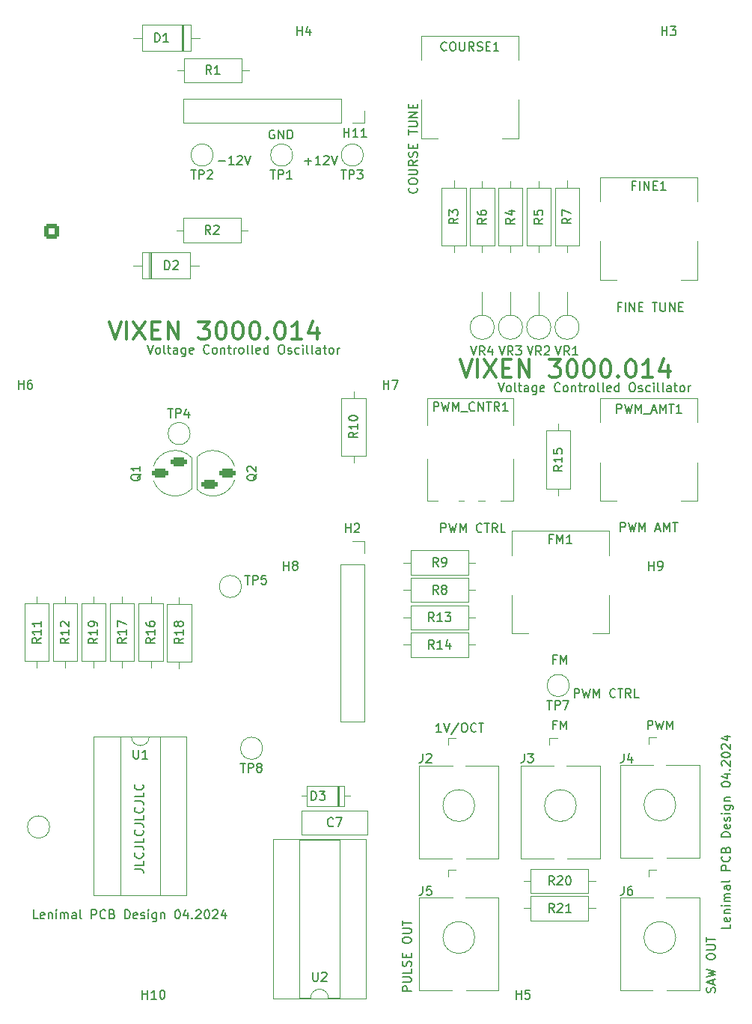
<source format=gto>
G04 #@! TF.GenerationSoftware,KiCad,Pcbnew,8.0.2-1*
G04 #@! TF.CreationDate,2024-08-30T08:24:12+02:00*
G04 #@! TF.ProjectId,vixen,76697865-6e2e-46b6-9963-61645f706362,rev?*
G04 #@! TF.SameCoordinates,Original*
G04 #@! TF.FileFunction,Legend,Top*
G04 #@! TF.FilePolarity,Positive*
%FSLAX46Y46*%
G04 Gerber Fmt 4.6, Leading zero omitted, Abs format (unit mm)*
G04 Created by KiCad (PCBNEW 8.0.2-1) date 2024-08-30 08:24:12*
%MOMM*%
%LPD*%
G01*
G04 APERTURE LIST*
G04 Aperture macros list*
%AMRoundRect*
0 Rectangle with rounded corners*
0 $1 Rounding radius*
0 $2 $3 $4 $5 $6 $7 $8 $9 X,Y pos of 4 corners*
0 Add a 4 corners polygon primitive as box body*
4,1,4,$2,$3,$4,$5,$6,$7,$8,$9,$2,$3,0*
0 Add four circle primitives for the rounded corners*
1,1,$1+$1,$2,$3*
1,1,$1+$1,$4,$5*
1,1,$1+$1,$6,$7*
1,1,$1+$1,$8,$9*
0 Add four rect primitives between the rounded corners*
20,1,$1+$1,$2,$3,$4,$5,0*
20,1,$1+$1,$4,$5,$6,$7,0*
20,1,$1+$1,$6,$7,$8,$9,0*
20,1,$1+$1,$8,$9,$2,$3,0*%
G04 Aperture macros list end*
%ADD10C,0.300000*%
%ADD11C,0.150000*%
%ADD12C,0.120000*%
%ADD13C,1.600000*%
%ADD14C,2.000000*%
%ADD15C,3.500000*%
%ADD16R,1.700000X1.700000*%
%ADD17O,1.700000X1.700000*%
%ADD18R,2.200000X2.200000*%
%ADD19O,2.200000X2.200000*%
%ADD20O,1.600000X1.600000*%
%ADD21R,1.800000X1.100000*%
%ADD22RoundRect,0.275000X0.625000X-0.275000X0.625000X0.275000X-0.625000X0.275000X-0.625000X-0.275000X0*%
%ADD23O,4.000000X4.000000*%
%ADD24R,1.800000X1.800000*%
%ADD25C,1.800000*%
%ADD26R,1.930000X1.830000*%
%ADD27C,2.130000*%
%ADD28RoundRect,0.275000X-0.625000X0.275000X-0.625000X-0.275000X0.625000X-0.275000X0.625000X0.275000X0*%
%ADD29R,2.400000X1.600000*%
%ADD30O,2.400000X1.600000*%
%ADD31C,3.240000*%
%ADD32R,1.600000X1.600000*%
%ADD33C,1.440000*%
%ADD34RoundRect,0.250000X-0.600000X-0.600000X0.600000X-0.600000X0.600000X0.600000X-0.600000X0.600000X0*%
%ADD35C,1.700000*%
%ADD36R,1.200000X1.200000*%
%ADD37C,1.200000*%
G04 APERTURE END LIST*
D10*
X80187844Y-68139638D02*
X80854510Y-70139638D01*
X80854510Y-70139638D02*
X81521177Y-68139638D01*
X82187844Y-70139638D02*
X82187844Y-68139638D01*
X82949749Y-68139638D02*
X84283082Y-70139638D01*
X84283082Y-68139638D02*
X82949749Y-70139638D01*
X85044987Y-69092019D02*
X85711654Y-69092019D01*
X85997368Y-70139638D02*
X85044987Y-70139638D01*
X85044987Y-70139638D02*
X85044987Y-68139638D01*
X85044987Y-68139638D02*
X85997368Y-68139638D01*
X86854511Y-70139638D02*
X86854511Y-68139638D01*
X86854511Y-68139638D02*
X87997368Y-70139638D01*
X87997368Y-70139638D02*
X87997368Y-68139638D01*
X90283083Y-68139638D02*
X91521178Y-68139638D01*
X91521178Y-68139638D02*
X90854511Y-68901542D01*
X90854511Y-68901542D02*
X91140226Y-68901542D01*
X91140226Y-68901542D02*
X91330702Y-68996780D01*
X91330702Y-68996780D02*
X91425940Y-69092019D01*
X91425940Y-69092019D02*
X91521178Y-69282495D01*
X91521178Y-69282495D02*
X91521178Y-69758685D01*
X91521178Y-69758685D02*
X91425940Y-69949161D01*
X91425940Y-69949161D02*
X91330702Y-70044400D01*
X91330702Y-70044400D02*
X91140226Y-70139638D01*
X91140226Y-70139638D02*
X90568797Y-70139638D01*
X90568797Y-70139638D02*
X90378321Y-70044400D01*
X90378321Y-70044400D02*
X90283083Y-69949161D01*
X92759273Y-68139638D02*
X92949750Y-68139638D01*
X92949750Y-68139638D02*
X93140226Y-68234876D01*
X93140226Y-68234876D02*
X93235464Y-68330114D01*
X93235464Y-68330114D02*
X93330702Y-68520590D01*
X93330702Y-68520590D02*
X93425940Y-68901542D01*
X93425940Y-68901542D02*
X93425940Y-69377733D01*
X93425940Y-69377733D02*
X93330702Y-69758685D01*
X93330702Y-69758685D02*
X93235464Y-69949161D01*
X93235464Y-69949161D02*
X93140226Y-70044400D01*
X93140226Y-70044400D02*
X92949750Y-70139638D01*
X92949750Y-70139638D02*
X92759273Y-70139638D01*
X92759273Y-70139638D02*
X92568797Y-70044400D01*
X92568797Y-70044400D02*
X92473559Y-69949161D01*
X92473559Y-69949161D02*
X92378321Y-69758685D01*
X92378321Y-69758685D02*
X92283083Y-69377733D01*
X92283083Y-69377733D02*
X92283083Y-68901542D01*
X92283083Y-68901542D02*
X92378321Y-68520590D01*
X92378321Y-68520590D02*
X92473559Y-68330114D01*
X92473559Y-68330114D02*
X92568797Y-68234876D01*
X92568797Y-68234876D02*
X92759273Y-68139638D01*
X94664035Y-68139638D02*
X94854512Y-68139638D01*
X94854512Y-68139638D02*
X95044988Y-68234876D01*
X95044988Y-68234876D02*
X95140226Y-68330114D01*
X95140226Y-68330114D02*
X95235464Y-68520590D01*
X95235464Y-68520590D02*
X95330702Y-68901542D01*
X95330702Y-68901542D02*
X95330702Y-69377733D01*
X95330702Y-69377733D02*
X95235464Y-69758685D01*
X95235464Y-69758685D02*
X95140226Y-69949161D01*
X95140226Y-69949161D02*
X95044988Y-70044400D01*
X95044988Y-70044400D02*
X94854512Y-70139638D01*
X94854512Y-70139638D02*
X94664035Y-70139638D01*
X94664035Y-70139638D02*
X94473559Y-70044400D01*
X94473559Y-70044400D02*
X94378321Y-69949161D01*
X94378321Y-69949161D02*
X94283083Y-69758685D01*
X94283083Y-69758685D02*
X94187845Y-69377733D01*
X94187845Y-69377733D02*
X94187845Y-68901542D01*
X94187845Y-68901542D02*
X94283083Y-68520590D01*
X94283083Y-68520590D02*
X94378321Y-68330114D01*
X94378321Y-68330114D02*
X94473559Y-68234876D01*
X94473559Y-68234876D02*
X94664035Y-68139638D01*
X96568797Y-68139638D02*
X96759274Y-68139638D01*
X96759274Y-68139638D02*
X96949750Y-68234876D01*
X96949750Y-68234876D02*
X97044988Y-68330114D01*
X97044988Y-68330114D02*
X97140226Y-68520590D01*
X97140226Y-68520590D02*
X97235464Y-68901542D01*
X97235464Y-68901542D02*
X97235464Y-69377733D01*
X97235464Y-69377733D02*
X97140226Y-69758685D01*
X97140226Y-69758685D02*
X97044988Y-69949161D01*
X97044988Y-69949161D02*
X96949750Y-70044400D01*
X96949750Y-70044400D02*
X96759274Y-70139638D01*
X96759274Y-70139638D02*
X96568797Y-70139638D01*
X96568797Y-70139638D02*
X96378321Y-70044400D01*
X96378321Y-70044400D02*
X96283083Y-69949161D01*
X96283083Y-69949161D02*
X96187845Y-69758685D01*
X96187845Y-69758685D02*
X96092607Y-69377733D01*
X96092607Y-69377733D02*
X96092607Y-68901542D01*
X96092607Y-68901542D02*
X96187845Y-68520590D01*
X96187845Y-68520590D02*
X96283083Y-68330114D01*
X96283083Y-68330114D02*
X96378321Y-68234876D01*
X96378321Y-68234876D02*
X96568797Y-68139638D01*
X98092607Y-69949161D02*
X98187845Y-70044400D01*
X98187845Y-70044400D02*
X98092607Y-70139638D01*
X98092607Y-70139638D02*
X97997369Y-70044400D01*
X97997369Y-70044400D02*
X98092607Y-69949161D01*
X98092607Y-69949161D02*
X98092607Y-70139638D01*
X99425940Y-68139638D02*
X99616417Y-68139638D01*
X99616417Y-68139638D02*
X99806893Y-68234876D01*
X99806893Y-68234876D02*
X99902131Y-68330114D01*
X99902131Y-68330114D02*
X99997369Y-68520590D01*
X99997369Y-68520590D02*
X100092607Y-68901542D01*
X100092607Y-68901542D02*
X100092607Y-69377733D01*
X100092607Y-69377733D02*
X99997369Y-69758685D01*
X99997369Y-69758685D02*
X99902131Y-69949161D01*
X99902131Y-69949161D02*
X99806893Y-70044400D01*
X99806893Y-70044400D02*
X99616417Y-70139638D01*
X99616417Y-70139638D02*
X99425940Y-70139638D01*
X99425940Y-70139638D02*
X99235464Y-70044400D01*
X99235464Y-70044400D02*
X99140226Y-69949161D01*
X99140226Y-69949161D02*
X99044988Y-69758685D01*
X99044988Y-69758685D02*
X98949750Y-69377733D01*
X98949750Y-69377733D02*
X98949750Y-68901542D01*
X98949750Y-68901542D02*
X99044988Y-68520590D01*
X99044988Y-68520590D02*
X99140226Y-68330114D01*
X99140226Y-68330114D02*
X99235464Y-68234876D01*
X99235464Y-68234876D02*
X99425940Y-68139638D01*
X101997369Y-70139638D02*
X100854512Y-70139638D01*
X101425940Y-70139638D02*
X101425940Y-68139638D01*
X101425940Y-68139638D02*
X101235464Y-68425352D01*
X101235464Y-68425352D02*
X101044988Y-68615828D01*
X101044988Y-68615828D02*
X100854512Y-68711066D01*
X103711655Y-68806304D02*
X103711655Y-70139638D01*
X103235464Y-68044400D02*
X102759274Y-69472971D01*
X102759274Y-69472971D02*
X103997369Y-69472971D01*
D11*
X78060588Y-110269819D02*
X77489160Y-110269819D01*
X77774874Y-110269819D02*
X77774874Y-109269819D01*
X77774874Y-109269819D02*
X77679636Y-109412676D01*
X77679636Y-109412676D02*
X77584398Y-109507914D01*
X77584398Y-109507914D02*
X77489160Y-109555533D01*
X78346303Y-109269819D02*
X78679636Y-110269819D01*
X78679636Y-110269819D02*
X79012969Y-109269819D01*
X80060588Y-109222200D02*
X79203446Y-110507914D01*
X80584398Y-109269819D02*
X80774874Y-109269819D01*
X80774874Y-109269819D02*
X80870112Y-109317438D01*
X80870112Y-109317438D02*
X80965350Y-109412676D01*
X80965350Y-109412676D02*
X81012969Y-109603152D01*
X81012969Y-109603152D02*
X81012969Y-109936485D01*
X81012969Y-109936485D02*
X80965350Y-110126961D01*
X80965350Y-110126961D02*
X80870112Y-110222200D01*
X80870112Y-110222200D02*
X80774874Y-110269819D01*
X80774874Y-110269819D02*
X80584398Y-110269819D01*
X80584398Y-110269819D02*
X80489160Y-110222200D01*
X80489160Y-110222200D02*
X80393922Y-110126961D01*
X80393922Y-110126961D02*
X80346303Y-109936485D01*
X80346303Y-109936485D02*
X80346303Y-109603152D01*
X80346303Y-109603152D02*
X80393922Y-109412676D01*
X80393922Y-109412676D02*
X80489160Y-109317438D01*
X80489160Y-109317438D02*
X80584398Y-109269819D01*
X82012969Y-110174580D02*
X81965350Y-110222200D01*
X81965350Y-110222200D02*
X81822493Y-110269819D01*
X81822493Y-110269819D02*
X81727255Y-110269819D01*
X81727255Y-110269819D02*
X81584398Y-110222200D01*
X81584398Y-110222200D02*
X81489160Y-110126961D01*
X81489160Y-110126961D02*
X81441541Y-110031723D01*
X81441541Y-110031723D02*
X81393922Y-109841247D01*
X81393922Y-109841247D02*
X81393922Y-109698390D01*
X81393922Y-109698390D02*
X81441541Y-109507914D01*
X81441541Y-109507914D02*
X81489160Y-109412676D01*
X81489160Y-109412676D02*
X81584398Y-109317438D01*
X81584398Y-109317438D02*
X81727255Y-109269819D01*
X81727255Y-109269819D02*
X81822493Y-109269819D01*
X81822493Y-109269819D02*
X81965350Y-109317438D01*
X81965350Y-109317438D02*
X82012969Y-109365057D01*
X82298684Y-109269819D02*
X82870112Y-109269819D01*
X82584398Y-110269819D02*
X82584398Y-109269819D01*
X75274580Y-48691792D02*
X75322200Y-48739411D01*
X75322200Y-48739411D02*
X75369819Y-48882268D01*
X75369819Y-48882268D02*
X75369819Y-48977506D01*
X75369819Y-48977506D02*
X75322200Y-49120363D01*
X75322200Y-49120363D02*
X75226961Y-49215601D01*
X75226961Y-49215601D02*
X75131723Y-49263220D01*
X75131723Y-49263220D02*
X74941247Y-49310839D01*
X74941247Y-49310839D02*
X74798390Y-49310839D01*
X74798390Y-49310839D02*
X74607914Y-49263220D01*
X74607914Y-49263220D02*
X74512676Y-49215601D01*
X74512676Y-49215601D02*
X74417438Y-49120363D01*
X74417438Y-49120363D02*
X74369819Y-48977506D01*
X74369819Y-48977506D02*
X74369819Y-48882268D01*
X74369819Y-48882268D02*
X74417438Y-48739411D01*
X74417438Y-48739411D02*
X74465057Y-48691792D01*
X74369819Y-48072744D02*
X74369819Y-47882268D01*
X74369819Y-47882268D02*
X74417438Y-47787030D01*
X74417438Y-47787030D02*
X74512676Y-47691792D01*
X74512676Y-47691792D02*
X74703152Y-47644173D01*
X74703152Y-47644173D02*
X75036485Y-47644173D01*
X75036485Y-47644173D02*
X75226961Y-47691792D01*
X75226961Y-47691792D02*
X75322200Y-47787030D01*
X75322200Y-47787030D02*
X75369819Y-47882268D01*
X75369819Y-47882268D02*
X75369819Y-48072744D01*
X75369819Y-48072744D02*
X75322200Y-48167982D01*
X75322200Y-48167982D02*
X75226961Y-48263220D01*
X75226961Y-48263220D02*
X75036485Y-48310839D01*
X75036485Y-48310839D02*
X74703152Y-48310839D01*
X74703152Y-48310839D02*
X74512676Y-48263220D01*
X74512676Y-48263220D02*
X74417438Y-48167982D01*
X74417438Y-48167982D02*
X74369819Y-48072744D01*
X74369819Y-47215601D02*
X75179342Y-47215601D01*
X75179342Y-47215601D02*
X75274580Y-47167982D01*
X75274580Y-47167982D02*
X75322200Y-47120363D01*
X75322200Y-47120363D02*
X75369819Y-47025125D01*
X75369819Y-47025125D02*
X75369819Y-46834649D01*
X75369819Y-46834649D02*
X75322200Y-46739411D01*
X75322200Y-46739411D02*
X75274580Y-46691792D01*
X75274580Y-46691792D02*
X75179342Y-46644173D01*
X75179342Y-46644173D02*
X74369819Y-46644173D01*
X75369819Y-45596554D02*
X74893628Y-45929887D01*
X75369819Y-46167982D02*
X74369819Y-46167982D01*
X74369819Y-46167982D02*
X74369819Y-45787030D01*
X74369819Y-45787030D02*
X74417438Y-45691792D01*
X74417438Y-45691792D02*
X74465057Y-45644173D01*
X74465057Y-45644173D02*
X74560295Y-45596554D01*
X74560295Y-45596554D02*
X74703152Y-45596554D01*
X74703152Y-45596554D02*
X74798390Y-45644173D01*
X74798390Y-45644173D02*
X74846009Y-45691792D01*
X74846009Y-45691792D02*
X74893628Y-45787030D01*
X74893628Y-45787030D02*
X74893628Y-46167982D01*
X75322200Y-45215601D02*
X75369819Y-45072744D01*
X75369819Y-45072744D02*
X75369819Y-44834649D01*
X75369819Y-44834649D02*
X75322200Y-44739411D01*
X75322200Y-44739411D02*
X75274580Y-44691792D01*
X75274580Y-44691792D02*
X75179342Y-44644173D01*
X75179342Y-44644173D02*
X75084104Y-44644173D01*
X75084104Y-44644173D02*
X74988866Y-44691792D01*
X74988866Y-44691792D02*
X74941247Y-44739411D01*
X74941247Y-44739411D02*
X74893628Y-44834649D01*
X74893628Y-44834649D02*
X74846009Y-45025125D01*
X74846009Y-45025125D02*
X74798390Y-45120363D01*
X74798390Y-45120363D02*
X74750771Y-45167982D01*
X74750771Y-45167982D02*
X74655533Y-45215601D01*
X74655533Y-45215601D02*
X74560295Y-45215601D01*
X74560295Y-45215601D02*
X74465057Y-45167982D01*
X74465057Y-45167982D02*
X74417438Y-45120363D01*
X74417438Y-45120363D02*
X74369819Y-45025125D01*
X74369819Y-45025125D02*
X74369819Y-44787030D01*
X74369819Y-44787030D02*
X74417438Y-44644173D01*
X74846009Y-44215601D02*
X74846009Y-43882268D01*
X75369819Y-43739411D02*
X75369819Y-44215601D01*
X75369819Y-44215601D02*
X74369819Y-44215601D01*
X74369819Y-44215601D02*
X74369819Y-43739411D01*
X74369819Y-42691791D02*
X74369819Y-42120363D01*
X75369819Y-42406077D02*
X74369819Y-42406077D01*
X74369819Y-41787029D02*
X75179342Y-41787029D01*
X75179342Y-41787029D02*
X75274580Y-41739410D01*
X75274580Y-41739410D02*
X75322200Y-41691791D01*
X75322200Y-41691791D02*
X75369819Y-41596553D01*
X75369819Y-41596553D02*
X75369819Y-41406077D01*
X75369819Y-41406077D02*
X75322200Y-41310839D01*
X75322200Y-41310839D02*
X75274580Y-41263220D01*
X75274580Y-41263220D02*
X75179342Y-41215601D01*
X75179342Y-41215601D02*
X74369819Y-41215601D01*
X75369819Y-40739410D02*
X74369819Y-40739410D01*
X74369819Y-40739410D02*
X75369819Y-40167982D01*
X75369819Y-40167982D02*
X74369819Y-40167982D01*
X74846009Y-39691791D02*
X74846009Y-39358458D01*
X75369819Y-39215601D02*
X75369819Y-39691791D01*
X75369819Y-39691791D02*
X74369819Y-39691791D01*
X74369819Y-39691791D02*
X74369819Y-39215601D01*
D10*
X40487844Y-63839638D02*
X41154510Y-65839638D01*
X41154510Y-65839638D02*
X41821177Y-63839638D01*
X42487844Y-65839638D02*
X42487844Y-63839638D01*
X43249749Y-63839638D02*
X44583082Y-65839638D01*
X44583082Y-63839638D02*
X43249749Y-65839638D01*
X45344987Y-64792019D02*
X46011654Y-64792019D01*
X46297368Y-65839638D02*
X45344987Y-65839638D01*
X45344987Y-65839638D02*
X45344987Y-63839638D01*
X45344987Y-63839638D02*
X46297368Y-63839638D01*
X47154511Y-65839638D02*
X47154511Y-63839638D01*
X47154511Y-63839638D02*
X48297368Y-65839638D01*
X48297368Y-65839638D02*
X48297368Y-63839638D01*
X50583083Y-63839638D02*
X51821178Y-63839638D01*
X51821178Y-63839638D02*
X51154511Y-64601542D01*
X51154511Y-64601542D02*
X51440226Y-64601542D01*
X51440226Y-64601542D02*
X51630702Y-64696780D01*
X51630702Y-64696780D02*
X51725940Y-64792019D01*
X51725940Y-64792019D02*
X51821178Y-64982495D01*
X51821178Y-64982495D02*
X51821178Y-65458685D01*
X51821178Y-65458685D02*
X51725940Y-65649161D01*
X51725940Y-65649161D02*
X51630702Y-65744400D01*
X51630702Y-65744400D02*
X51440226Y-65839638D01*
X51440226Y-65839638D02*
X50868797Y-65839638D01*
X50868797Y-65839638D02*
X50678321Y-65744400D01*
X50678321Y-65744400D02*
X50583083Y-65649161D01*
X53059273Y-63839638D02*
X53249750Y-63839638D01*
X53249750Y-63839638D02*
X53440226Y-63934876D01*
X53440226Y-63934876D02*
X53535464Y-64030114D01*
X53535464Y-64030114D02*
X53630702Y-64220590D01*
X53630702Y-64220590D02*
X53725940Y-64601542D01*
X53725940Y-64601542D02*
X53725940Y-65077733D01*
X53725940Y-65077733D02*
X53630702Y-65458685D01*
X53630702Y-65458685D02*
X53535464Y-65649161D01*
X53535464Y-65649161D02*
X53440226Y-65744400D01*
X53440226Y-65744400D02*
X53249750Y-65839638D01*
X53249750Y-65839638D02*
X53059273Y-65839638D01*
X53059273Y-65839638D02*
X52868797Y-65744400D01*
X52868797Y-65744400D02*
X52773559Y-65649161D01*
X52773559Y-65649161D02*
X52678321Y-65458685D01*
X52678321Y-65458685D02*
X52583083Y-65077733D01*
X52583083Y-65077733D02*
X52583083Y-64601542D01*
X52583083Y-64601542D02*
X52678321Y-64220590D01*
X52678321Y-64220590D02*
X52773559Y-64030114D01*
X52773559Y-64030114D02*
X52868797Y-63934876D01*
X52868797Y-63934876D02*
X53059273Y-63839638D01*
X54964035Y-63839638D02*
X55154512Y-63839638D01*
X55154512Y-63839638D02*
X55344988Y-63934876D01*
X55344988Y-63934876D02*
X55440226Y-64030114D01*
X55440226Y-64030114D02*
X55535464Y-64220590D01*
X55535464Y-64220590D02*
X55630702Y-64601542D01*
X55630702Y-64601542D02*
X55630702Y-65077733D01*
X55630702Y-65077733D02*
X55535464Y-65458685D01*
X55535464Y-65458685D02*
X55440226Y-65649161D01*
X55440226Y-65649161D02*
X55344988Y-65744400D01*
X55344988Y-65744400D02*
X55154512Y-65839638D01*
X55154512Y-65839638D02*
X54964035Y-65839638D01*
X54964035Y-65839638D02*
X54773559Y-65744400D01*
X54773559Y-65744400D02*
X54678321Y-65649161D01*
X54678321Y-65649161D02*
X54583083Y-65458685D01*
X54583083Y-65458685D02*
X54487845Y-65077733D01*
X54487845Y-65077733D02*
X54487845Y-64601542D01*
X54487845Y-64601542D02*
X54583083Y-64220590D01*
X54583083Y-64220590D02*
X54678321Y-64030114D01*
X54678321Y-64030114D02*
X54773559Y-63934876D01*
X54773559Y-63934876D02*
X54964035Y-63839638D01*
X56868797Y-63839638D02*
X57059274Y-63839638D01*
X57059274Y-63839638D02*
X57249750Y-63934876D01*
X57249750Y-63934876D02*
X57344988Y-64030114D01*
X57344988Y-64030114D02*
X57440226Y-64220590D01*
X57440226Y-64220590D02*
X57535464Y-64601542D01*
X57535464Y-64601542D02*
X57535464Y-65077733D01*
X57535464Y-65077733D02*
X57440226Y-65458685D01*
X57440226Y-65458685D02*
X57344988Y-65649161D01*
X57344988Y-65649161D02*
X57249750Y-65744400D01*
X57249750Y-65744400D02*
X57059274Y-65839638D01*
X57059274Y-65839638D02*
X56868797Y-65839638D01*
X56868797Y-65839638D02*
X56678321Y-65744400D01*
X56678321Y-65744400D02*
X56583083Y-65649161D01*
X56583083Y-65649161D02*
X56487845Y-65458685D01*
X56487845Y-65458685D02*
X56392607Y-65077733D01*
X56392607Y-65077733D02*
X56392607Y-64601542D01*
X56392607Y-64601542D02*
X56487845Y-64220590D01*
X56487845Y-64220590D02*
X56583083Y-64030114D01*
X56583083Y-64030114D02*
X56678321Y-63934876D01*
X56678321Y-63934876D02*
X56868797Y-63839638D01*
X58392607Y-65649161D02*
X58487845Y-65744400D01*
X58487845Y-65744400D02*
X58392607Y-65839638D01*
X58392607Y-65839638D02*
X58297369Y-65744400D01*
X58297369Y-65744400D02*
X58392607Y-65649161D01*
X58392607Y-65649161D02*
X58392607Y-65839638D01*
X59725940Y-63839638D02*
X59916417Y-63839638D01*
X59916417Y-63839638D02*
X60106893Y-63934876D01*
X60106893Y-63934876D02*
X60202131Y-64030114D01*
X60202131Y-64030114D02*
X60297369Y-64220590D01*
X60297369Y-64220590D02*
X60392607Y-64601542D01*
X60392607Y-64601542D02*
X60392607Y-65077733D01*
X60392607Y-65077733D02*
X60297369Y-65458685D01*
X60297369Y-65458685D02*
X60202131Y-65649161D01*
X60202131Y-65649161D02*
X60106893Y-65744400D01*
X60106893Y-65744400D02*
X59916417Y-65839638D01*
X59916417Y-65839638D02*
X59725940Y-65839638D01*
X59725940Y-65839638D02*
X59535464Y-65744400D01*
X59535464Y-65744400D02*
X59440226Y-65649161D01*
X59440226Y-65649161D02*
X59344988Y-65458685D01*
X59344988Y-65458685D02*
X59249750Y-65077733D01*
X59249750Y-65077733D02*
X59249750Y-64601542D01*
X59249750Y-64601542D02*
X59344988Y-64220590D01*
X59344988Y-64220590D02*
X59440226Y-64030114D01*
X59440226Y-64030114D02*
X59535464Y-63934876D01*
X59535464Y-63934876D02*
X59725940Y-63839638D01*
X62297369Y-65839638D02*
X61154512Y-65839638D01*
X61725940Y-65839638D02*
X61725940Y-63839638D01*
X61725940Y-63839638D02*
X61535464Y-64125352D01*
X61535464Y-64125352D02*
X61344988Y-64315828D01*
X61344988Y-64315828D02*
X61154512Y-64411066D01*
X64011655Y-64506304D02*
X64011655Y-65839638D01*
X63535464Y-63744400D02*
X63059274Y-65172971D01*
X63059274Y-65172971D02*
X64297369Y-65172971D01*
D11*
X84493922Y-70769819D02*
X84827255Y-71769819D01*
X84827255Y-71769819D02*
X85160588Y-70769819D01*
X85636779Y-71769819D02*
X85541541Y-71722200D01*
X85541541Y-71722200D02*
X85493922Y-71674580D01*
X85493922Y-71674580D02*
X85446303Y-71579342D01*
X85446303Y-71579342D02*
X85446303Y-71293628D01*
X85446303Y-71293628D02*
X85493922Y-71198390D01*
X85493922Y-71198390D02*
X85541541Y-71150771D01*
X85541541Y-71150771D02*
X85636779Y-71103152D01*
X85636779Y-71103152D02*
X85779636Y-71103152D01*
X85779636Y-71103152D02*
X85874874Y-71150771D01*
X85874874Y-71150771D02*
X85922493Y-71198390D01*
X85922493Y-71198390D02*
X85970112Y-71293628D01*
X85970112Y-71293628D02*
X85970112Y-71579342D01*
X85970112Y-71579342D02*
X85922493Y-71674580D01*
X85922493Y-71674580D02*
X85874874Y-71722200D01*
X85874874Y-71722200D02*
X85779636Y-71769819D01*
X85779636Y-71769819D02*
X85636779Y-71769819D01*
X86541541Y-71769819D02*
X86446303Y-71722200D01*
X86446303Y-71722200D02*
X86398684Y-71626961D01*
X86398684Y-71626961D02*
X86398684Y-70769819D01*
X86779637Y-71103152D02*
X87160589Y-71103152D01*
X86922494Y-70769819D02*
X86922494Y-71626961D01*
X86922494Y-71626961D02*
X86970113Y-71722200D01*
X86970113Y-71722200D02*
X87065351Y-71769819D01*
X87065351Y-71769819D02*
X87160589Y-71769819D01*
X87922494Y-71769819D02*
X87922494Y-71246009D01*
X87922494Y-71246009D02*
X87874875Y-71150771D01*
X87874875Y-71150771D02*
X87779637Y-71103152D01*
X87779637Y-71103152D02*
X87589161Y-71103152D01*
X87589161Y-71103152D02*
X87493923Y-71150771D01*
X87922494Y-71722200D02*
X87827256Y-71769819D01*
X87827256Y-71769819D02*
X87589161Y-71769819D01*
X87589161Y-71769819D02*
X87493923Y-71722200D01*
X87493923Y-71722200D02*
X87446304Y-71626961D01*
X87446304Y-71626961D02*
X87446304Y-71531723D01*
X87446304Y-71531723D02*
X87493923Y-71436485D01*
X87493923Y-71436485D02*
X87589161Y-71388866D01*
X87589161Y-71388866D02*
X87827256Y-71388866D01*
X87827256Y-71388866D02*
X87922494Y-71341247D01*
X88827256Y-71103152D02*
X88827256Y-71912676D01*
X88827256Y-71912676D02*
X88779637Y-72007914D01*
X88779637Y-72007914D02*
X88732018Y-72055533D01*
X88732018Y-72055533D02*
X88636780Y-72103152D01*
X88636780Y-72103152D02*
X88493923Y-72103152D01*
X88493923Y-72103152D02*
X88398685Y-72055533D01*
X88827256Y-71722200D02*
X88732018Y-71769819D01*
X88732018Y-71769819D02*
X88541542Y-71769819D01*
X88541542Y-71769819D02*
X88446304Y-71722200D01*
X88446304Y-71722200D02*
X88398685Y-71674580D01*
X88398685Y-71674580D02*
X88351066Y-71579342D01*
X88351066Y-71579342D02*
X88351066Y-71293628D01*
X88351066Y-71293628D02*
X88398685Y-71198390D01*
X88398685Y-71198390D02*
X88446304Y-71150771D01*
X88446304Y-71150771D02*
X88541542Y-71103152D01*
X88541542Y-71103152D02*
X88732018Y-71103152D01*
X88732018Y-71103152D02*
X88827256Y-71150771D01*
X89684399Y-71722200D02*
X89589161Y-71769819D01*
X89589161Y-71769819D02*
X89398685Y-71769819D01*
X89398685Y-71769819D02*
X89303447Y-71722200D01*
X89303447Y-71722200D02*
X89255828Y-71626961D01*
X89255828Y-71626961D02*
X89255828Y-71246009D01*
X89255828Y-71246009D02*
X89303447Y-71150771D01*
X89303447Y-71150771D02*
X89398685Y-71103152D01*
X89398685Y-71103152D02*
X89589161Y-71103152D01*
X89589161Y-71103152D02*
X89684399Y-71150771D01*
X89684399Y-71150771D02*
X89732018Y-71246009D01*
X89732018Y-71246009D02*
X89732018Y-71341247D01*
X89732018Y-71341247D02*
X89255828Y-71436485D01*
X91493923Y-71674580D02*
X91446304Y-71722200D01*
X91446304Y-71722200D02*
X91303447Y-71769819D01*
X91303447Y-71769819D02*
X91208209Y-71769819D01*
X91208209Y-71769819D02*
X91065352Y-71722200D01*
X91065352Y-71722200D02*
X90970114Y-71626961D01*
X90970114Y-71626961D02*
X90922495Y-71531723D01*
X90922495Y-71531723D02*
X90874876Y-71341247D01*
X90874876Y-71341247D02*
X90874876Y-71198390D01*
X90874876Y-71198390D02*
X90922495Y-71007914D01*
X90922495Y-71007914D02*
X90970114Y-70912676D01*
X90970114Y-70912676D02*
X91065352Y-70817438D01*
X91065352Y-70817438D02*
X91208209Y-70769819D01*
X91208209Y-70769819D02*
X91303447Y-70769819D01*
X91303447Y-70769819D02*
X91446304Y-70817438D01*
X91446304Y-70817438D02*
X91493923Y-70865057D01*
X92065352Y-71769819D02*
X91970114Y-71722200D01*
X91970114Y-71722200D02*
X91922495Y-71674580D01*
X91922495Y-71674580D02*
X91874876Y-71579342D01*
X91874876Y-71579342D02*
X91874876Y-71293628D01*
X91874876Y-71293628D02*
X91922495Y-71198390D01*
X91922495Y-71198390D02*
X91970114Y-71150771D01*
X91970114Y-71150771D02*
X92065352Y-71103152D01*
X92065352Y-71103152D02*
X92208209Y-71103152D01*
X92208209Y-71103152D02*
X92303447Y-71150771D01*
X92303447Y-71150771D02*
X92351066Y-71198390D01*
X92351066Y-71198390D02*
X92398685Y-71293628D01*
X92398685Y-71293628D02*
X92398685Y-71579342D01*
X92398685Y-71579342D02*
X92351066Y-71674580D01*
X92351066Y-71674580D02*
X92303447Y-71722200D01*
X92303447Y-71722200D02*
X92208209Y-71769819D01*
X92208209Y-71769819D02*
X92065352Y-71769819D01*
X92827257Y-71103152D02*
X92827257Y-71769819D01*
X92827257Y-71198390D02*
X92874876Y-71150771D01*
X92874876Y-71150771D02*
X92970114Y-71103152D01*
X92970114Y-71103152D02*
X93112971Y-71103152D01*
X93112971Y-71103152D02*
X93208209Y-71150771D01*
X93208209Y-71150771D02*
X93255828Y-71246009D01*
X93255828Y-71246009D02*
X93255828Y-71769819D01*
X93589162Y-71103152D02*
X93970114Y-71103152D01*
X93732019Y-70769819D02*
X93732019Y-71626961D01*
X93732019Y-71626961D02*
X93779638Y-71722200D01*
X93779638Y-71722200D02*
X93874876Y-71769819D01*
X93874876Y-71769819D02*
X93970114Y-71769819D01*
X94303448Y-71769819D02*
X94303448Y-71103152D01*
X94303448Y-71293628D02*
X94351067Y-71198390D01*
X94351067Y-71198390D02*
X94398686Y-71150771D01*
X94398686Y-71150771D02*
X94493924Y-71103152D01*
X94493924Y-71103152D02*
X94589162Y-71103152D01*
X95065353Y-71769819D02*
X94970115Y-71722200D01*
X94970115Y-71722200D02*
X94922496Y-71674580D01*
X94922496Y-71674580D02*
X94874877Y-71579342D01*
X94874877Y-71579342D02*
X94874877Y-71293628D01*
X94874877Y-71293628D02*
X94922496Y-71198390D01*
X94922496Y-71198390D02*
X94970115Y-71150771D01*
X94970115Y-71150771D02*
X95065353Y-71103152D01*
X95065353Y-71103152D02*
X95208210Y-71103152D01*
X95208210Y-71103152D02*
X95303448Y-71150771D01*
X95303448Y-71150771D02*
X95351067Y-71198390D01*
X95351067Y-71198390D02*
X95398686Y-71293628D01*
X95398686Y-71293628D02*
X95398686Y-71579342D01*
X95398686Y-71579342D02*
X95351067Y-71674580D01*
X95351067Y-71674580D02*
X95303448Y-71722200D01*
X95303448Y-71722200D02*
X95208210Y-71769819D01*
X95208210Y-71769819D02*
X95065353Y-71769819D01*
X95970115Y-71769819D02*
X95874877Y-71722200D01*
X95874877Y-71722200D02*
X95827258Y-71626961D01*
X95827258Y-71626961D02*
X95827258Y-70769819D01*
X96493925Y-71769819D02*
X96398687Y-71722200D01*
X96398687Y-71722200D02*
X96351068Y-71626961D01*
X96351068Y-71626961D02*
X96351068Y-70769819D01*
X97255830Y-71722200D02*
X97160592Y-71769819D01*
X97160592Y-71769819D02*
X96970116Y-71769819D01*
X96970116Y-71769819D02*
X96874878Y-71722200D01*
X96874878Y-71722200D02*
X96827259Y-71626961D01*
X96827259Y-71626961D02*
X96827259Y-71246009D01*
X96827259Y-71246009D02*
X96874878Y-71150771D01*
X96874878Y-71150771D02*
X96970116Y-71103152D01*
X96970116Y-71103152D02*
X97160592Y-71103152D01*
X97160592Y-71103152D02*
X97255830Y-71150771D01*
X97255830Y-71150771D02*
X97303449Y-71246009D01*
X97303449Y-71246009D02*
X97303449Y-71341247D01*
X97303449Y-71341247D02*
X96827259Y-71436485D01*
X98160592Y-71769819D02*
X98160592Y-70769819D01*
X98160592Y-71722200D02*
X98065354Y-71769819D01*
X98065354Y-71769819D02*
X97874878Y-71769819D01*
X97874878Y-71769819D02*
X97779640Y-71722200D01*
X97779640Y-71722200D02*
X97732021Y-71674580D01*
X97732021Y-71674580D02*
X97684402Y-71579342D01*
X97684402Y-71579342D02*
X97684402Y-71293628D01*
X97684402Y-71293628D02*
X97732021Y-71198390D01*
X97732021Y-71198390D02*
X97779640Y-71150771D01*
X97779640Y-71150771D02*
X97874878Y-71103152D01*
X97874878Y-71103152D02*
X98065354Y-71103152D01*
X98065354Y-71103152D02*
X98160592Y-71150771D01*
X99589164Y-70769819D02*
X99779640Y-70769819D01*
X99779640Y-70769819D02*
X99874878Y-70817438D01*
X99874878Y-70817438D02*
X99970116Y-70912676D01*
X99970116Y-70912676D02*
X100017735Y-71103152D01*
X100017735Y-71103152D02*
X100017735Y-71436485D01*
X100017735Y-71436485D02*
X99970116Y-71626961D01*
X99970116Y-71626961D02*
X99874878Y-71722200D01*
X99874878Y-71722200D02*
X99779640Y-71769819D01*
X99779640Y-71769819D02*
X99589164Y-71769819D01*
X99589164Y-71769819D02*
X99493926Y-71722200D01*
X99493926Y-71722200D02*
X99398688Y-71626961D01*
X99398688Y-71626961D02*
X99351069Y-71436485D01*
X99351069Y-71436485D02*
X99351069Y-71103152D01*
X99351069Y-71103152D02*
X99398688Y-70912676D01*
X99398688Y-70912676D02*
X99493926Y-70817438D01*
X99493926Y-70817438D02*
X99589164Y-70769819D01*
X100398688Y-71722200D02*
X100493926Y-71769819D01*
X100493926Y-71769819D02*
X100684402Y-71769819D01*
X100684402Y-71769819D02*
X100779640Y-71722200D01*
X100779640Y-71722200D02*
X100827259Y-71626961D01*
X100827259Y-71626961D02*
X100827259Y-71579342D01*
X100827259Y-71579342D02*
X100779640Y-71484104D01*
X100779640Y-71484104D02*
X100684402Y-71436485D01*
X100684402Y-71436485D02*
X100541545Y-71436485D01*
X100541545Y-71436485D02*
X100446307Y-71388866D01*
X100446307Y-71388866D02*
X100398688Y-71293628D01*
X100398688Y-71293628D02*
X100398688Y-71246009D01*
X100398688Y-71246009D02*
X100446307Y-71150771D01*
X100446307Y-71150771D02*
X100541545Y-71103152D01*
X100541545Y-71103152D02*
X100684402Y-71103152D01*
X100684402Y-71103152D02*
X100779640Y-71150771D01*
X101684402Y-71722200D02*
X101589164Y-71769819D01*
X101589164Y-71769819D02*
X101398688Y-71769819D01*
X101398688Y-71769819D02*
X101303450Y-71722200D01*
X101303450Y-71722200D02*
X101255831Y-71674580D01*
X101255831Y-71674580D02*
X101208212Y-71579342D01*
X101208212Y-71579342D02*
X101208212Y-71293628D01*
X101208212Y-71293628D02*
X101255831Y-71198390D01*
X101255831Y-71198390D02*
X101303450Y-71150771D01*
X101303450Y-71150771D02*
X101398688Y-71103152D01*
X101398688Y-71103152D02*
X101589164Y-71103152D01*
X101589164Y-71103152D02*
X101684402Y-71150771D01*
X102112974Y-71769819D02*
X102112974Y-71103152D01*
X102112974Y-70769819D02*
X102065355Y-70817438D01*
X102065355Y-70817438D02*
X102112974Y-70865057D01*
X102112974Y-70865057D02*
X102160593Y-70817438D01*
X102160593Y-70817438D02*
X102112974Y-70769819D01*
X102112974Y-70769819D02*
X102112974Y-70865057D01*
X102732021Y-71769819D02*
X102636783Y-71722200D01*
X102636783Y-71722200D02*
X102589164Y-71626961D01*
X102589164Y-71626961D02*
X102589164Y-70769819D01*
X103255831Y-71769819D02*
X103160593Y-71722200D01*
X103160593Y-71722200D02*
X103112974Y-71626961D01*
X103112974Y-71626961D02*
X103112974Y-70769819D01*
X104065355Y-71769819D02*
X104065355Y-71246009D01*
X104065355Y-71246009D02*
X104017736Y-71150771D01*
X104017736Y-71150771D02*
X103922498Y-71103152D01*
X103922498Y-71103152D02*
X103732022Y-71103152D01*
X103732022Y-71103152D02*
X103636784Y-71150771D01*
X104065355Y-71722200D02*
X103970117Y-71769819D01*
X103970117Y-71769819D02*
X103732022Y-71769819D01*
X103732022Y-71769819D02*
X103636784Y-71722200D01*
X103636784Y-71722200D02*
X103589165Y-71626961D01*
X103589165Y-71626961D02*
X103589165Y-71531723D01*
X103589165Y-71531723D02*
X103636784Y-71436485D01*
X103636784Y-71436485D02*
X103732022Y-71388866D01*
X103732022Y-71388866D02*
X103970117Y-71388866D01*
X103970117Y-71388866D02*
X104065355Y-71341247D01*
X104398689Y-71103152D02*
X104779641Y-71103152D01*
X104541546Y-70769819D02*
X104541546Y-71626961D01*
X104541546Y-71626961D02*
X104589165Y-71722200D01*
X104589165Y-71722200D02*
X104684403Y-71769819D01*
X104684403Y-71769819D02*
X104779641Y-71769819D01*
X105255832Y-71769819D02*
X105160594Y-71722200D01*
X105160594Y-71722200D02*
X105112975Y-71674580D01*
X105112975Y-71674580D02*
X105065356Y-71579342D01*
X105065356Y-71579342D02*
X105065356Y-71293628D01*
X105065356Y-71293628D02*
X105112975Y-71198390D01*
X105112975Y-71198390D02*
X105160594Y-71150771D01*
X105160594Y-71150771D02*
X105255832Y-71103152D01*
X105255832Y-71103152D02*
X105398689Y-71103152D01*
X105398689Y-71103152D02*
X105493927Y-71150771D01*
X105493927Y-71150771D02*
X105541546Y-71198390D01*
X105541546Y-71198390D02*
X105589165Y-71293628D01*
X105589165Y-71293628D02*
X105589165Y-71579342D01*
X105589165Y-71579342D02*
X105541546Y-71674580D01*
X105541546Y-71674580D02*
X105493927Y-71722200D01*
X105493927Y-71722200D02*
X105398689Y-71769819D01*
X105398689Y-71769819D02*
X105255832Y-71769819D01*
X106017737Y-71769819D02*
X106017737Y-71103152D01*
X106017737Y-71293628D02*
X106065356Y-71198390D01*
X106065356Y-71198390D02*
X106112975Y-71150771D01*
X106112975Y-71150771D02*
X106208213Y-71103152D01*
X106208213Y-71103152D02*
X106303451Y-71103152D01*
X109022200Y-139710839D02*
X109069819Y-139567982D01*
X109069819Y-139567982D02*
X109069819Y-139329887D01*
X109069819Y-139329887D02*
X109022200Y-139234649D01*
X109022200Y-139234649D02*
X108974580Y-139187030D01*
X108974580Y-139187030D02*
X108879342Y-139139411D01*
X108879342Y-139139411D02*
X108784104Y-139139411D01*
X108784104Y-139139411D02*
X108688866Y-139187030D01*
X108688866Y-139187030D02*
X108641247Y-139234649D01*
X108641247Y-139234649D02*
X108593628Y-139329887D01*
X108593628Y-139329887D02*
X108546009Y-139520363D01*
X108546009Y-139520363D02*
X108498390Y-139615601D01*
X108498390Y-139615601D02*
X108450771Y-139663220D01*
X108450771Y-139663220D02*
X108355533Y-139710839D01*
X108355533Y-139710839D02*
X108260295Y-139710839D01*
X108260295Y-139710839D02*
X108165057Y-139663220D01*
X108165057Y-139663220D02*
X108117438Y-139615601D01*
X108117438Y-139615601D02*
X108069819Y-139520363D01*
X108069819Y-139520363D02*
X108069819Y-139282268D01*
X108069819Y-139282268D02*
X108117438Y-139139411D01*
X108784104Y-138758458D02*
X108784104Y-138282268D01*
X109069819Y-138853696D02*
X108069819Y-138520363D01*
X108069819Y-138520363D02*
X109069819Y-138187030D01*
X108069819Y-137948934D02*
X109069819Y-137710839D01*
X109069819Y-137710839D02*
X108355533Y-137520363D01*
X108355533Y-137520363D02*
X109069819Y-137329887D01*
X109069819Y-137329887D02*
X108069819Y-137091792D01*
X108069819Y-135758458D02*
X108069819Y-135567982D01*
X108069819Y-135567982D02*
X108117438Y-135472744D01*
X108117438Y-135472744D02*
X108212676Y-135377506D01*
X108212676Y-135377506D02*
X108403152Y-135329887D01*
X108403152Y-135329887D02*
X108736485Y-135329887D01*
X108736485Y-135329887D02*
X108926961Y-135377506D01*
X108926961Y-135377506D02*
X109022200Y-135472744D01*
X109022200Y-135472744D02*
X109069819Y-135567982D01*
X109069819Y-135567982D02*
X109069819Y-135758458D01*
X109069819Y-135758458D02*
X109022200Y-135853696D01*
X109022200Y-135853696D02*
X108926961Y-135948934D01*
X108926961Y-135948934D02*
X108736485Y-135996553D01*
X108736485Y-135996553D02*
X108403152Y-135996553D01*
X108403152Y-135996553D02*
X108212676Y-135948934D01*
X108212676Y-135948934D02*
X108117438Y-135853696D01*
X108117438Y-135853696D02*
X108069819Y-135758458D01*
X108069819Y-134901315D02*
X108879342Y-134901315D01*
X108879342Y-134901315D02*
X108974580Y-134853696D01*
X108974580Y-134853696D02*
X109022200Y-134806077D01*
X109022200Y-134806077D02*
X109069819Y-134710839D01*
X109069819Y-134710839D02*
X109069819Y-134520363D01*
X109069819Y-134520363D02*
X109022200Y-134425125D01*
X109022200Y-134425125D02*
X108974580Y-134377506D01*
X108974580Y-134377506D02*
X108879342Y-134329887D01*
X108879342Y-134329887D02*
X108069819Y-134329887D01*
X108069819Y-133996553D02*
X108069819Y-133425125D01*
X109069819Y-133710839D02*
X108069819Y-133710839D01*
X91070112Y-102046009D02*
X90736779Y-102046009D01*
X90736779Y-102569819D02*
X90736779Y-101569819D01*
X90736779Y-101569819D02*
X91212969Y-101569819D01*
X91593922Y-102569819D02*
X91593922Y-101569819D01*
X91593922Y-101569819D02*
X91927255Y-102284104D01*
X91927255Y-102284104D02*
X92260588Y-101569819D01*
X92260588Y-101569819D02*
X92260588Y-102569819D01*
X62636779Y-45688866D02*
X63398684Y-45688866D01*
X63017731Y-46069819D02*
X63017731Y-45307914D01*
X64398683Y-46069819D02*
X63827255Y-46069819D01*
X64112969Y-46069819D02*
X64112969Y-45069819D01*
X64112969Y-45069819D02*
X64017731Y-45212676D01*
X64017731Y-45212676D02*
X63922493Y-45307914D01*
X63922493Y-45307914D02*
X63827255Y-45355533D01*
X64779636Y-45165057D02*
X64827255Y-45117438D01*
X64827255Y-45117438D02*
X64922493Y-45069819D01*
X64922493Y-45069819D02*
X65160588Y-45069819D01*
X65160588Y-45069819D02*
X65255826Y-45117438D01*
X65255826Y-45117438D02*
X65303445Y-45165057D01*
X65303445Y-45165057D02*
X65351064Y-45260295D01*
X65351064Y-45260295D02*
X65351064Y-45355533D01*
X65351064Y-45355533D02*
X65303445Y-45498390D01*
X65303445Y-45498390D02*
X64732017Y-46069819D01*
X64732017Y-46069819D02*
X65351064Y-46069819D01*
X65636779Y-45069819D02*
X65970112Y-46069819D01*
X65970112Y-46069819D02*
X66303445Y-45069819D01*
X44793922Y-66469819D02*
X45127255Y-67469819D01*
X45127255Y-67469819D02*
X45460588Y-66469819D01*
X45936779Y-67469819D02*
X45841541Y-67422200D01*
X45841541Y-67422200D02*
X45793922Y-67374580D01*
X45793922Y-67374580D02*
X45746303Y-67279342D01*
X45746303Y-67279342D02*
X45746303Y-66993628D01*
X45746303Y-66993628D02*
X45793922Y-66898390D01*
X45793922Y-66898390D02*
X45841541Y-66850771D01*
X45841541Y-66850771D02*
X45936779Y-66803152D01*
X45936779Y-66803152D02*
X46079636Y-66803152D01*
X46079636Y-66803152D02*
X46174874Y-66850771D01*
X46174874Y-66850771D02*
X46222493Y-66898390D01*
X46222493Y-66898390D02*
X46270112Y-66993628D01*
X46270112Y-66993628D02*
X46270112Y-67279342D01*
X46270112Y-67279342D02*
X46222493Y-67374580D01*
X46222493Y-67374580D02*
X46174874Y-67422200D01*
X46174874Y-67422200D02*
X46079636Y-67469819D01*
X46079636Y-67469819D02*
X45936779Y-67469819D01*
X46841541Y-67469819D02*
X46746303Y-67422200D01*
X46746303Y-67422200D02*
X46698684Y-67326961D01*
X46698684Y-67326961D02*
X46698684Y-66469819D01*
X47079637Y-66803152D02*
X47460589Y-66803152D01*
X47222494Y-66469819D02*
X47222494Y-67326961D01*
X47222494Y-67326961D02*
X47270113Y-67422200D01*
X47270113Y-67422200D02*
X47365351Y-67469819D01*
X47365351Y-67469819D02*
X47460589Y-67469819D01*
X48222494Y-67469819D02*
X48222494Y-66946009D01*
X48222494Y-66946009D02*
X48174875Y-66850771D01*
X48174875Y-66850771D02*
X48079637Y-66803152D01*
X48079637Y-66803152D02*
X47889161Y-66803152D01*
X47889161Y-66803152D02*
X47793923Y-66850771D01*
X48222494Y-67422200D02*
X48127256Y-67469819D01*
X48127256Y-67469819D02*
X47889161Y-67469819D01*
X47889161Y-67469819D02*
X47793923Y-67422200D01*
X47793923Y-67422200D02*
X47746304Y-67326961D01*
X47746304Y-67326961D02*
X47746304Y-67231723D01*
X47746304Y-67231723D02*
X47793923Y-67136485D01*
X47793923Y-67136485D02*
X47889161Y-67088866D01*
X47889161Y-67088866D02*
X48127256Y-67088866D01*
X48127256Y-67088866D02*
X48222494Y-67041247D01*
X49127256Y-66803152D02*
X49127256Y-67612676D01*
X49127256Y-67612676D02*
X49079637Y-67707914D01*
X49079637Y-67707914D02*
X49032018Y-67755533D01*
X49032018Y-67755533D02*
X48936780Y-67803152D01*
X48936780Y-67803152D02*
X48793923Y-67803152D01*
X48793923Y-67803152D02*
X48698685Y-67755533D01*
X49127256Y-67422200D02*
X49032018Y-67469819D01*
X49032018Y-67469819D02*
X48841542Y-67469819D01*
X48841542Y-67469819D02*
X48746304Y-67422200D01*
X48746304Y-67422200D02*
X48698685Y-67374580D01*
X48698685Y-67374580D02*
X48651066Y-67279342D01*
X48651066Y-67279342D02*
X48651066Y-66993628D01*
X48651066Y-66993628D02*
X48698685Y-66898390D01*
X48698685Y-66898390D02*
X48746304Y-66850771D01*
X48746304Y-66850771D02*
X48841542Y-66803152D01*
X48841542Y-66803152D02*
X49032018Y-66803152D01*
X49032018Y-66803152D02*
X49127256Y-66850771D01*
X49984399Y-67422200D02*
X49889161Y-67469819D01*
X49889161Y-67469819D02*
X49698685Y-67469819D01*
X49698685Y-67469819D02*
X49603447Y-67422200D01*
X49603447Y-67422200D02*
X49555828Y-67326961D01*
X49555828Y-67326961D02*
X49555828Y-66946009D01*
X49555828Y-66946009D02*
X49603447Y-66850771D01*
X49603447Y-66850771D02*
X49698685Y-66803152D01*
X49698685Y-66803152D02*
X49889161Y-66803152D01*
X49889161Y-66803152D02*
X49984399Y-66850771D01*
X49984399Y-66850771D02*
X50032018Y-66946009D01*
X50032018Y-66946009D02*
X50032018Y-67041247D01*
X50032018Y-67041247D02*
X49555828Y-67136485D01*
X51793923Y-67374580D02*
X51746304Y-67422200D01*
X51746304Y-67422200D02*
X51603447Y-67469819D01*
X51603447Y-67469819D02*
X51508209Y-67469819D01*
X51508209Y-67469819D02*
X51365352Y-67422200D01*
X51365352Y-67422200D02*
X51270114Y-67326961D01*
X51270114Y-67326961D02*
X51222495Y-67231723D01*
X51222495Y-67231723D02*
X51174876Y-67041247D01*
X51174876Y-67041247D02*
X51174876Y-66898390D01*
X51174876Y-66898390D02*
X51222495Y-66707914D01*
X51222495Y-66707914D02*
X51270114Y-66612676D01*
X51270114Y-66612676D02*
X51365352Y-66517438D01*
X51365352Y-66517438D02*
X51508209Y-66469819D01*
X51508209Y-66469819D02*
X51603447Y-66469819D01*
X51603447Y-66469819D02*
X51746304Y-66517438D01*
X51746304Y-66517438D02*
X51793923Y-66565057D01*
X52365352Y-67469819D02*
X52270114Y-67422200D01*
X52270114Y-67422200D02*
X52222495Y-67374580D01*
X52222495Y-67374580D02*
X52174876Y-67279342D01*
X52174876Y-67279342D02*
X52174876Y-66993628D01*
X52174876Y-66993628D02*
X52222495Y-66898390D01*
X52222495Y-66898390D02*
X52270114Y-66850771D01*
X52270114Y-66850771D02*
X52365352Y-66803152D01*
X52365352Y-66803152D02*
X52508209Y-66803152D01*
X52508209Y-66803152D02*
X52603447Y-66850771D01*
X52603447Y-66850771D02*
X52651066Y-66898390D01*
X52651066Y-66898390D02*
X52698685Y-66993628D01*
X52698685Y-66993628D02*
X52698685Y-67279342D01*
X52698685Y-67279342D02*
X52651066Y-67374580D01*
X52651066Y-67374580D02*
X52603447Y-67422200D01*
X52603447Y-67422200D02*
X52508209Y-67469819D01*
X52508209Y-67469819D02*
X52365352Y-67469819D01*
X53127257Y-66803152D02*
X53127257Y-67469819D01*
X53127257Y-66898390D02*
X53174876Y-66850771D01*
X53174876Y-66850771D02*
X53270114Y-66803152D01*
X53270114Y-66803152D02*
X53412971Y-66803152D01*
X53412971Y-66803152D02*
X53508209Y-66850771D01*
X53508209Y-66850771D02*
X53555828Y-66946009D01*
X53555828Y-66946009D02*
X53555828Y-67469819D01*
X53889162Y-66803152D02*
X54270114Y-66803152D01*
X54032019Y-66469819D02*
X54032019Y-67326961D01*
X54032019Y-67326961D02*
X54079638Y-67422200D01*
X54079638Y-67422200D02*
X54174876Y-67469819D01*
X54174876Y-67469819D02*
X54270114Y-67469819D01*
X54603448Y-67469819D02*
X54603448Y-66803152D01*
X54603448Y-66993628D02*
X54651067Y-66898390D01*
X54651067Y-66898390D02*
X54698686Y-66850771D01*
X54698686Y-66850771D02*
X54793924Y-66803152D01*
X54793924Y-66803152D02*
X54889162Y-66803152D01*
X55365353Y-67469819D02*
X55270115Y-67422200D01*
X55270115Y-67422200D02*
X55222496Y-67374580D01*
X55222496Y-67374580D02*
X55174877Y-67279342D01*
X55174877Y-67279342D02*
X55174877Y-66993628D01*
X55174877Y-66993628D02*
X55222496Y-66898390D01*
X55222496Y-66898390D02*
X55270115Y-66850771D01*
X55270115Y-66850771D02*
X55365353Y-66803152D01*
X55365353Y-66803152D02*
X55508210Y-66803152D01*
X55508210Y-66803152D02*
X55603448Y-66850771D01*
X55603448Y-66850771D02*
X55651067Y-66898390D01*
X55651067Y-66898390D02*
X55698686Y-66993628D01*
X55698686Y-66993628D02*
X55698686Y-67279342D01*
X55698686Y-67279342D02*
X55651067Y-67374580D01*
X55651067Y-67374580D02*
X55603448Y-67422200D01*
X55603448Y-67422200D02*
X55508210Y-67469819D01*
X55508210Y-67469819D02*
X55365353Y-67469819D01*
X56270115Y-67469819D02*
X56174877Y-67422200D01*
X56174877Y-67422200D02*
X56127258Y-67326961D01*
X56127258Y-67326961D02*
X56127258Y-66469819D01*
X56793925Y-67469819D02*
X56698687Y-67422200D01*
X56698687Y-67422200D02*
X56651068Y-67326961D01*
X56651068Y-67326961D02*
X56651068Y-66469819D01*
X57555830Y-67422200D02*
X57460592Y-67469819D01*
X57460592Y-67469819D02*
X57270116Y-67469819D01*
X57270116Y-67469819D02*
X57174878Y-67422200D01*
X57174878Y-67422200D02*
X57127259Y-67326961D01*
X57127259Y-67326961D02*
X57127259Y-66946009D01*
X57127259Y-66946009D02*
X57174878Y-66850771D01*
X57174878Y-66850771D02*
X57270116Y-66803152D01*
X57270116Y-66803152D02*
X57460592Y-66803152D01*
X57460592Y-66803152D02*
X57555830Y-66850771D01*
X57555830Y-66850771D02*
X57603449Y-66946009D01*
X57603449Y-66946009D02*
X57603449Y-67041247D01*
X57603449Y-67041247D02*
X57127259Y-67136485D01*
X58460592Y-67469819D02*
X58460592Y-66469819D01*
X58460592Y-67422200D02*
X58365354Y-67469819D01*
X58365354Y-67469819D02*
X58174878Y-67469819D01*
X58174878Y-67469819D02*
X58079640Y-67422200D01*
X58079640Y-67422200D02*
X58032021Y-67374580D01*
X58032021Y-67374580D02*
X57984402Y-67279342D01*
X57984402Y-67279342D02*
X57984402Y-66993628D01*
X57984402Y-66993628D02*
X58032021Y-66898390D01*
X58032021Y-66898390D02*
X58079640Y-66850771D01*
X58079640Y-66850771D02*
X58174878Y-66803152D01*
X58174878Y-66803152D02*
X58365354Y-66803152D01*
X58365354Y-66803152D02*
X58460592Y-66850771D01*
X59889164Y-66469819D02*
X60079640Y-66469819D01*
X60079640Y-66469819D02*
X60174878Y-66517438D01*
X60174878Y-66517438D02*
X60270116Y-66612676D01*
X60270116Y-66612676D02*
X60317735Y-66803152D01*
X60317735Y-66803152D02*
X60317735Y-67136485D01*
X60317735Y-67136485D02*
X60270116Y-67326961D01*
X60270116Y-67326961D02*
X60174878Y-67422200D01*
X60174878Y-67422200D02*
X60079640Y-67469819D01*
X60079640Y-67469819D02*
X59889164Y-67469819D01*
X59889164Y-67469819D02*
X59793926Y-67422200D01*
X59793926Y-67422200D02*
X59698688Y-67326961D01*
X59698688Y-67326961D02*
X59651069Y-67136485D01*
X59651069Y-67136485D02*
X59651069Y-66803152D01*
X59651069Y-66803152D02*
X59698688Y-66612676D01*
X59698688Y-66612676D02*
X59793926Y-66517438D01*
X59793926Y-66517438D02*
X59889164Y-66469819D01*
X60698688Y-67422200D02*
X60793926Y-67469819D01*
X60793926Y-67469819D02*
X60984402Y-67469819D01*
X60984402Y-67469819D02*
X61079640Y-67422200D01*
X61079640Y-67422200D02*
X61127259Y-67326961D01*
X61127259Y-67326961D02*
X61127259Y-67279342D01*
X61127259Y-67279342D02*
X61079640Y-67184104D01*
X61079640Y-67184104D02*
X60984402Y-67136485D01*
X60984402Y-67136485D02*
X60841545Y-67136485D01*
X60841545Y-67136485D02*
X60746307Y-67088866D01*
X60746307Y-67088866D02*
X60698688Y-66993628D01*
X60698688Y-66993628D02*
X60698688Y-66946009D01*
X60698688Y-66946009D02*
X60746307Y-66850771D01*
X60746307Y-66850771D02*
X60841545Y-66803152D01*
X60841545Y-66803152D02*
X60984402Y-66803152D01*
X60984402Y-66803152D02*
X61079640Y-66850771D01*
X61984402Y-67422200D02*
X61889164Y-67469819D01*
X61889164Y-67469819D02*
X61698688Y-67469819D01*
X61698688Y-67469819D02*
X61603450Y-67422200D01*
X61603450Y-67422200D02*
X61555831Y-67374580D01*
X61555831Y-67374580D02*
X61508212Y-67279342D01*
X61508212Y-67279342D02*
X61508212Y-66993628D01*
X61508212Y-66993628D02*
X61555831Y-66898390D01*
X61555831Y-66898390D02*
X61603450Y-66850771D01*
X61603450Y-66850771D02*
X61698688Y-66803152D01*
X61698688Y-66803152D02*
X61889164Y-66803152D01*
X61889164Y-66803152D02*
X61984402Y-66850771D01*
X62412974Y-67469819D02*
X62412974Y-66803152D01*
X62412974Y-66469819D02*
X62365355Y-66517438D01*
X62365355Y-66517438D02*
X62412974Y-66565057D01*
X62412974Y-66565057D02*
X62460593Y-66517438D01*
X62460593Y-66517438D02*
X62412974Y-66469819D01*
X62412974Y-66469819D02*
X62412974Y-66565057D01*
X63032021Y-67469819D02*
X62936783Y-67422200D01*
X62936783Y-67422200D02*
X62889164Y-67326961D01*
X62889164Y-67326961D02*
X62889164Y-66469819D01*
X63555831Y-67469819D02*
X63460593Y-67422200D01*
X63460593Y-67422200D02*
X63412974Y-67326961D01*
X63412974Y-67326961D02*
X63412974Y-66469819D01*
X64365355Y-67469819D02*
X64365355Y-66946009D01*
X64365355Y-66946009D02*
X64317736Y-66850771D01*
X64317736Y-66850771D02*
X64222498Y-66803152D01*
X64222498Y-66803152D02*
X64032022Y-66803152D01*
X64032022Y-66803152D02*
X63936784Y-66850771D01*
X64365355Y-67422200D02*
X64270117Y-67469819D01*
X64270117Y-67469819D02*
X64032022Y-67469819D01*
X64032022Y-67469819D02*
X63936784Y-67422200D01*
X63936784Y-67422200D02*
X63889165Y-67326961D01*
X63889165Y-67326961D02*
X63889165Y-67231723D01*
X63889165Y-67231723D02*
X63936784Y-67136485D01*
X63936784Y-67136485D02*
X64032022Y-67088866D01*
X64032022Y-67088866D02*
X64270117Y-67088866D01*
X64270117Y-67088866D02*
X64365355Y-67041247D01*
X64698689Y-66803152D02*
X65079641Y-66803152D01*
X64841546Y-66469819D02*
X64841546Y-67326961D01*
X64841546Y-67326961D02*
X64889165Y-67422200D01*
X64889165Y-67422200D02*
X64984403Y-67469819D01*
X64984403Y-67469819D02*
X65079641Y-67469819D01*
X65555832Y-67469819D02*
X65460594Y-67422200D01*
X65460594Y-67422200D02*
X65412975Y-67374580D01*
X65412975Y-67374580D02*
X65365356Y-67279342D01*
X65365356Y-67279342D02*
X65365356Y-66993628D01*
X65365356Y-66993628D02*
X65412975Y-66898390D01*
X65412975Y-66898390D02*
X65460594Y-66850771D01*
X65460594Y-66850771D02*
X65555832Y-66803152D01*
X65555832Y-66803152D02*
X65698689Y-66803152D01*
X65698689Y-66803152D02*
X65793927Y-66850771D01*
X65793927Y-66850771D02*
X65841546Y-66898390D01*
X65841546Y-66898390D02*
X65889165Y-66993628D01*
X65889165Y-66993628D02*
X65889165Y-67279342D01*
X65889165Y-67279342D02*
X65841546Y-67374580D01*
X65841546Y-67374580D02*
X65793927Y-67422200D01*
X65793927Y-67422200D02*
X65698689Y-67469819D01*
X65698689Y-67469819D02*
X65555832Y-67469819D01*
X66317737Y-67469819D02*
X66317737Y-66803152D01*
X66317737Y-66993628D02*
X66365356Y-66898390D01*
X66365356Y-66898390D02*
X66412975Y-66850771D01*
X66412975Y-66850771D02*
X66508213Y-66803152D01*
X66508213Y-66803152D02*
X66603451Y-66803152D01*
X101436779Y-109969819D02*
X101436779Y-108969819D01*
X101436779Y-108969819D02*
X101817731Y-108969819D01*
X101817731Y-108969819D02*
X101912969Y-109017438D01*
X101912969Y-109017438D02*
X101960588Y-109065057D01*
X101960588Y-109065057D02*
X102008207Y-109160295D01*
X102008207Y-109160295D02*
X102008207Y-109303152D01*
X102008207Y-109303152D02*
X101960588Y-109398390D01*
X101960588Y-109398390D02*
X101912969Y-109446009D01*
X101912969Y-109446009D02*
X101817731Y-109493628D01*
X101817731Y-109493628D02*
X101436779Y-109493628D01*
X102341541Y-108969819D02*
X102579636Y-109969819D01*
X102579636Y-109969819D02*
X102770112Y-109255533D01*
X102770112Y-109255533D02*
X102960588Y-109969819D01*
X102960588Y-109969819D02*
X103198684Y-108969819D01*
X103579636Y-109969819D02*
X103579636Y-108969819D01*
X103579636Y-108969819D02*
X103912969Y-109684104D01*
X103912969Y-109684104D02*
X104246302Y-108969819D01*
X104246302Y-108969819D02*
X104246302Y-109969819D01*
X110769819Y-131987030D02*
X110769819Y-132463220D01*
X110769819Y-132463220D02*
X109769819Y-132463220D01*
X110722200Y-131272744D02*
X110769819Y-131367982D01*
X110769819Y-131367982D02*
X110769819Y-131558458D01*
X110769819Y-131558458D02*
X110722200Y-131653696D01*
X110722200Y-131653696D02*
X110626961Y-131701315D01*
X110626961Y-131701315D02*
X110246009Y-131701315D01*
X110246009Y-131701315D02*
X110150771Y-131653696D01*
X110150771Y-131653696D02*
X110103152Y-131558458D01*
X110103152Y-131558458D02*
X110103152Y-131367982D01*
X110103152Y-131367982D02*
X110150771Y-131272744D01*
X110150771Y-131272744D02*
X110246009Y-131225125D01*
X110246009Y-131225125D02*
X110341247Y-131225125D01*
X110341247Y-131225125D02*
X110436485Y-131701315D01*
X110103152Y-130796553D02*
X110769819Y-130796553D01*
X110198390Y-130796553D02*
X110150771Y-130748934D01*
X110150771Y-130748934D02*
X110103152Y-130653696D01*
X110103152Y-130653696D02*
X110103152Y-130510839D01*
X110103152Y-130510839D02*
X110150771Y-130415601D01*
X110150771Y-130415601D02*
X110246009Y-130367982D01*
X110246009Y-130367982D02*
X110769819Y-130367982D01*
X110769819Y-129891791D02*
X110103152Y-129891791D01*
X109769819Y-129891791D02*
X109817438Y-129939410D01*
X109817438Y-129939410D02*
X109865057Y-129891791D01*
X109865057Y-129891791D02*
X109817438Y-129844172D01*
X109817438Y-129844172D02*
X109769819Y-129891791D01*
X109769819Y-129891791D02*
X109865057Y-129891791D01*
X110769819Y-129415601D02*
X110103152Y-129415601D01*
X110198390Y-129415601D02*
X110150771Y-129367982D01*
X110150771Y-129367982D02*
X110103152Y-129272744D01*
X110103152Y-129272744D02*
X110103152Y-129129887D01*
X110103152Y-129129887D02*
X110150771Y-129034649D01*
X110150771Y-129034649D02*
X110246009Y-128987030D01*
X110246009Y-128987030D02*
X110769819Y-128987030D01*
X110246009Y-128987030D02*
X110150771Y-128939411D01*
X110150771Y-128939411D02*
X110103152Y-128844173D01*
X110103152Y-128844173D02*
X110103152Y-128701316D01*
X110103152Y-128701316D02*
X110150771Y-128606077D01*
X110150771Y-128606077D02*
X110246009Y-128558458D01*
X110246009Y-128558458D02*
X110769819Y-128558458D01*
X110769819Y-127653697D02*
X110246009Y-127653697D01*
X110246009Y-127653697D02*
X110150771Y-127701316D01*
X110150771Y-127701316D02*
X110103152Y-127796554D01*
X110103152Y-127796554D02*
X110103152Y-127987030D01*
X110103152Y-127987030D02*
X110150771Y-128082268D01*
X110722200Y-127653697D02*
X110769819Y-127748935D01*
X110769819Y-127748935D02*
X110769819Y-127987030D01*
X110769819Y-127987030D02*
X110722200Y-128082268D01*
X110722200Y-128082268D02*
X110626961Y-128129887D01*
X110626961Y-128129887D02*
X110531723Y-128129887D01*
X110531723Y-128129887D02*
X110436485Y-128082268D01*
X110436485Y-128082268D02*
X110388866Y-127987030D01*
X110388866Y-127987030D02*
X110388866Y-127748935D01*
X110388866Y-127748935D02*
X110341247Y-127653697D01*
X110769819Y-127034649D02*
X110722200Y-127129887D01*
X110722200Y-127129887D02*
X110626961Y-127177506D01*
X110626961Y-127177506D02*
X109769819Y-127177506D01*
X110769819Y-125891791D02*
X109769819Y-125891791D01*
X109769819Y-125891791D02*
X109769819Y-125510839D01*
X109769819Y-125510839D02*
X109817438Y-125415601D01*
X109817438Y-125415601D02*
X109865057Y-125367982D01*
X109865057Y-125367982D02*
X109960295Y-125320363D01*
X109960295Y-125320363D02*
X110103152Y-125320363D01*
X110103152Y-125320363D02*
X110198390Y-125367982D01*
X110198390Y-125367982D02*
X110246009Y-125415601D01*
X110246009Y-125415601D02*
X110293628Y-125510839D01*
X110293628Y-125510839D02*
X110293628Y-125891791D01*
X110674580Y-124320363D02*
X110722200Y-124367982D01*
X110722200Y-124367982D02*
X110769819Y-124510839D01*
X110769819Y-124510839D02*
X110769819Y-124606077D01*
X110769819Y-124606077D02*
X110722200Y-124748934D01*
X110722200Y-124748934D02*
X110626961Y-124844172D01*
X110626961Y-124844172D02*
X110531723Y-124891791D01*
X110531723Y-124891791D02*
X110341247Y-124939410D01*
X110341247Y-124939410D02*
X110198390Y-124939410D01*
X110198390Y-124939410D02*
X110007914Y-124891791D01*
X110007914Y-124891791D02*
X109912676Y-124844172D01*
X109912676Y-124844172D02*
X109817438Y-124748934D01*
X109817438Y-124748934D02*
X109769819Y-124606077D01*
X109769819Y-124606077D02*
X109769819Y-124510839D01*
X109769819Y-124510839D02*
X109817438Y-124367982D01*
X109817438Y-124367982D02*
X109865057Y-124320363D01*
X110246009Y-123558458D02*
X110293628Y-123415601D01*
X110293628Y-123415601D02*
X110341247Y-123367982D01*
X110341247Y-123367982D02*
X110436485Y-123320363D01*
X110436485Y-123320363D02*
X110579342Y-123320363D01*
X110579342Y-123320363D02*
X110674580Y-123367982D01*
X110674580Y-123367982D02*
X110722200Y-123415601D01*
X110722200Y-123415601D02*
X110769819Y-123510839D01*
X110769819Y-123510839D02*
X110769819Y-123891791D01*
X110769819Y-123891791D02*
X109769819Y-123891791D01*
X109769819Y-123891791D02*
X109769819Y-123558458D01*
X109769819Y-123558458D02*
X109817438Y-123463220D01*
X109817438Y-123463220D02*
X109865057Y-123415601D01*
X109865057Y-123415601D02*
X109960295Y-123367982D01*
X109960295Y-123367982D02*
X110055533Y-123367982D01*
X110055533Y-123367982D02*
X110150771Y-123415601D01*
X110150771Y-123415601D02*
X110198390Y-123463220D01*
X110198390Y-123463220D02*
X110246009Y-123558458D01*
X110246009Y-123558458D02*
X110246009Y-123891791D01*
X110769819Y-122129886D02*
X109769819Y-122129886D01*
X109769819Y-122129886D02*
X109769819Y-121891791D01*
X109769819Y-121891791D02*
X109817438Y-121748934D01*
X109817438Y-121748934D02*
X109912676Y-121653696D01*
X109912676Y-121653696D02*
X110007914Y-121606077D01*
X110007914Y-121606077D02*
X110198390Y-121558458D01*
X110198390Y-121558458D02*
X110341247Y-121558458D01*
X110341247Y-121558458D02*
X110531723Y-121606077D01*
X110531723Y-121606077D02*
X110626961Y-121653696D01*
X110626961Y-121653696D02*
X110722200Y-121748934D01*
X110722200Y-121748934D02*
X110769819Y-121891791D01*
X110769819Y-121891791D02*
X110769819Y-122129886D01*
X110722200Y-120748934D02*
X110769819Y-120844172D01*
X110769819Y-120844172D02*
X110769819Y-121034648D01*
X110769819Y-121034648D02*
X110722200Y-121129886D01*
X110722200Y-121129886D02*
X110626961Y-121177505D01*
X110626961Y-121177505D02*
X110246009Y-121177505D01*
X110246009Y-121177505D02*
X110150771Y-121129886D01*
X110150771Y-121129886D02*
X110103152Y-121034648D01*
X110103152Y-121034648D02*
X110103152Y-120844172D01*
X110103152Y-120844172D02*
X110150771Y-120748934D01*
X110150771Y-120748934D02*
X110246009Y-120701315D01*
X110246009Y-120701315D02*
X110341247Y-120701315D01*
X110341247Y-120701315D02*
X110436485Y-121177505D01*
X110722200Y-120320362D02*
X110769819Y-120225124D01*
X110769819Y-120225124D02*
X110769819Y-120034648D01*
X110769819Y-120034648D02*
X110722200Y-119939410D01*
X110722200Y-119939410D02*
X110626961Y-119891791D01*
X110626961Y-119891791D02*
X110579342Y-119891791D01*
X110579342Y-119891791D02*
X110484104Y-119939410D01*
X110484104Y-119939410D02*
X110436485Y-120034648D01*
X110436485Y-120034648D02*
X110436485Y-120177505D01*
X110436485Y-120177505D02*
X110388866Y-120272743D01*
X110388866Y-120272743D02*
X110293628Y-120320362D01*
X110293628Y-120320362D02*
X110246009Y-120320362D01*
X110246009Y-120320362D02*
X110150771Y-120272743D01*
X110150771Y-120272743D02*
X110103152Y-120177505D01*
X110103152Y-120177505D02*
X110103152Y-120034648D01*
X110103152Y-120034648D02*
X110150771Y-119939410D01*
X110769819Y-119463219D02*
X110103152Y-119463219D01*
X109769819Y-119463219D02*
X109817438Y-119510838D01*
X109817438Y-119510838D02*
X109865057Y-119463219D01*
X109865057Y-119463219D02*
X109817438Y-119415600D01*
X109817438Y-119415600D02*
X109769819Y-119463219D01*
X109769819Y-119463219D02*
X109865057Y-119463219D01*
X110103152Y-118558458D02*
X110912676Y-118558458D01*
X110912676Y-118558458D02*
X111007914Y-118606077D01*
X111007914Y-118606077D02*
X111055533Y-118653696D01*
X111055533Y-118653696D02*
X111103152Y-118748934D01*
X111103152Y-118748934D02*
X111103152Y-118891791D01*
X111103152Y-118891791D02*
X111055533Y-118987029D01*
X110722200Y-118558458D02*
X110769819Y-118653696D01*
X110769819Y-118653696D02*
X110769819Y-118844172D01*
X110769819Y-118844172D02*
X110722200Y-118939410D01*
X110722200Y-118939410D02*
X110674580Y-118987029D01*
X110674580Y-118987029D02*
X110579342Y-119034648D01*
X110579342Y-119034648D02*
X110293628Y-119034648D01*
X110293628Y-119034648D02*
X110198390Y-118987029D01*
X110198390Y-118987029D02*
X110150771Y-118939410D01*
X110150771Y-118939410D02*
X110103152Y-118844172D01*
X110103152Y-118844172D02*
X110103152Y-118653696D01*
X110103152Y-118653696D02*
X110150771Y-118558458D01*
X110103152Y-118082267D02*
X110769819Y-118082267D01*
X110198390Y-118082267D02*
X110150771Y-118034648D01*
X110150771Y-118034648D02*
X110103152Y-117939410D01*
X110103152Y-117939410D02*
X110103152Y-117796553D01*
X110103152Y-117796553D02*
X110150771Y-117701315D01*
X110150771Y-117701315D02*
X110246009Y-117653696D01*
X110246009Y-117653696D02*
X110769819Y-117653696D01*
X109769819Y-116225124D02*
X109769819Y-116129886D01*
X109769819Y-116129886D02*
X109817438Y-116034648D01*
X109817438Y-116034648D02*
X109865057Y-115987029D01*
X109865057Y-115987029D02*
X109960295Y-115939410D01*
X109960295Y-115939410D02*
X110150771Y-115891791D01*
X110150771Y-115891791D02*
X110388866Y-115891791D01*
X110388866Y-115891791D02*
X110579342Y-115939410D01*
X110579342Y-115939410D02*
X110674580Y-115987029D01*
X110674580Y-115987029D02*
X110722200Y-116034648D01*
X110722200Y-116034648D02*
X110769819Y-116129886D01*
X110769819Y-116129886D02*
X110769819Y-116225124D01*
X110769819Y-116225124D02*
X110722200Y-116320362D01*
X110722200Y-116320362D02*
X110674580Y-116367981D01*
X110674580Y-116367981D02*
X110579342Y-116415600D01*
X110579342Y-116415600D02*
X110388866Y-116463219D01*
X110388866Y-116463219D02*
X110150771Y-116463219D01*
X110150771Y-116463219D02*
X109960295Y-116415600D01*
X109960295Y-116415600D02*
X109865057Y-116367981D01*
X109865057Y-116367981D02*
X109817438Y-116320362D01*
X109817438Y-116320362D02*
X109769819Y-116225124D01*
X110103152Y-115034648D02*
X110769819Y-115034648D01*
X109722200Y-115272743D02*
X110436485Y-115510838D01*
X110436485Y-115510838D02*
X110436485Y-114891791D01*
X110674580Y-114510838D02*
X110722200Y-114463219D01*
X110722200Y-114463219D02*
X110769819Y-114510838D01*
X110769819Y-114510838D02*
X110722200Y-114558457D01*
X110722200Y-114558457D02*
X110674580Y-114510838D01*
X110674580Y-114510838D02*
X110769819Y-114510838D01*
X109865057Y-114082267D02*
X109817438Y-114034648D01*
X109817438Y-114034648D02*
X109769819Y-113939410D01*
X109769819Y-113939410D02*
X109769819Y-113701315D01*
X109769819Y-113701315D02*
X109817438Y-113606077D01*
X109817438Y-113606077D02*
X109865057Y-113558458D01*
X109865057Y-113558458D02*
X109960295Y-113510839D01*
X109960295Y-113510839D02*
X110055533Y-113510839D01*
X110055533Y-113510839D02*
X110198390Y-113558458D01*
X110198390Y-113558458D02*
X110769819Y-114129886D01*
X110769819Y-114129886D02*
X110769819Y-113510839D01*
X109769819Y-112891791D02*
X109769819Y-112796553D01*
X109769819Y-112796553D02*
X109817438Y-112701315D01*
X109817438Y-112701315D02*
X109865057Y-112653696D01*
X109865057Y-112653696D02*
X109960295Y-112606077D01*
X109960295Y-112606077D02*
X110150771Y-112558458D01*
X110150771Y-112558458D02*
X110388866Y-112558458D01*
X110388866Y-112558458D02*
X110579342Y-112606077D01*
X110579342Y-112606077D02*
X110674580Y-112653696D01*
X110674580Y-112653696D02*
X110722200Y-112701315D01*
X110722200Y-112701315D02*
X110769819Y-112796553D01*
X110769819Y-112796553D02*
X110769819Y-112891791D01*
X110769819Y-112891791D02*
X110722200Y-112987029D01*
X110722200Y-112987029D02*
X110674580Y-113034648D01*
X110674580Y-113034648D02*
X110579342Y-113082267D01*
X110579342Y-113082267D02*
X110388866Y-113129886D01*
X110388866Y-113129886D02*
X110150771Y-113129886D01*
X110150771Y-113129886D02*
X109960295Y-113082267D01*
X109960295Y-113082267D02*
X109865057Y-113034648D01*
X109865057Y-113034648D02*
X109817438Y-112987029D01*
X109817438Y-112987029D02*
X109769819Y-112891791D01*
X109865057Y-112177505D02*
X109817438Y-112129886D01*
X109817438Y-112129886D02*
X109769819Y-112034648D01*
X109769819Y-112034648D02*
X109769819Y-111796553D01*
X109769819Y-111796553D02*
X109817438Y-111701315D01*
X109817438Y-111701315D02*
X109865057Y-111653696D01*
X109865057Y-111653696D02*
X109960295Y-111606077D01*
X109960295Y-111606077D02*
X110055533Y-111606077D01*
X110055533Y-111606077D02*
X110198390Y-111653696D01*
X110198390Y-111653696D02*
X110769819Y-112225124D01*
X110769819Y-112225124D02*
X110769819Y-111606077D01*
X110103152Y-110748934D02*
X110769819Y-110748934D01*
X109722200Y-110987029D02*
X110436485Y-111225124D01*
X110436485Y-111225124D02*
X110436485Y-110606077D01*
X98370112Y-62146009D02*
X98036779Y-62146009D01*
X98036779Y-62669819D02*
X98036779Y-61669819D01*
X98036779Y-61669819D02*
X98512969Y-61669819D01*
X98893922Y-62669819D02*
X98893922Y-61669819D01*
X99370112Y-62669819D02*
X99370112Y-61669819D01*
X99370112Y-61669819D02*
X99941540Y-62669819D01*
X99941540Y-62669819D02*
X99941540Y-61669819D01*
X100417731Y-62146009D02*
X100751064Y-62146009D01*
X100893921Y-62669819D02*
X100417731Y-62669819D01*
X100417731Y-62669819D02*
X100417731Y-61669819D01*
X100417731Y-61669819D02*
X100893921Y-61669819D01*
X101941541Y-61669819D02*
X102512969Y-61669819D01*
X102227255Y-62669819D02*
X102227255Y-61669819D01*
X102846303Y-61669819D02*
X102846303Y-62479342D01*
X102846303Y-62479342D02*
X102893922Y-62574580D01*
X102893922Y-62574580D02*
X102941541Y-62622200D01*
X102941541Y-62622200D02*
X103036779Y-62669819D01*
X103036779Y-62669819D02*
X103227255Y-62669819D01*
X103227255Y-62669819D02*
X103322493Y-62622200D01*
X103322493Y-62622200D02*
X103370112Y-62574580D01*
X103370112Y-62574580D02*
X103417731Y-62479342D01*
X103417731Y-62479342D02*
X103417731Y-61669819D01*
X103893922Y-62669819D02*
X103893922Y-61669819D01*
X103893922Y-61669819D02*
X104465350Y-62669819D01*
X104465350Y-62669819D02*
X104465350Y-61669819D01*
X104941541Y-62146009D02*
X105274874Y-62146009D01*
X105417731Y-62669819D02*
X104941541Y-62669819D01*
X104941541Y-62669819D02*
X104941541Y-61669819D01*
X104941541Y-61669819D02*
X105417731Y-61669819D01*
X43369819Y-125777506D02*
X44084104Y-125777506D01*
X44084104Y-125777506D02*
X44226961Y-125825125D01*
X44226961Y-125825125D02*
X44322200Y-125920363D01*
X44322200Y-125920363D02*
X44369819Y-126063220D01*
X44369819Y-126063220D02*
X44369819Y-126158458D01*
X44369819Y-124825125D02*
X44369819Y-125301315D01*
X44369819Y-125301315D02*
X43369819Y-125301315D01*
X44274580Y-123920363D02*
X44322200Y-123967982D01*
X44322200Y-123967982D02*
X44369819Y-124110839D01*
X44369819Y-124110839D02*
X44369819Y-124206077D01*
X44369819Y-124206077D02*
X44322200Y-124348934D01*
X44322200Y-124348934D02*
X44226961Y-124444172D01*
X44226961Y-124444172D02*
X44131723Y-124491791D01*
X44131723Y-124491791D02*
X43941247Y-124539410D01*
X43941247Y-124539410D02*
X43798390Y-124539410D01*
X43798390Y-124539410D02*
X43607914Y-124491791D01*
X43607914Y-124491791D02*
X43512676Y-124444172D01*
X43512676Y-124444172D02*
X43417438Y-124348934D01*
X43417438Y-124348934D02*
X43369819Y-124206077D01*
X43369819Y-124206077D02*
X43369819Y-124110839D01*
X43369819Y-124110839D02*
X43417438Y-123967982D01*
X43417438Y-123967982D02*
X43465057Y-123920363D01*
X43369819Y-123206077D02*
X44084104Y-123206077D01*
X44084104Y-123206077D02*
X44226961Y-123253696D01*
X44226961Y-123253696D02*
X44322200Y-123348934D01*
X44322200Y-123348934D02*
X44369819Y-123491791D01*
X44369819Y-123491791D02*
X44369819Y-123587029D01*
X44369819Y-122253696D02*
X44369819Y-122729886D01*
X44369819Y-122729886D02*
X43369819Y-122729886D01*
X44274580Y-121348934D02*
X44322200Y-121396553D01*
X44322200Y-121396553D02*
X44369819Y-121539410D01*
X44369819Y-121539410D02*
X44369819Y-121634648D01*
X44369819Y-121634648D02*
X44322200Y-121777505D01*
X44322200Y-121777505D02*
X44226961Y-121872743D01*
X44226961Y-121872743D02*
X44131723Y-121920362D01*
X44131723Y-121920362D02*
X43941247Y-121967981D01*
X43941247Y-121967981D02*
X43798390Y-121967981D01*
X43798390Y-121967981D02*
X43607914Y-121920362D01*
X43607914Y-121920362D02*
X43512676Y-121872743D01*
X43512676Y-121872743D02*
X43417438Y-121777505D01*
X43417438Y-121777505D02*
X43369819Y-121634648D01*
X43369819Y-121634648D02*
X43369819Y-121539410D01*
X43369819Y-121539410D02*
X43417438Y-121396553D01*
X43417438Y-121396553D02*
X43465057Y-121348934D01*
X43369819Y-120634648D02*
X44084104Y-120634648D01*
X44084104Y-120634648D02*
X44226961Y-120682267D01*
X44226961Y-120682267D02*
X44322200Y-120777505D01*
X44322200Y-120777505D02*
X44369819Y-120920362D01*
X44369819Y-120920362D02*
X44369819Y-121015600D01*
X44369819Y-119682267D02*
X44369819Y-120158457D01*
X44369819Y-120158457D02*
X43369819Y-120158457D01*
X44274580Y-118777505D02*
X44322200Y-118825124D01*
X44322200Y-118825124D02*
X44369819Y-118967981D01*
X44369819Y-118967981D02*
X44369819Y-119063219D01*
X44369819Y-119063219D02*
X44322200Y-119206076D01*
X44322200Y-119206076D02*
X44226961Y-119301314D01*
X44226961Y-119301314D02*
X44131723Y-119348933D01*
X44131723Y-119348933D02*
X43941247Y-119396552D01*
X43941247Y-119396552D02*
X43798390Y-119396552D01*
X43798390Y-119396552D02*
X43607914Y-119348933D01*
X43607914Y-119348933D02*
X43512676Y-119301314D01*
X43512676Y-119301314D02*
X43417438Y-119206076D01*
X43417438Y-119206076D02*
X43369819Y-119063219D01*
X43369819Y-119063219D02*
X43369819Y-118967981D01*
X43369819Y-118967981D02*
X43417438Y-118825124D01*
X43417438Y-118825124D02*
X43465057Y-118777505D01*
X43369819Y-118063219D02*
X44084104Y-118063219D01*
X44084104Y-118063219D02*
X44226961Y-118110838D01*
X44226961Y-118110838D02*
X44322200Y-118206076D01*
X44322200Y-118206076D02*
X44369819Y-118348933D01*
X44369819Y-118348933D02*
X44369819Y-118444171D01*
X44369819Y-117110838D02*
X44369819Y-117587028D01*
X44369819Y-117587028D02*
X43369819Y-117587028D01*
X44274580Y-116206076D02*
X44322200Y-116253695D01*
X44322200Y-116253695D02*
X44369819Y-116396552D01*
X44369819Y-116396552D02*
X44369819Y-116491790D01*
X44369819Y-116491790D02*
X44322200Y-116634647D01*
X44322200Y-116634647D02*
X44226961Y-116729885D01*
X44226961Y-116729885D02*
X44131723Y-116777504D01*
X44131723Y-116777504D02*
X43941247Y-116825123D01*
X43941247Y-116825123D02*
X43798390Y-116825123D01*
X43798390Y-116825123D02*
X43607914Y-116777504D01*
X43607914Y-116777504D02*
X43512676Y-116729885D01*
X43512676Y-116729885D02*
X43417438Y-116634647D01*
X43417438Y-116634647D02*
X43369819Y-116491790D01*
X43369819Y-116491790D02*
X43369819Y-116396552D01*
X43369819Y-116396552D02*
X43417438Y-116253695D01*
X43417438Y-116253695D02*
X43465057Y-116206076D01*
X91070112Y-109446009D02*
X90736779Y-109446009D01*
X90736779Y-109969819D02*
X90736779Y-108969819D01*
X90736779Y-108969819D02*
X91212969Y-108969819D01*
X91593922Y-109969819D02*
X91593922Y-108969819D01*
X91593922Y-108969819D02*
X91927255Y-109684104D01*
X91927255Y-109684104D02*
X92260588Y-108969819D01*
X92260588Y-108969819D02*
X92260588Y-109969819D01*
X78036779Y-87669819D02*
X78036779Y-86669819D01*
X78036779Y-86669819D02*
X78417731Y-86669819D01*
X78417731Y-86669819D02*
X78512969Y-86717438D01*
X78512969Y-86717438D02*
X78560588Y-86765057D01*
X78560588Y-86765057D02*
X78608207Y-86860295D01*
X78608207Y-86860295D02*
X78608207Y-87003152D01*
X78608207Y-87003152D02*
X78560588Y-87098390D01*
X78560588Y-87098390D02*
X78512969Y-87146009D01*
X78512969Y-87146009D02*
X78417731Y-87193628D01*
X78417731Y-87193628D02*
X78036779Y-87193628D01*
X78941541Y-86669819D02*
X79179636Y-87669819D01*
X79179636Y-87669819D02*
X79370112Y-86955533D01*
X79370112Y-86955533D02*
X79560588Y-87669819D01*
X79560588Y-87669819D02*
X79798684Y-86669819D01*
X80179636Y-87669819D02*
X80179636Y-86669819D01*
X80179636Y-86669819D02*
X80512969Y-87384104D01*
X80512969Y-87384104D02*
X80846302Y-86669819D01*
X80846302Y-86669819D02*
X80846302Y-87669819D01*
X82655826Y-87574580D02*
X82608207Y-87622200D01*
X82608207Y-87622200D02*
X82465350Y-87669819D01*
X82465350Y-87669819D02*
X82370112Y-87669819D01*
X82370112Y-87669819D02*
X82227255Y-87622200D01*
X82227255Y-87622200D02*
X82132017Y-87526961D01*
X82132017Y-87526961D02*
X82084398Y-87431723D01*
X82084398Y-87431723D02*
X82036779Y-87241247D01*
X82036779Y-87241247D02*
X82036779Y-87098390D01*
X82036779Y-87098390D02*
X82084398Y-86907914D01*
X82084398Y-86907914D02*
X82132017Y-86812676D01*
X82132017Y-86812676D02*
X82227255Y-86717438D01*
X82227255Y-86717438D02*
X82370112Y-86669819D01*
X82370112Y-86669819D02*
X82465350Y-86669819D01*
X82465350Y-86669819D02*
X82608207Y-86717438D01*
X82608207Y-86717438D02*
X82655826Y-86765057D01*
X82941541Y-86669819D02*
X83512969Y-86669819D01*
X83227255Y-87669819D02*
X83227255Y-86669819D01*
X84417731Y-87669819D02*
X84084398Y-87193628D01*
X83846303Y-87669819D02*
X83846303Y-86669819D01*
X83846303Y-86669819D02*
X84227255Y-86669819D01*
X84227255Y-86669819D02*
X84322493Y-86717438D01*
X84322493Y-86717438D02*
X84370112Y-86765057D01*
X84370112Y-86765057D02*
X84417731Y-86860295D01*
X84417731Y-86860295D02*
X84417731Y-87003152D01*
X84417731Y-87003152D02*
X84370112Y-87098390D01*
X84370112Y-87098390D02*
X84322493Y-87146009D01*
X84322493Y-87146009D02*
X84227255Y-87193628D01*
X84227255Y-87193628D02*
X83846303Y-87193628D01*
X85322493Y-87669819D02*
X84846303Y-87669819D01*
X84846303Y-87669819D02*
X84846303Y-86669819D01*
X59160588Y-42217438D02*
X59065350Y-42169819D01*
X59065350Y-42169819D02*
X58922493Y-42169819D01*
X58922493Y-42169819D02*
X58779636Y-42217438D01*
X58779636Y-42217438D02*
X58684398Y-42312676D01*
X58684398Y-42312676D02*
X58636779Y-42407914D01*
X58636779Y-42407914D02*
X58589160Y-42598390D01*
X58589160Y-42598390D02*
X58589160Y-42741247D01*
X58589160Y-42741247D02*
X58636779Y-42931723D01*
X58636779Y-42931723D02*
X58684398Y-43026961D01*
X58684398Y-43026961D02*
X58779636Y-43122200D01*
X58779636Y-43122200D02*
X58922493Y-43169819D01*
X58922493Y-43169819D02*
X59017731Y-43169819D01*
X59017731Y-43169819D02*
X59160588Y-43122200D01*
X59160588Y-43122200D02*
X59208207Y-43074580D01*
X59208207Y-43074580D02*
X59208207Y-42741247D01*
X59208207Y-42741247D02*
X59017731Y-42741247D01*
X59636779Y-43169819D02*
X59636779Y-42169819D01*
X59636779Y-42169819D02*
X60208207Y-43169819D01*
X60208207Y-43169819D02*
X60208207Y-42169819D01*
X60684398Y-43169819D02*
X60684398Y-42169819D01*
X60684398Y-42169819D02*
X60922493Y-42169819D01*
X60922493Y-42169819D02*
X61065350Y-42217438D01*
X61065350Y-42217438D02*
X61160588Y-42312676D01*
X61160588Y-42312676D02*
X61208207Y-42407914D01*
X61208207Y-42407914D02*
X61255826Y-42598390D01*
X61255826Y-42598390D02*
X61255826Y-42741247D01*
X61255826Y-42741247D02*
X61208207Y-42931723D01*
X61208207Y-42931723D02*
X61160588Y-43026961D01*
X61160588Y-43026961D02*
X61065350Y-43122200D01*
X61065350Y-43122200D02*
X60922493Y-43169819D01*
X60922493Y-43169819D02*
X60684398Y-43169819D01*
X93136779Y-106369819D02*
X93136779Y-105369819D01*
X93136779Y-105369819D02*
X93517731Y-105369819D01*
X93517731Y-105369819D02*
X93612969Y-105417438D01*
X93612969Y-105417438D02*
X93660588Y-105465057D01*
X93660588Y-105465057D02*
X93708207Y-105560295D01*
X93708207Y-105560295D02*
X93708207Y-105703152D01*
X93708207Y-105703152D02*
X93660588Y-105798390D01*
X93660588Y-105798390D02*
X93612969Y-105846009D01*
X93612969Y-105846009D02*
X93517731Y-105893628D01*
X93517731Y-105893628D02*
X93136779Y-105893628D01*
X94041541Y-105369819D02*
X94279636Y-106369819D01*
X94279636Y-106369819D02*
X94470112Y-105655533D01*
X94470112Y-105655533D02*
X94660588Y-106369819D01*
X94660588Y-106369819D02*
X94898684Y-105369819D01*
X95279636Y-106369819D02*
X95279636Y-105369819D01*
X95279636Y-105369819D02*
X95612969Y-106084104D01*
X95612969Y-106084104D02*
X95946302Y-105369819D01*
X95946302Y-105369819D02*
X95946302Y-106369819D01*
X97755826Y-106274580D02*
X97708207Y-106322200D01*
X97708207Y-106322200D02*
X97565350Y-106369819D01*
X97565350Y-106369819D02*
X97470112Y-106369819D01*
X97470112Y-106369819D02*
X97327255Y-106322200D01*
X97327255Y-106322200D02*
X97232017Y-106226961D01*
X97232017Y-106226961D02*
X97184398Y-106131723D01*
X97184398Y-106131723D02*
X97136779Y-105941247D01*
X97136779Y-105941247D02*
X97136779Y-105798390D01*
X97136779Y-105798390D02*
X97184398Y-105607914D01*
X97184398Y-105607914D02*
X97232017Y-105512676D01*
X97232017Y-105512676D02*
X97327255Y-105417438D01*
X97327255Y-105417438D02*
X97470112Y-105369819D01*
X97470112Y-105369819D02*
X97565350Y-105369819D01*
X97565350Y-105369819D02*
X97708207Y-105417438D01*
X97708207Y-105417438D02*
X97755826Y-105465057D01*
X98041541Y-105369819D02*
X98612969Y-105369819D01*
X98327255Y-106369819D02*
X98327255Y-105369819D01*
X99517731Y-106369819D02*
X99184398Y-105893628D01*
X98946303Y-106369819D02*
X98946303Y-105369819D01*
X98946303Y-105369819D02*
X99327255Y-105369819D01*
X99327255Y-105369819D02*
X99422493Y-105417438D01*
X99422493Y-105417438D02*
X99470112Y-105465057D01*
X99470112Y-105465057D02*
X99517731Y-105560295D01*
X99517731Y-105560295D02*
X99517731Y-105703152D01*
X99517731Y-105703152D02*
X99470112Y-105798390D01*
X99470112Y-105798390D02*
X99422493Y-105846009D01*
X99422493Y-105846009D02*
X99327255Y-105893628D01*
X99327255Y-105893628D02*
X98946303Y-105893628D01*
X100422493Y-106369819D02*
X99946303Y-106369819D01*
X99946303Y-106369819D02*
X99946303Y-105369819D01*
X98336779Y-87569819D02*
X98336779Y-86569819D01*
X98336779Y-86569819D02*
X98717731Y-86569819D01*
X98717731Y-86569819D02*
X98812969Y-86617438D01*
X98812969Y-86617438D02*
X98860588Y-86665057D01*
X98860588Y-86665057D02*
X98908207Y-86760295D01*
X98908207Y-86760295D02*
X98908207Y-86903152D01*
X98908207Y-86903152D02*
X98860588Y-86998390D01*
X98860588Y-86998390D02*
X98812969Y-87046009D01*
X98812969Y-87046009D02*
X98717731Y-87093628D01*
X98717731Y-87093628D02*
X98336779Y-87093628D01*
X99241541Y-86569819D02*
X99479636Y-87569819D01*
X99479636Y-87569819D02*
X99670112Y-86855533D01*
X99670112Y-86855533D02*
X99860588Y-87569819D01*
X99860588Y-87569819D02*
X100098684Y-86569819D01*
X100479636Y-87569819D02*
X100479636Y-86569819D01*
X100479636Y-86569819D02*
X100812969Y-87284104D01*
X100812969Y-87284104D02*
X101146302Y-86569819D01*
X101146302Y-86569819D02*
X101146302Y-87569819D01*
X102336779Y-87284104D02*
X102812969Y-87284104D01*
X102241541Y-87569819D02*
X102574874Y-86569819D01*
X102574874Y-86569819D02*
X102908207Y-87569819D01*
X103241541Y-87569819D02*
X103241541Y-86569819D01*
X103241541Y-86569819D02*
X103574874Y-87284104D01*
X103574874Y-87284104D02*
X103908207Y-86569819D01*
X103908207Y-86569819D02*
X103908207Y-87569819D01*
X104241541Y-86569819D02*
X104812969Y-86569819D01*
X104527255Y-87569819D02*
X104527255Y-86569819D01*
X32412969Y-131369819D02*
X31936779Y-131369819D01*
X31936779Y-131369819D02*
X31936779Y-130369819D01*
X33127255Y-131322200D02*
X33032017Y-131369819D01*
X33032017Y-131369819D02*
X32841541Y-131369819D01*
X32841541Y-131369819D02*
X32746303Y-131322200D01*
X32746303Y-131322200D02*
X32698684Y-131226961D01*
X32698684Y-131226961D02*
X32698684Y-130846009D01*
X32698684Y-130846009D02*
X32746303Y-130750771D01*
X32746303Y-130750771D02*
X32841541Y-130703152D01*
X32841541Y-130703152D02*
X33032017Y-130703152D01*
X33032017Y-130703152D02*
X33127255Y-130750771D01*
X33127255Y-130750771D02*
X33174874Y-130846009D01*
X33174874Y-130846009D02*
X33174874Y-130941247D01*
X33174874Y-130941247D02*
X32698684Y-131036485D01*
X33603446Y-130703152D02*
X33603446Y-131369819D01*
X33603446Y-130798390D02*
X33651065Y-130750771D01*
X33651065Y-130750771D02*
X33746303Y-130703152D01*
X33746303Y-130703152D02*
X33889160Y-130703152D01*
X33889160Y-130703152D02*
X33984398Y-130750771D01*
X33984398Y-130750771D02*
X34032017Y-130846009D01*
X34032017Y-130846009D02*
X34032017Y-131369819D01*
X34508208Y-131369819D02*
X34508208Y-130703152D01*
X34508208Y-130369819D02*
X34460589Y-130417438D01*
X34460589Y-130417438D02*
X34508208Y-130465057D01*
X34508208Y-130465057D02*
X34555827Y-130417438D01*
X34555827Y-130417438D02*
X34508208Y-130369819D01*
X34508208Y-130369819D02*
X34508208Y-130465057D01*
X34984398Y-131369819D02*
X34984398Y-130703152D01*
X34984398Y-130798390D02*
X35032017Y-130750771D01*
X35032017Y-130750771D02*
X35127255Y-130703152D01*
X35127255Y-130703152D02*
X35270112Y-130703152D01*
X35270112Y-130703152D02*
X35365350Y-130750771D01*
X35365350Y-130750771D02*
X35412969Y-130846009D01*
X35412969Y-130846009D02*
X35412969Y-131369819D01*
X35412969Y-130846009D02*
X35460588Y-130750771D01*
X35460588Y-130750771D02*
X35555826Y-130703152D01*
X35555826Y-130703152D02*
X35698683Y-130703152D01*
X35698683Y-130703152D02*
X35793922Y-130750771D01*
X35793922Y-130750771D02*
X35841541Y-130846009D01*
X35841541Y-130846009D02*
X35841541Y-131369819D01*
X36746302Y-131369819D02*
X36746302Y-130846009D01*
X36746302Y-130846009D02*
X36698683Y-130750771D01*
X36698683Y-130750771D02*
X36603445Y-130703152D01*
X36603445Y-130703152D02*
X36412969Y-130703152D01*
X36412969Y-130703152D02*
X36317731Y-130750771D01*
X36746302Y-131322200D02*
X36651064Y-131369819D01*
X36651064Y-131369819D02*
X36412969Y-131369819D01*
X36412969Y-131369819D02*
X36317731Y-131322200D01*
X36317731Y-131322200D02*
X36270112Y-131226961D01*
X36270112Y-131226961D02*
X36270112Y-131131723D01*
X36270112Y-131131723D02*
X36317731Y-131036485D01*
X36317731Y-131036485D02*
X36412969Y-130988866D01*
X36412969Y-130988866D02*
X36651064Y-130988866D01*
X36651064Y-130988866D02*
X36746302Y-130941247D01*
X37365350Y-131369819D02*
X37270112Y-131322200D01*
X37270112Y-131322200D02*
X37222493Y-131226961D01*
X37222493Y-131226961D02*
X37222493Y-130369819D01*
X38508208Y-131369819D02*
X38508208Y-130369819D01*
X38508208Y-130369819D02*
X38889160Y-130369819D01*
X38889160Y-130369819D02*
X38984398Y-130417438D01*
X38984398Y-130417438D02*
X39032017Y-130465057D01*
X39032017Y-130465057D02*
X39079636Y-130560295D01*
X39079636Y-130560295D02*
X39079636Y-130703152D01*
X39079636Y-130703152D02*
X39032017Y-130798390D01*
X39032017Y-130798390D02*
X38984398Y-130846009D01*
X38984398Y-130846009D02*
X38889160Y-130893628D01*
X38889160Y-130893628D02*
X38508208Y-130893628D01*
X40079636Y-131274580D02*
X40032017Y-131322200D01*
X40032017Y-131322200D02*
X39889160Y-131369819D01*
X39889160Y-131369819D02*
X39793922Y-131369819D01*
X39793922Y-131369819D02*
X39651065Y-131322200D01*
X39651065Y-131322200D02*
X39555827Y-131226961D01*
X39555827Y-131226961D02*
X39508208Y-131131723D01*
X39508208Y-131131723D02*
X39460589Y-130941247D01*
X39460589Y-130941247D02*
X39460589Y-130798390D01*
X39460589Y-130798390D02*
X39508208Y-130607914D01*
X39508208Y-130607914D02*
X39555827Y-130512676D01*
X39555827Y-130512676D02*
X39651065Y-130417438D01*
X39651065Y-130417438D02*
X39793922Y-130369819D01*
X39793922Y-130369819D02*
X39889160Y-130369819D01*
X39889160Y-130369819D02*
X40032017Y-130417438D01*
X40032017Y-130417438D02*
X40079636Y-130465057D01*
X40841541Y-130846009D02*
X40984398Y-130893628D01*
X40984398Y-130893628D02*
X41032017Y-130941247D01*
X41032017Y-130941247D02*
X41079636Y-131036485D01*
X41079636Y-131036485D02*
X41079636Y-131179342D01*
X41079636Y-131179342D02*
X41032017Y-131274580D01*
X41032017Y-131274580D02*
X40984398Y-131322200D01*
X40984398Y-131322200D02*
X40889160Y-131369819D01*
X40889160Y-131369819D02*
X40508208Y-131369819D01*
X40508208Y-131369819D02*
X40508208Y-130369819D01*
X40508208Y-130369819D02*
X40841541Y-130369819D01*
X40841541Y-130369819D02*
X40936779Y-130417438D01*
X40936779Y-130417438D02*
X40984398Y-130465057D01*
X40984398Y-130465057D02*
X41032017Y-130560295D01*
X41032017Y-130560295D02*
X41032017Y-130655533D01*
X41032017Y-130655533D02*
X40984398Y-130750771D01*
X40984398Y-130750771D02*
X40936779Y-130798390D01*
X40936779Y-130798390D02*
X40841541Y-130846009D01*
X40841541Y-130846009D02*
X40508208Y-130846009D01*
X42270113Y-131369819D02*
X42270113Y-130369819D01*
X42270113Y-130369819D02*
X42508208Y-130369819D01*
X42508208Y-130369819D02*
X42651065Y-130417438D01*
X42651065Y-130417438D02*
X42746303Y-130512676D01*
X42746303Y-130512676D02*
X42793922Y-130607914D01*
X42793922Y-130607914D02*
X42841541Y-130798390D01*
X42841541Y-130798390D02*
X42841541Y-130941247D01*
X42841541Y-130941247D02*
X42793922Y-131131723D01*
X42793922Y-131131723D02*
X42746303Y-131226961D01*
X42746303Y-131226961D02*
X42651065Y-131322200D01*
X42651065Y-131322200D02*
X42508208Y-131369819D01*
X42508208Y-131369819D02*
X42270113Y-131369819D01*
X43651065Y-131322200D02*
X43555827Y-131369819D01*
X43555827Y-131369819D02*
X43365351Y-131369819D01*
X43365351Y-131369819D02*
X43270113Y-131322200D01*
X43270113Y-131322200D02*
X43222494Y-131226961D01*
X43222494Y-131226961D02*
X43222494Y-130846009D01*
X43222494Y-130846009D02*
X43270113Y-130750771D01*
X43270113Y-130750771D02*
X43365351Y-130703152D01*
X43365351Y-130703152D02*
X43555827Y-130703152D01*
X43555827Y-130703152D02*
X43651065Y-130750771D01*
X43651065Y-130750771D02*
X43698684Y-130846009D01*
X43698684Y-130846009D02*
X43698684Y-130941247D01*
X43698684Y-130941247D02*
X43222494Y-131036485D01*
X44079637Y-131322200D02*
X44174875Y-131369819D01*
X44174875Y-131369819D02*
X44365351Y-131369819D01*
X44365351Y-131369819D02*
X44460589Y-131322200D01*
X44460589Y-131322200D02*
X44508208Y-131226961D01*
X44508208Y-131226961D02*
X44508208Y-131179342D01*
X44508208Y-131179342D02*
X44460589Y-131084104D01*
X44460589Y-131084104D02*
X44365351Y-131036485D01*
X44365351Y-131036485D02*
X44222494Y-131036485D01*
X44222494Y-131036485D02*
X44127256Y-130988866D01*
X44127256Y-130988866D02*
X44079637Y-130893628D01*
X44079637Y-130893628D02*
X44079637Y-130846009D01*
X44079637Y-130846009D02*
X44127256Y-130750771D01*
X44127256Y-130750771D02*
X44222494Y-130703152D01*
X44222494Y-130703152D02*
X44365351Y-130703152D01*
X44365351Y-130703152D02*
X44460589Y-130750771D01*
X44936780Y-131369819D02*
X44936780Y-130703152D01*
X44936780Y-130369819D02*
X44889161Y-130417438D01*
X44889161Y-130417438D02*
X44936780Y-130465057D01*
X44936780Y-130465057D02*
X44984399Y-130417438D01*
X44984399Y-130417438D02*
X44936780Y-130369819D01*
X44936780Y-130369819D02*
X44936780Y-130465057D01*
X45841541Y-130703152D02*
X45841541Y-131512676D01*
X45841541Y-131512676D02*
X45793922Y-131607914D01*
X45793922Y-131607914D02*
X45746303Y-131655533D01*
X45746303Y-131655533D02*
X45651065Y-131703152D01*
X45651065Y-131703152D02*
X45508208Y-131703152D01*
X45508208Y-131703152D02*
X45412970Y-131655533D01*
X45841541Y-131322200D02*
X45746303Y-131369819D01*
X45746303Y-131369819D02*
X45555827Y-131369819D01*
X45555827Y-131369819D02*
X45460589Y-131322200D01*
X45460589Y-131322200D02*
X45412970Y-131274580D01*
X45412970Y-131274580D02*
X45365351Y-131179342D01*
X45365351Y-131179342D02*
X45365351Y-130893628D01*
X45365351Y-130893628D02*
X45412970Y-130798390D01*
X45412970Y-130798390D02*
X45460589Y-130750771D01*
X45460589Y-130750771D02*
X45555827Y-130703152D01*
X45555827Y-130703152D02*
X45746303Y-130703152D01*
X45746303Y-130703152D02*
X45841541Y-130750771D01*
X46317732Y-130703152D02*
X46317732Y-131369819D01*
X46317732Y-130798390D02*
X46365351Y-130750771D01*
X46365351Y-130750771D02*
X46460589Y-130703152D01*
X46460589Y-130703152D02*
X46603446Y-130703152D01*
X46603446Y-130703152D02*
X46698684Y-130750771D01*
X46698684Y-130750771D02*
X46746303Y-130846009D01*
X46746303Y-130846009D02*
X46746303Y-131369819D01*
X48174875Y-130369819D02*
X48270113Y-130369819D01*
X48270113Y-130369819D02*
X48365351Y-130417438D01*
X48365351Y-130417438D02*
X48412970Y-130465057D01*
X48412970Y-130465057D02*
X48460589Y-130560295D01*
X48460589Y-130560295D02*
X48508208Y-130750771D01*
X48508208Y-130750771D02*
X48508208Y-130988866D01*
X48508208Y-130988866D02*
X48460589Y-131179342D01*
X48460589Y-131179342D02*
X48412970Y-131274580D01*
X48412970Y-131274580D02*
X48365351Y-131322200D01*
X48365351Y-131322200D02*
X48270113Y-131369819D01*
X48270113Y-131369819D02*
X48174875Y-131369819D01*
X48174875Y-131369819D02*
X48079637Y-131322200D01*
X48079637Y-131322200D02*
X48032018Y-131274580D01*
X48032018Y-131274580D02*
X47984399Y-131179342D01*
X47984399Y-131179342D02*
X47936780Y-130988866D01*
X47936780Y-130988866D02*
X47936780Y-130750771D01*
X47936780Y-130750771D02*
X47984399Y-130560295D01*
X47984399Y-130560295D02*
X48032018Y-130465057D01*
X48032018Y-130465057D02*
X48079637Y-130417438D01*
X48079637Y-130417438D02*
X48174875Y-130369819D01*
X49365351Y-130703152D02*
X49365351Y-131369819D01*
X49127256Y-130322200D02*
X48889161Y-131036485D01*
X48889161Y-131036485D02*
X49508208Y-131036485D01*
X49889161Y-131274580D02*
X49936780Y-131322200D01*
X49936780Y-131322200D02*
X49889161Y-131369819D01*
X49889161Y-131369819D02*
X49841542Y-131322200D01*
X49841542Y-131322200D02*
X49889161Y-131274580D01*
X49889161Y-131274580D02*
X49889161Y-131369819D01*
X50317732Y-130465057D02*
X50365351Y-130417438D01*
X50365351Y-130417438D02*
X50460589Y-130369819D01*
X50460589Y-130369819D02*
X50698684Y-130369819D01*
X50698684Y-130369819D02*
X50793922Y-130417438D01*
X50793922Y-130417438D02*
X50841541Y-130465057D01*
X50841541Y-130465057D02*
X50889160Y-130560295D01*
X50889160Y-130560295D02*
X50889160Y-130655533D01*
X50889160Y-130655533D02*
X50841541Y-130798390D01*
X50841541Y-130798390D02*
X50270113Y-131369819D01*
X50270113Y-131369819D02*
X50889160Y-131369819D01*
X51508208Y-130369819D02*
X51603446Y-130369819D01*
X51603446Y-130369819D02*
X51698684Y-130417438D01*
X51698684Y-130417438D02*
X51746303Y-130465057D01*
X51746303Y-130465057D02*
X51793922Y-130560295D01*
X51793922Y-130560295D02*
X51841541Y-130750771D01*
X51841541Y-130750771D02*
X51841541Y-130988866D01*
X51841541Y-130988866D02*
X51793922Y-131179342D01*
X51793922Y-131179342D02*
X51746303Y-131274580D01*
X51746303Y-131274580D02*
X51698684Y-131322200D01*
X51698684Y-131322200D02*
X51603446Y-131369819D01*
X51603446Y-131369819D02*
X51508208Y-131369819D01*
X51508208Y-131369819D02*
X51412970Y-131322200D01*
X51412970Y-131322200D02*
X51365351Y-131274580D01*
X51365351Y-131274580D02*
X51317732Y-131179342D01*
X51317732Y-131179342D02*
X51270113Y-130988866D01*
X51270113Y-130988866D02*
X51270113Y-130750771D01*
X51270113Y-130750771D02*
X51317732Y-130560295D01*
X51317732Y-130560295D02*
X51365351Y-130465057D01*
X51365351Y-130465057D02*
X51412970Y-130417438D01*
X51412970Y-130417438D02*
X51508208Y-130369819D01*
X52222494Y-130465057D02*
X52270113Y-130417438D01*
X52270113Y-130417438D02*
X52365351Y-130369819D01*
X52365351Y-130369819D02*
X52603446Y-130369819D01*
X52603446Y-130369819D02*
X52698684Y-130417438D01*
X52698684Y-130417438D02*
X52746303Y-130465057D01*
X52746303Y-130465057D02*
X52793922Y-130560295D01*
X52793922Y-130560295D02*
X52793922Y-130655533D01*
X52793922Y-130655533D02*
X52746303Y-130798390D01*
X52746303Y-130798390D02*
X52174875Y-131369819D01*
X52174875Y-131369819D02*
X52793922Y-131369819D01*
X53651065Y-130703152D02*
X53651065Y-131369819D01*
X53412970Y-130322200D02*
X53174875Y-131036485D01*
X53174875Y-131036485D02*
X53793922Y-131036485D01*
X74669819Y-139563220D02*
X73669819Y-139563220D01*
X73669819Y-139563220D02*
X73669819Y-139182268D01*
X73669819Y-139182268D02*
X73717438Y-139087030D01*
X73717438Y-139087030D02*
X73765057Y-139039411D01*
X73765057Y-139039411D02*
X73860295Y-138991792D01*
X73860295Y-138991792D02*
X74003152Y-138991792D01*
X74003152Y-138991792D02*
X74098390Y-139039411D01*
X74098390Y-139039411D02*
X74146009Y-139087030D01*
X74146009Y-139087030D02*
X74193628Y-139182268D01*
X74193628Y-139182268D02*
X74193628Y-139563220D01*
X73669819Y-138563220D02*
X74479342Y-138563220D01*
X74479342Y-138563220D02*
X74574580Y-138515601D01*
X74574580Y-138515601D02*
X74622200Y-138467982D01*
X74622200Y-138467982D02*
X74669819Y-138372744D01*
X74669819Y-138372744D02*
X74669819Y-138182268D01*
X74669819Y-138182268D02*
X74622200Y-138087030D01*
X74622200Y-138087030D02*
X74574580Y-138039411D01*
X74574580Y-138039411D02*
X74479342Y-137991792D01*
X74479342Y-137991792D02*
X73669819Y-137991792D01*
X74669819Y-137039411D02*
X74669819Y-137515601D01*
X74669819Y-137515601D02*
X73669819Y-137515601D01*
X74622200Y-136753696D02*
X74669819Y-136610839D01*
X74669819Y-136610839D02*
X74669819Y-136372744D01*
X74669819Y-136372744D02*
X74622200Y-136277506D01*
X74622200Y-136277506D02*
X74574580Y-136229887D01*
X74574580Y-136229887D02*
X74479342Y-136182268D01*
X74479342Y-136182268D02*
X74384104Y-136182268D01*
X74384104Y-136182268D02*
X74288866Y-136229887D01*
X74288866Y-136229887D02*
X74241247Y-136277506D01*
X74241247Y-136277506D02*
X74193628Y-136372744D01*
X74193628Y-136372744D02*
X74146009Y-136563220D01*
X74146009Y-136563220D02*
X74098390Y-136658458D01*
X74098390Y-136658458D02*
X74050771Y-136706077D01*
X74050771Y-136706077D02*
X73955533Y-136753696D01*
X73955533Y-136753696D02*
X73860295Y-136753696D01*
X73860295Y-136753696D02*
X73765057Y-136706077D01*
X73765057Y-136706077D02*
X73717438Y-136658458D01*
X73717438Y-136658458D02*
X73669819Y-136563220D01*
X73669819Y-136563220D02*
X73669819Y-136325125D01*
X73669819Y-136325125D02*
X73717438Y-136182268D01*
X74146009Y-135753696D02*
X74146009Y-135420363D01*
X74669819Y-135277506D02*
X74669819Y-135753696D01*
X74669819Y-135753696D02*
X73669819Y-135753696D01*
X73669819Y-135753696D02*
X73669819Y-135277506D01*
X73669819Y-133896553D02*
X73669819Y-133706077D01*
X73669819Y-133706077D02*
X73717438Y-133610839D01*
X73717438Y-133610839D02*
X73812676Y-133515601D01*
X73812676Y-133515601D02*
X74003152Y-133467982D01*
X74003152Y-133467982D02*
X74336485Y-133467982D01*
X74336485Y-133467982D02*
X74526961Y-133515601D01*
X74526961Y-133515601D02*
X74622200Y-133610839D01*
X74622200Y-133610839D02*
X74669819Y-133706077D01*
X74669819Y-133706077D02*
X74669819Y-133896553D01*
X74669819Y-133896553D02*
X74622200Y-133991791D01*
X74622200Y-133991791D02*
X74526961Y-134087029D01*
X74526961Y-134087029D02*
X74336485Y-134134648D01*
X74336485Y-134134648D02*
X74003152Y-134134648D01*
X74003152Y-134134648D02*
X73812676Y-134087029D01*
X73812676Y-134087029D02*
X73717438Y-133991791D01*
X73717438Y-133991791D02*
X73669819Y-133896553D01*
X73669819Y-133039410D02*
X74479342Y-133039410D01*
X74479342Y-133039410D02*
X74574580Y-132991791D01*
X74574580Y-132991791D02*
X74622200Y-132944172D01*
X74622200Y-132944172D02*
X74669819Y-132848934D01*
X74669819Y-132848934D02*
X74669819Y-132658458D01*
X74669819Y-132658458D02*
X74622200Y-132563220D01*
X74622200Y-132563220D02*
X74574580Y-132515601D01*
X74574580Y-132515601D02*
X74479342Y-132467982D01*
X74479342Y-132467982D02*
X73669819Y-132467982D01*
X73669819Y-132134648D02*
X73669819Y-131563220D01*
X74669819Y-131848934D02*
X73669819Y-131848934D01*
X52836779Y-45688866D02*
X53598684Y-45688866D01*
X54598683Y-46069819D02*
X54027255Y-46069819D01*
X54312969Y-46069819D02*
X54312969Y-45069819D01*
X54312969Y-45069819D02*
X54217731Y-45212676D01*
X54217731Y-45212676D02*
X54122493Y-45307914D01*
X54122493Y-45307914D02*
X54027255Y-45355533D01*
X54979636Y-45165057D02*
X55027255Y-45117438D01*
X55027255Y-45117438D02*
X55122493Y-45069819D01*
X55122493Y-45069819D02*
X55360588Y-45069819D01*
X55360588Y-45069819D02*
X55455826Y-45117438D01*
X55455826Y-45117438D02*
X55503445Y-45165057D01*
X55503445Y-45165057D02*
X55551064Y-45260295D01*
X55551064Y-45260295D02*
X55551064Y-45355533D01*
X55551064Y-45355533D02*
X55503445Y-45498390D01*
X55503445Y-45498390D02*
X54932017Y-46069819D01*
X54932017Y-46069819D02*
X55551064Y-46069819D01*
X55836779Y-45069819D02*
X56170112Y-46069819D01*
X56170112Y-46069819D02*
X56503445Y-45069819D01*
X58738095Y-46704819D02*
X59309523Y-46704819D01*
X59023809Y-47704819D02*
X59023809Y-46704819D01*
X59642857Y-47704819D02*
X59642857Y-46704819D01*
X59642857Y-46704819D02*
X60023809Y-46704819D01*
X60023809Y-46704819D02*
X60119047Y-46752438D01*
X60119047Y-46752438D02*
X60166666Y-46800057D01*
X60166666Y-46800057D02*
X60214285Y-46895295D01*
X60214285Y-46895295D02*
X60214285Y-47038152D01*
X60214285Y-47038152D02*
X60166666Y-47133390D01*
X60166666Y-47133390D02*
X60119047Y-47181009D01*
X60119047Y-47181009D02*
X60023809Y-47228628D01*
X60023809Y-47228628D02*
X59642857Y-47228628D01*
X61166666Y-47704819D02*
X60595238Y-47704819D01*
X60880952Y-47704819D02*
X60880952Y-46704819D01*
X60880952Y-46704819D02*
X60785714Y-46847676D01*
X60785714Y-46847676D02*
X60690476Y-46942914D01*
X60690476Y-46942914D02*
X60595238Y-46990533D01*
X71538095Y-71454819D02*
X71538095Y-70454819D01*
X71538095Y-70931009D02*
X72109523Y-70931009D01*
X72109523Y-71454819D02*
X72109523Y-70454819D01*
X72490476Y-70454819D02*
X73157142Y-70454819D01*
X73157142Y-70454819D02*
X72728571Y-71454819D01*
X67061905Y-42954819D02*
X67061905Y-41954819D01*
X67061905Y-42431009D02*
X67633333Y-42431009D01*
X67633333Y-42954819D02*
X67633333Y-41954819D01*
X68633333Y-42954819D02*
X68061905Y-42954819D01*
X68347619Y-42954819D02*
X68347619Y-41954819D01*
X68347619Y-41954819D02*
X68252381Y-42097676D01*
X68252381Y-42097676D02*
X68157143Y-42192914D01*
X68157143Y-42192914D02*
X68061905Y-42240533D01*
X69585714Y-42954819D02*
X69014286Y-42954819D01*
X69300000Y-42954819D02*
X69300000Y-41954819D01*
X69300000Y-41954819D02*
X69204762Y-42097676D01*
X69204762Y-42097676D02*
X69109524Y-42192914D01*
X69109524Y-42192914D02*
X69014286Y-42240533D01*
X45661905Y-32204819D02*
X45661905Y-31204819D01*
X45661905Y-31204819D02*
X45900000Y-31204819D01*
X45900000Y-31204819D02*
X46042857Y-31252438D01*
X46042857Y-31252438D02*
X46138095Y-31347676D01*
X46138095Y-31347676D02*
X46185714Y-31442914D01*
X46185714Y-31442914D02*
X46233333Y-31633390D01*
X46233333Y-31633390D02*
X46233333Y-31776247D01*
X46233333Y-31776247D02*
X46185714Y-31966723D01*
X46185714Y-31966723D02*
X46138095Y-32061961D01*
X46138095Y-32061961D02*
X46042857Y-32157200D01*
X46042857Y-32157200D02*
X45900000Y-32204819D01*
X45900000Y-32204819D02*
X45661905Y-32204819D01*
X47185714Y-32204819D02*
X46614286Y-32204819D01*
X46900000Y-32204819D02*
X46900000Y-31204819D01*
X46900000Y-31204819D02*
X46804762Y-31347676D01*
X46804762Y-31347676D02*
X46709524Y-31442914D01*
X46709524Y-31442914D02*
X46614286Y-31490533D01*
X46781905Y-57954819D02*
X46781905Y-56954819D01*
X46781905Y-56954819D02*
X47020000Y-56954819D01*
X47020000Y-56954819D02*
X47162857Y-57002438D01*
X47162857Y-57002438D02*
X47258095Y-57097676D01*
X47258095Y-57097676D02*
X47305714Y-57192914D01*
X47305714Y-57192914D02*
X47353333Y-57383390D01*
X47353333Y-57383390D02*
X47353333Y-57526247D01*
X47353333Y-57526247D02*
X47305714Y-57716723D01*
X47305714Y-57716723D02*
X47258095Y-57811961D01*
X47258095Y-57811961D02*
X47162857Y-57907200D01*
X47162857Y-57907200D02*
X47020000Y-57954819D01*
X47020000Y-57954819D02*
X46781905Y-57954819D01*
X47734286Y-57050057D02*
X47781905Y-57002438D01*
X47781905Y-57002438D02*
X47877143Y-56954819D01*
X47877143Y-56954819D02*
X48115238Y-56954819D01*
X48115238Y-56954819D02*
X48210476Y-57002438D01*
X48210476Y-57002438D02*
X48258095Y-57050057D01*
X48258095Y-57050057D02*
X48305714Y-57145295D01*
X48305714Y-57145295D02*
X48305714Y-57240533D01*
X48305714Y-57240533D02*
X48258095Y-57383390D01*
X48258095Y-57383390D02*
X47686667Y-57954819D01*
X47686667Y-57954819D02*
X48305714Y-57954819D01*
X79954819Y-52146666D02*
X79478628Y-52479999D01*
X79954819Y-52718094D02*
X78954819Y-52718094D01*
X78954819Y-52718094D02*
X78954819Y-52337142D01*
X78954819Y-52337142D02*
X79002438Y-52241904D01*
X79002438Y-52241904D02*
X79050057Y-52194285D01*
X79050057Y-52194285D02*
X79145295Y-52146666D01*
X79145295Y-52146666D02*
X79288152Y-52146666D01*
X79288152Y-52146666D02*
X79383390Y-52194285D01*
X79383390Y-52194285D02*
X79431009Y-52241904D01*
X79431009Y-52241904D02*
X79478628Y-52337142D01*
X79478628Y-52337142D02*
X79478628Y-52718094D01*
X78954819Y-51813332D02*
X78954819Y-51194285D01*
X78954819Y-51194285D02*
X79335771Y-51527618D01*
X79335771Y-51527618D02*
X79335771Y-51384761D01*
X79335771Y-51384761D02*
X79383390Y-51289523D01*
X79383390Y-51289523D02*
X79431009Y-51241904D01*
X79431009Y-51241904D02*
X79526247Y-51194285D01*
X79526247Y-51194285D02*
X79764342Y-51194285D01*
X79764342Y-51194285D02*
X79859580Y-51241904D01*
X79859580Y-51241904D02*
X79907200Y-51289523D01*
X79907200Y-51289523D02*
X79954819Y-51384761D01*
X79954819Y-51384761D02*
X79954819Y-51670475D01*
X79954819Y-51670475D02*
X79907200Y-51765713D01*
X79907200Y-51765713D02*
X79859580Y-51813332D01*
X52053333Y-35854819D02*
X51720000Y-35378628D01*
X51481905Y-35854819D02*
X51481905Y-34854819D01*
X51481905Y-34854819D02*
X51862857Y-34854819D01*
X51862857Y-34854819D02*
X51958095Y-34902438D01*
X51958095Y-34902438D02*
X52005714Y-34950057D01*
X52005714Y-34950057D02*
X52053333Y-35045295D01*
X52053333Y-35045295D02*
X52053333Y-35188152D01*
X52053333Y-35188152D02*
X52005714Y-35283390D01*
X52005714Y-35283390D02*
X51958095Y-35331009D01*
X51958095Y-35331009D02*
X51862857Y-35378628D01*
X51862857Y-35378628D02*
X51481905Y-35378628D01*
X53005714Y-35854819D02*
X52434286Y-35854819D01*
X52720000Y-35854819D02*
X52720000Y-34854819D01*
X52720000Y-34854819D02*
X52624762Y-34997676D01*
X52624762Y-34997676D02*
X52529524Y-35092914D01*
X52529524Y-35092914D02*
X52434286Y-35140533D01*
X44261905Y-140454819D02*
X44261905Y-139454819D01*
X44261905Y-139931009D02*
X44833333Y-139931009D01*
X44833333Y-140454819D02*
X44833333Y-139454819D01*
X45833333Y-140454819D02*
X45261905Y-140454819D01*
X45547619Y-140454819D02*
X45547619Y-139454819D01*
X45547619Y-139454819D02*
X45452381Y-139597676D01*
X45452381Y-139597676D02*
X45357143Y-139692914D01*
X45357143Y-139692914D02*
X45261905Y-139740533D01*
X46452381Y-139454819D02*
X46547619Y-139454819D01*
X46547619Y-139454819D02*
X46642857Y-139502438D01*
X46642857Y-139502438D02*
X46690476Y-139550057D01*
X46690476Y-139550057D02*
X46738095Y-139645295D01*
X46738095Y-139645295D02*
X46785714Y-139835771D01*
X46785714Y-139835771D02*
X46785714Y-140073866D01*
X46785714Y-140073866D02*
X46738095Y-140264342D01*
X46738095Y-140264342D02*
X46690476Y-140359580D01*
X46690476Y-140359580D02*
X46642857Y-140407200D01*
X46642857Y-140407200D02*
X46547619Y-140454819D01*
X46547619Y-140454819D02*
X46452381Y-140454819D01*
X46452381Y-140454819D02*
X46357143Y-140407200D01*
X46357143Y-140407200D02*
X46309524Y-140359580D01*
X46309524Y-140359580D02*
X46261905Y-140264342D01*
X46261905Y-140264342D02*
X46214286Y-140073866D01*
X46214286Y-140073866D02*
X46214286Y-139835771D01*
X46214286Y-139835771D02*
X46261905Y-139645295D01*
X46261905Y-139645295D02*
X46309524Y-139550057D01*
X46309524Y-139550057D02*
X46357143Y-139502438D01*
X46357143Y-139502438D02*
X46452381Y-139454819D01*
X91754819Y-80122857D02*
X91278628Y-80456190D01*
X91754819Y-80694285D02*
X90754819Y-80694285D01*
X90754819Y-80694285D02*
X90754819Y-80313333D01*
X90754819Y-80313333D02*
X90802438Y-80218095D01*
X90802438Y-80218095D02*
X90850057Y-80170476D01*
X90850057Y-80170476D02*
X90945295Y-80122857D01*
X90945295Y-80122857D02*
X91088152Y-80122857D01*
X91088152Y-80122857D02*
X91183390Y-80170476D01*
X91183390Y-80170476D02*
X91231009Y-80218095D01*
X91231009Y-80218095D02*
X91278628Y-80313333D01*
X91278628Y-80313333D02*
X91278628Y-80694285D01*
X91754819Y-79170476D02*
X91754819Y-79741904D01*
X91754819Y-79456190D02*
X90754819Y-79456190D01*
X90754819Y-79456190D02*
X90897676Y-79551428D01*
X90897676Y-79551428D02*
X90992914Y-79646666D01*
X90992914Y-79646666D02*
X91040533Y-79741904D01*
X90754819Y-78265714D02*
X90754819Y-78741904D01*
X90754819Y-78741904D02*
X91231009Y-78789523D01*
X91231009Y-78789523D02*
X91183390Y-78741904D01*
X91183390Y-78741904D02*
X91135771Y-78646666D01*
X91135771Y-78646666D02*
X91135771Y-78408571D01*
X91135771Y-78408571D02*
X91183390Y-78313333D01*
X91183390Y-78313333D02*
X91231009Y-78265714D01*
X91231009Y-78265714D02*
X91326247Y-78218095D01*
X91326247Y-78218095D02*
X91564342Y-78218095D01*
X91564342Y-78218095D02*
X91659580Y-78265714D01*
X91659580Y-78265714D02*
X91707200Y-78313333D01*
X91707200Y-78313333D02*
X91754819Y-78408571D01*
X91754819Y-78408571D02*
X91754819Y-78646666D01*
X91754819Y-78646666D02*
X91707200Y-78741904D01*
X91707200Y-78741904D02*
X91659580Y-78789523D01*
X44090057Y-81075238D02*
X44042438Y-81170476D01*
X44042438Y-81170476D02*
X43947200Y-81265714D01*
X43947200Y-81265714D02*
X43804342Y-81408571D01*
X43804342Y-81408571D02*
X43756723Y-81503809D01*
X43756723Y-81503809D02*
X43756723Y-81599047D01*
X43994819Y-81551428D02*
X43947200Y-81646666D01*
X43947200Y-81646666D02*
X43851961Y-81741904D01*
X43851961Y-81741904D02*
X43661485Y-81789523D01*
X43661485Y-81789523D02*
X43328152Y-81789523D01*
X43328152Y-81789523D02*
X43137676Y-81741904D01*
X43137676Y-81741904D02*
X43042438Y-81646666D01*
X43042438Y-81646666D02*
X42994819Y-81551428D01*
X42994819Y-81551428D02*
X42994819Y-81360952D01*
X42994819Y-81360952D02*
X43042438Y-81265714D01*
X43042438Y-81265714D02*
X43137676Y-81170476D01*
X43137676Y-81170476D02*
X43328152Y-81122857D01*
X43328152Y-81122857D02*
X43661485Y-81122857D01*
X43661485Y-81122857D02*
X43851961Y-81170476D01*
X43851961Y-81170476D02*
X43947200Y-81265714D01*
X43947200Y-81265714D02*
X43994819Y-81360952D01*
X43994819Y-81360952D02*
X43994819Y-81551428D01*
X43994819Y-80170476D02*
X43994819Y-80741904D01*
X43994819Y-80456190D02*
X42994819Y-80456190D01*
X42994819Y-80456190D02*
X43137676Y-80551428D01*
X43137676Y-80551428D02*
X43232914Y-80646666D01*
X43232914Y-80646666D02*
X43280533Y-80741904D01*
X81390476Y-66619819D02*
X81723809Y-67619819D01*
X81723809Y-67619819D02*
X82057142Y-66619819D01*
X82961904Y-67619819D02*
X82628571Y-67143628D01*
X82390476Y-67619819D02*
X82390476Y-66619819D01*
X82390476Y-66619819D02*
X82771428Y-66619819D01*
X82771428Y-66619819D02*
X82866666Y-66667438D01*
X82866666Y-66667438D02*
X82914285Y-66715057D01*
X82914285Y-66715057D02*
X82961904Y-66810295D01*
X82961904Y-66810295D02*
X82961904Y-66953152D01*
X82961904Y-66953152D02*
X82914285Y-67048390D01*
X82914285Y-67048390D02*
X82866666Y-67096009D01*
X82866666Y-67096009D02*
X82771428Y-67143628D01*
X82771428Y-67143628D02*
X82390476Y-67143628D01*
X83819047Y-66953152D02*
X83819047Y-67619819D01*
X83580952Y-66572200D02*
X83342857Y-67286485D01*
X83342857Y-67286485D02*
X83961904Y-67286485D01*
X78657142Y-33109580D02*
X78609523Y-33157200D01*
X78609523Y-33157200D02*
X78466666Y-33204819D01*
X78466666Y-33204819D02*
X78371428Y-33204819D01*
X78371428Y-33204819D02*
X78228571Y-33157200D01*
X78228571Y-33157200D02*
X78133333Y-33061961D01*
X78133333Y-33061961D02*
X78085714Y-32966723D01*
X78085714Y-32966723D02*
X78038095Y-32776247D01*
X78038095Y-32776247D02*
X78038095Y-32633390D01*
X78038095Y-32633390D02*
X78085714Y-32442914D01*
X78085714Y-32442914D02*
X78133333Y-32347676D01*
X78133333Y-32347676D02*
X78228571Y-32252438D01*
X78228571Y-32252438D02*
X78371428Y-32204819D01*
X78371428Y-32204819D02*
X78466666Y-32204819D01*
X78466666Y-32204819D02*
X78609523Y-32252438D01*
X78609523Y-32252438D02*
X78657142Y-32300057D01*
X79276190Y-32204819D02*
X79466666Y-32204819D01*
X79466666Y-32204819D02*
X79561904Y-32252438D01*
X79561904Y-32252438D02*
X79657142Y-32347676D01*
X79657142Y-32347676D02*
X79704761Y-32538152D01*
X79704761Y-32538152D02*
X79704761Y-32871485D01*
X79704761Y-32871485D02*
X79657142Y-33061961D01*
X79657142Y-33061961D02*
X79561904Y-33157200D01*
X79561904Y-33157200D02*
X79466666Y-33204819D01*
X79466666Y-33204819D02*
X79276190Y-33204819D01*
X79276190Y-33204819D02*
X79180952Y-33157200D01*
X79180952Y-33157200D02*
X79085714Y-33061961D01*
X79085714Y-33061961D02*
X79038095Y-32871485D01*
X79038095Y-32871485D02*
X79038095Y-32538152D01*
X79038095Y-32538152D02*
X79085714Y-32347676D01*
X79085714Y-32347676D02*
X79180952Y-32252438D01*
X79180952Y-32252438D02*
X79276190Y-32204819D01*
X80133333Y-32204819D02*
X80133333Y-33014342D01*
X80133333Y-33014342D02*
X80180952Y-33109580D01*
X80180952Y-33109580D02*
X80228571Y-33157200D01*
X80228571Y-33157200D02*
X80323809Y-33204819D01*
X80323809Y-33204819D02*
X80514285Y-33204819D01*
X80514285Y-33204819D02*
X80609523Y-33157200D01*
X80609523Y-33157200D02*
X80657142Y-33109580D01*
X80657142Y-33109580D02*
X80704761Y-33014342D01*
X80704761Y-33014342D02*
X80704761Y-32204819D01*
X81752380Y-33204819D02*
X81419047Y-32728628D01*
X81180952Y-33204819D02*
X81180952Y-32204819D01*
X81180952Y-32204819D02*
X81561904Y-32204819D01*
X81561904Y-32204819D02*
X81657142Y-32252438D01*
X81657142Y-32252438D02*
X81704761Y-32300057D01*
X81704761Y-32300057D02*
X81752380Y-32395295D01*
X81752380Y-32395295D02*
X81752380Y-32538152D01*
X81752380Y-32538152D02*
X81704761Y-32633390D01*
X81704761Y-32633390D02*
X81657142Y-32681009D01*
X81657142Y-32681009D02*
X81561904Y-32728628D01*
X81561904Y-32728628D02*
X81180952Y-32728628D01*
X82133333Y-33157200D02*
X82276190Y-33204819D01*
X82276190Y-33204819D02*
X82514285Y-33204819D01*
X82514285Y-33204819D02*
X82609523Y-33157200D01*
X82609523Y-33157200D02*
X82657142Y-33109580D01*
X82657142Y-33109580D02*
X82704761Y-33014342D01*
X82704761Y-33014342D02*
X82704761Y-32919104D01*
X82704761Y-32919104D02*
X82657142Y-32823866D01*
X82657142Y-32823866D02*
X82609523Y-32776247D01*
X82609523Y-32776247D02*
X82514285Y-32728628D01*
X82514285Y-32728628D02*
X82323809Y-32681009D01*
X82323809Y-32681009D02*
X82228571Y-32633390D01*
X82228571Y-32633390D02*
X82180952Y-32585771D01*
X82180952Y-32585771D02*
X82133333Y-32490533D01*
X82133333Y-32490533D02*
X82133333Y-32395295D01*
X82133333Y-32395295D02*
X82180952Y-32300057D01*
X82180952Y-32300057D02*
X82228571Y-32252438D01*
X82228571Y-32252438D02*
X82323809Y-32204819D01*
X82323809Y-32204819D02*
X82561904Y-32204819D01*
X82561904Y-32204819D02*
X82704761Y-32252438D01*
X83133333Y-32681009D02*
X83466666Y-32681009D01*
X83609523Y-33204819D02*
X83133333Y-33204819D01*
X83133333Y-33204819D02*
X83133333Y-32204819D01*
X83133333Y-32204819D02*
X83609523Y-32204819D01*
X84561904Y-33204819D02*
X83990476Y-33204819D01*
X84276190Y-33204819D02*
X84276190Y-32204819D01*
X84276190Y-32204819D02*
X84180952Y-32347676D01*
X84180952Y-32347676D02*
X84085714Y-32442914D01*
X84085714Y-32442914D02*
X83990476Y-32490533D01*
X97907143Y-74184819D02*
X97907143Y-73184819D01*
X97907143Y-73184819D02*
X98288095Y-73184819D01*
X98288095Y-73184819D02*
X98383333Y-73232438D01*
X98383333Y-73232438D02*
X98430952Y-73280057D01*
X98430952Y-73280057D02*
X98478571Y-73375295D01*
X98478571Y-73375295D02*
X98478571Y-73518152D01*
X98478571Y-73518152D02*
X98430952Y-73613390D01*
X98430952Y-73613390D02*
X98383333Y-73661009D01*
X98383333Y-73661009D02*
X98288095Y-73708628D01*
X98288095Y-73708628D02*
X97907143Y-73708628D01*
X98811905Y-73184819D02*
X99050000Y-74184819D01*
X99050000Y-74184819D02*
X99240476Y-73470533D01*
X99240476Y-73470533D02*
X99430952Y-74184819D01*
X99430952Y-74184819D02*
X99669048Y-73184819D01*
X100050000Y-74184819D02*
X100050000Y-73184819D01*
X100050000Y-73184819D02*
X100383333Y-73899104D01*
X100383333Y-73899104D02*
X100716666Y-73184819D01*
X100716666Y-73184819D02*
X100716666Y-74184819D01*
X100954762Y-74280057D02*
X101716666Y-74280057D01*
X101907143Y-73899104D02*
X102383333Y-73899104D01*
X101811905Y-74184819D02*
X102145238Y-73184819D01*
X102145238Y-73184819D02*
X102478571Y-74184819D01*
X102811905Y-74184819D02*
X102811905Y-73184819D01*
X102811905Y-73184819D02*
X103145238Y-73899104D01*
X103145238Y-73899104D02*
X103478571Y-73184819D01*
X103478571Y-73184819D02*
X103478571Y-74184819D01*
X103811905Y-73184819D02*
X104383333Y-73184819D01*
X104097619Y-74184819D02*
X104097619Y-73184819D01*
X105240476Y-74184819D02*
X104669048Y-74184819D01*
X104954762Y-74184819D02*
X104954762Y-73184819D01*
X104954762Y-73184819D02*
X104859524Y-73327676D01*
X104859524Y-73327676D02*
X104764286Y-73422914D01*
X104764286Y-73422914D02*
X104669048Y-73470533D01*
X90645238Y-88431009D02*
X90311905Y-88431009D01*
X90311905Y-88954819D02*
X90311905Y-87954819D01*
X90311905Y-87954819D02*
X90788095Y-87954819D01*
X91169048Y-88954819D02*
X91169048Y-87954819D01*
X91169048Y-87954819D02*
X91502381Y-88669104D01*
X91502381Y-88669104D02*
X91835714Y-87954819D01*
X91835714Y-87954819D02*
X91835714Y-88954819D01*
X92835714Y-88954819D02*
X92264286Y-88954819D01*
X92550000Y-88954819D02*
X92550000Y-87954819D01*
X92550000Y-87954819D02*
X92454762Y-88097676D01*
X92454762Y-88097676D02*
X92359524Y-88192914D01*
X92359524Y-88192914D02*
X92264286Y-88240533D01*
X67238095Y-87684819D02*
X67238095Y-86684819D01*
X67238095Y-87161009D02*
X67809523Y-87161009D01*
X67809523Y-87684819D02*
X67809523Y-86684819D01*
X68238095Y-86780057D02*
X68285714Y-86732438D01*
X68285714Y-86732438D02*
X68380952Y-86684819D01*
X68380952Y-86684819D02*
X68619047Y-86684819D01*
X68619047Y-86684819D02*
X68714285Y-86732438D01*
X68714285Y-86732438D02*
X68761904Y-86780057D01*
X68761904Y-86780057D02*
X68809523Y-86875295D01*
X68809523Y-86875295D02*
X68809523Y-86970533D01*
X68809523Y-86970533D02*
X68761904Y-87113390D01*
X68761904Y-87113390D02*
X68190476Y-87684819D01*
X68190476Y-87684819D02*
X68809523Y-87684819D01*
X87790476Y-66619819D02*
X88123809Y-67619819D01*
X88123809Y-67619819D02*
X88457142Y-66619819D01*
X89361904Y-67619819D02*
X89028571Y-67143628D01*
X88790476Y-67619819D02*
X88790476Y-66619819D01*
X88790476Y-66619819D02*
X89171428Y-66619819D01*
X89171428Y-66619819D02*
X89266666Y-66667438D01*
X89266666Y-66667438D02*
X89314285Y-66715057D01*
X89314285Y-66715057D02*
X89361904Y-66810295D01*
X89361904Y-66810295D02*
X89361904Y-66953152D01*
X89361904Y-66953152D02*
X89314285Y-67048390D01*
X89314285Y-67048390D02*
X89266666Y-67096009D01*
X89266666Y-67096009D02*
X89171428Y-67143628D01*
X89171428Y-67143628D02*
X88790476Y-67143628D01*
X89742857Y-66715057D02*
X89790476Y-66667438D01*
X89790476Y-66667438D02*
X89885714Y-66619819D01*
X89885714Y-66619819D02*
X90123809Y-66619819D01*
X90123809Y-66619819D02*
X90219047Y-66667438D01*
X90219047Y-66667438D02*
X90266666Y-66715057D01*
X90266666Y-66715057D02*
X90314285Y-66810295D01*
X90314285Y-66810295D02*
X90314285Y-66905533D01*
X90314285Y-66905533D02*
X90266666Y-67048390D01*
X90266666Y-67048390D02*
X89695238Y-67619819D01*
X89695238Y-67619819D02*
X90314285Y-67619819D01*
X87466666Y-112704819D02*
X87466666Y-113419104D01*
X87466666Y-113419104D02*
X87419047Y-113561961D01*
X87419047Y-113561961D02*
X87323809Y-113657200D01*
X87323809Y-113657200D02*
X87180952Y-113704819D01*
X87180952Y-113704819D02*
X87085714Y-113704819D01*
X87847619Y-112704819D02*
X88466666Y-112704819D01*
X88466666Y-112704819D02*
X88133333Y-113085771D01*
X88133333Y-113085771D02*
X88276190Y-113085771D01*
X88276190Y-113085771D02*
X88371428Y-113133390D01*
X88371428Y-113133390D02*
X88419047Y-113181009D01*
X88419047Y-113181009D02*
X88466666Y-113276247D01*
X88466666Y-113276247D02*
X88466666Y-113514342D01*
X88466666Y-113514342D02*
X88419047Y-113609580D01*
X88419047Y-113609580D02*
X88371428Y-113657200D01*
X88371428Y-113657200D02*
X88276190Y-113704819D01*
X88276190Y-113704819D02*
X87990476Y-113704819D01*
X87990476Y-113704819D02*
X87895238Y-113657200D01*
X87895238Y-113657200D02*
X87847619Y-113609580D01*
X49738095Y-46704819D02*
X50309523Y-46704819D01*
X50023809Y-47704819D02*
X50023809Y-46704819D01*
X50642857Y-47704819D02*
X50642857Y-46704819D01*
X50642857Y-46704819D02*
X51023809Y-46704819D01*
X51023809Y-46704819D02*
X51119047Y-46752438D01*
X51119047Y-46752438D02*
X51166666Y-46800057D01*
X51166666Y-46800057D02*
X51214285Y-46895295D01*
X51214285Y-46895295D02*
X51214285Y-47038152D01*
X51214285Y-47038152D02*
X51166666Y-47133390D01*
X51166666Y-47133390D02*
X51119047Y-47181009D01*
X51119047Y-47181009D02*
X51023809Y-47228628D01*
X51023809Y-47228628D02*
X50642857Y-47228628D01*
X51595238Y-46800057D02*
X51642857Y-46752438D01*
X51642857Y-46752438D02*
X51738095Y-46704819D01*
X51738095Y-46704819D02*
X51976190Y-46704819D01*
X51976190Y-46704819D02*
X52071428Y-46752438D01*
X52071428Y-46752438D02*
X52119047Y-46800057D01*
X52119047Y-46800057D02*
X52166666Y-46895295D01*
X52166666Y-46895295D02*
X52166666Y-46990533D01*
X52166666Y-46990533D02*
X52119047Y-47133390D01*
X52119047Y-47133390D02*
X51547619Y-47704819D01*
X51547619Y-47704819D02*
X52166666Y-47704819D01*
X57180057Y-81095238D02*
X57132438Y-81190476D01*
X57132438Y-81190476D02*
X57037200Y-81285714D01*
X57037200Y-81285714D02*
X56894342Y-81428571D01*
X56894342Y-81428571D02*
X56846723Y-81523809D01*
X56846723Y-81523809D02*
X56846723Y-81619047D01*
X57084819Y-81571428D02*
X57037200Y-81666666D01*
X57037200Y-81666666D02*
X56941961Y-81761904D01*
X56941961Y-81761904D02*
X56751485Y-81809523D01*
X56751485Y-81809523D02*
X56418152Y-81809523D01*
X56418152Y-81809523D02*
X56227676Y-81761904D01*
X56227676Y-81761904D02*
X56132438Y-81666666D01*
X56132438Y-81666666D02*
X56084819Y-81571428D01*
X56084819Y-81571428D02*
X56084819Y-81380952D01*
X56084819Y-81380952D02*
X56132438Y-81285714D01*
X56132438Y-81285714D02*
X56227676Y-81190476D01*
X56227676Y-81190476D02*
X56418152Y-81142857D01*
X56418152Y-81142857D02*
X56751485Y-81142857D01*
X56751485Y-81142857D02*
X56941961Y-81190476D01*
X56941961Y-81190476D02*
X57037200Y-81285714D01*
X57037200Y-81285714D02*
X57084819Y-81380952D01*
X57084819Y-81380952D02*
X57084819Y-81571428D01*
X56180057Y-80761904D02*
X56132438Y-80714285D01*
X56132438Y-80714285D02*
X56084819Y-80619047D01*
X56084819Y-80619047D02*
X56084819Y-80380952D01*
X56084819Y-80380952D02*
X56132438Y-80285714D01*
X56132438Y-80285714D02*
X56180057Y-80238095D01*
X56180057Y-80238095D02*
X56275295Y-80190476D01*
X56275295Y-80190476D02*
X56370533Y-80190476D01*
X56370533Y-80190476D02*
X56513390Y-80238095D01*
X56513390Y-80238095D02*
X57084819Y-80809523D01*
X57084819Y-80809523D02*
X57084819Y-80190476D01*
X43248095Y-112279819D02*
X43248095Y-113089342D01*
X43248095Y-113089342D02*
X43295714Y-113184580D01*
X43295714Y-113184580D02*
X43343333Y-113232200D01*
X43343333Y-113232200D02*
X43438571Y-113279819D01*
X43438571Y-113279819D02*
X43629047Y-113279819D01*
X43629047Y-113279819D02*
X43724285Y-113232200D01*
X43724285Y-113232200D02*
X43771904Y-113184580D01*
X43771904Y-113184580D02*
X43819523Y-113089342D01*
X43819523Y-113089342D02*
X43819523Y-112279819D01*
X44819523Y-113279819D02*
X44248095Y-113279819D01*
X44533809Y-113279819D02*
X44533809Y-112279819D01*
X44533809Y-112279819D02*
X44438571Y-112422676D01*
X44438571Y-112422676D02*
X44343333Y-112517914D01*
X44343333Y-112517914D02*
X44248095Y-112565533D01*
X90038095Y-106704819D02*
X90609523Y-106704819D01*
X90323809Y-107704819D02*
X90323809Y-106704819D01*
X90942857Y-107704819D02*
X90942857Y-106704819D01*
X90942857Y-106704819D02*
X91323809Y-106704819D01*
X91323809Y-106704819D02*
X91419047Y-106752438D01*
X91419047Y-106752438D02*
X91466666Y-106800057D01*
X91466666Y-106800057D02*
X91514285Y-106895295D01*
X91514285Y-106895295D02*
X91514285Y-107038152D01*
X91514285Y-107038152D02*
X91466666Y-107133390D01*
X91466666Y-107133390D02*
X91419047Y-107181009D01*
X91419047Y-107181009D02*
X91323809Y-107228628D01*
X91323809Y-107228628D02*
X90942857Y-107228628D01*
X91847619Y-106704819D02*
X92514285Y-106704819D01*
X92514285Y-106704819D02*
X92085714Y-107704819D01*
X35954819Y-99642857D02*
X35478628Y-99976190D01*
X35954819Y-100214285D02*
X34954819Y-100214285D01*
X34954819Y-100214285D02*
X34954819Y-99833333D01*
X34954819Y-99833333D02*
X35002438Y-99738095D01*
X35002438Y-99738095D02*
X35050057Y-99690476D01*
X35050057Y-99690476D02*
X35145295Y-99642857D01*
X35145295Y-99642857D02*
X35288152Y-99642857D01*
X35288152Y-99642857D02*
X35383390Y-99690476D01*
X35383390Y-99690476D02*
X35431009Y-99738095D01*
X35431009Y-99738095D02*
X35478628Y-99833333D01*
X35478628Y-99833333D02*
X35478628Y-100214285D01*
X35954819Y-98690476D02*
X35954819Y-99261904D01*
X35954819Y-98976190D02*
X34954819Y-98976190D01*
X34954819Y-98976190D02*
X35097676Y-99071428D01*
X35097676Y-99071428D02*
X35192914Y-99166666D01*
X35192914Y-99166666D02*
X35240533Y-99261904D01*
X35050057Y-98309523D02*
X35002438Y-98261904D01*
X35002438Y-98261904D02*
X34954819Y-98166666D01*
X34954819Y-98166666D02*
X34954819Y-97928571D01*
X34954819Y-97928571D02*
X35002438Y-97833333D01*
X35002438Y-97833333D02*
X35050057Y-97785714D01*
X35050057Y-97785714D02*
X35145295Y-97738095D01*
X35145295Y-97738095D02*
X35240533Y-97738095D01*
X35240533Y-97738095D02*
X35383390Y-97785714D01*
X35383390Y-97785714D02*
X35954819Y-98357142D01*
X35954819Y-98357142D02*
X35954819Y-97738095D01*
X77713333Y-94654819D02*
X77380000Y-94178628D01*
X77141905Y-94654819D02*
X77141905Y-93654819D01*
X77141905Y-93654819D02*
X77522857Y-93654819D01*
X77522857Y-93654819D02*
X77618095Y-93702438D01*
X77618095Y-93702438D02*
X77665714Y-93750057D01*
X77665714Y-93750057D02*
X77713333Y-93845295D01*
X77713333Y-93845295D02*
X77713333Y-93988152D01*
X77713333Y-93988152D02*
X77665714Y-94083390D01*
X77665714Y-94083390D02*
X77618095Y-94131009D01*
X77618095Y-94131009D02*
X77522857Y-94178628D01*
X77522857Y-94178628D02*
X77141905Y-94178628D01*
X78284762Y-94083390D02*
X78189524Y-94035771D01*
X78189524Y-94035771D02*
X78141905Y-93988152D01*
X78141905Y-93988152D02*
X78094286Y-93892914D01*
X78094286Y-93892914D02*
X78094286Y-93845295D01*
X78094286Y-93845295D02*
X78141905Y-93750057D01*
X78141905Y-93750057D02*
X78189524Y-93702438D01*
X78189524Y-93702438D02*
X78284762Y-93654819D01*
X78284762Y-93654819D02*
X78475238Y-93654819D01*
X78475238Y-93654819D02*
X78570476Y-93702438D01*
X78570476Y-93702438D02*
X78618095Y-93750057D01*
X78618095Y-93750057D02*
X78665714Y-93845295D01*
X78665714Y-93845295D02*
X78665714Y-93892914D01*
X78665714Y-93892914D02*
X78618095Y-93988152D01*
X78618095Y-93988152D02*
X78570476Y-94035771D01*
X78570476Y-94035771D02*
X78475238Y-94083390D01*
X78475238Y-94083390D02*
X78284762Y-94083390D01*
X78284762Y-94083390D02*
X78189524Y-94131009D01*
X78189524Y-94131009D02*
X78141905Y-94178628D01*
X78141905Y-94178628D02*
X78094286Y-94273866D01*
X78094286Y-94273866D02*
X78094286Y-94464342D01*
X78094286Y-94464342D02*
X78141905Y-94559580D01*
X78141905Y-94559580D02*
X78189524Y-94607200D01*
X78189524Y-94607200D02*
X78284762Y-94654819D01*
X78284762Y-94654819D02*
X78475238Y-94654819D01*
X78475238Y-94654819D02*
X78570476Y-94607200D01*
X78570476Y-94607200D02*
X78618095Y-94559580D01*
X78618095Y-94559580D02*
X78665714Y-94464342D01*
X78665714Y-94464342D02*
X78665714Y-94273866D01*
X78665714Y-94273866D02*
X78618095Y-94178628D01*
X78618095Y-94178628D02*
X78570476Y-94131009D01*
X78570476Y-94131009D02*
X78475238Y-94083390D01*
X51953333Y-53954819D02*
X51620000Y-53478628D01*
X51381905Y-53954819D02*
X51381905Y-52954819D01*
X51381905Y-52954819D02*
X51762857Y-52954819D01*
X51762857Y-52954819D02*
X51858095Y-53002438D01*
X51858095Y-53002438D02*
X51905714Y-53050057D01*
X51905714Y-53050057D02*
X51953333Y-53145295D01*
X51953333Y-53145295D02*
X51953333Y-53288152D01*
X51953333Y-53288152D02*
X51905714Y-53383390D01*
X51905714Y-53383390D02*
X51858095Y-53431009D01*
X51858095Y-53431009D02*
X51762857Y-53478628D01*
X51762857Y-53478628D02*
X51381905Y-53478628D01*
X52334286Y-53050057D02*
X52381905Y-53002438D01*
X52381905Y-53002438D02*
X52477143Y-52954819D01*
X52477143Y-52954819D02*
X52715238Y-52954819D01*
X52715238Y-52954819D02*
X52810476Y-53002438D01*
X52810476Y-53002438D02*
X52858095Y-53050057D01*
X52858095Y-53050057D02*
X52905714Y-53145295D01*
X52905714Y-53145295D02*
X52905714Y-53240533D01*
X52905714Y-53240533D02*
X52858095Y-53383390D01*
X52858095Y-53383390D02*
X52286667Y-53954819D01*
X52286667Y-53954819D02*
X52905714Y-53954819D01*
X68604819Y-76362857D02*
X68128628Y-76696190D01*
X68604819Y-76934285D02*
X67604819Y-76934285D01*
X67604819Y-76934285D02*
X67604819Y-76553333D01*
X67604819Y-76553333D02*
X67652438Y-76458095D01*
X67652438Y-76458095D02*
X67700057Y-76410476D01*
X67700057Y-76410476D02*
X67795295Y-76362857D01*
X67795295Y-76362857D02*
X67938152Y-76362857D01*
X67938152Y-76362857D02*
X68033390Y-76410476D01*
X68033390Y-76410476D02*
X68081009Y-76458095D01*
X68081009Y-76458095D02*
X68128628Y-76553333D01*
X68128628Y-76553333D02*
X68128628Y-76934285D01*
X68604819Y-75410476D02*
X68604819Y-75981904D01*
X68604819Y-75696190D02*
X67604819Y-75696190D01*
X67604819Y-75696190D02*
X67747676Y-75791428D01*
X67747676Y-75791428D02*
X67842914Y-75886666D01*
X67842914Y-75886666D02*
X67890533Y-75981904D01*
X67604819Y-74791428D02*
X67604819Y-74696190D01*
X67604819Y-74696190D02*
X67652438Y-74600952D01*
X67652438Y-74600952D02*
X67700057Y-74553333D01*
X67700057Y-74553333D02*
X67795295Y-74505714D01*
X67795295Y-74505714D02*
X67985771Y-74458095D01*
X67985771Y-74458095D02*
X68223866Y-74458095D01*
X68223866Y-74458095D02*
X68414342Y-74505714D01*
X68414342Y-74505714D02*
X68509580Y-74553333D01*
X68509580Y-74553333D02*
X68557200Y-74600952D01*
X68557200Y-74600952D02*
X68604819Y-74696190D01*
X68604819Y-74696190D02*
X68604819Y-74791428D01*
X68604819Y-74791428D02*
X68557200Y-74886666D01*
X68557200Y-74886666D02*
X68509580Y-74934285D01*
X68509580Y-74934285D02*
X68414342Y-74981904D01*
X68414342Y-74981904D02*
X68223866Y-75029523D01*
X68223866Y-75029523D02*
X67985771Y-75029523D01*
X67985771Y-75029523D02*
X67795295Y-74981904D01*
X67795295Y-74981904D02*
X67700057Y-74934285D01*
X67700057Y-74934285D02*
X67652438Y-74886666D01*
X67652438Y-74886666D02*
X67604819Y-74791428D01*
X48854819Y-99642857D02*
X48378628Y-99976190D01*
X48854819Y-100214285D02*
X47854819Y-100214285D01*
X47854819Y-100214285D02*
X47854819Y-99833333D01*
X47854819Y-99833333D02*
X47902438Y-99738095D01*
X47902438Y-99738095D02*
X47950057Y-99690476D01*
X47950057Y-99690476D02*
X48045295Y-99642857D01*
X48045295Y-99642857D02*
X48188152Y-99642857D01*
X48188152Y-99642857D02*
X48283390Y-99690476D01*
X48283390Y-99690476D02*
X48331009Y-99738095D01*
X48331009Y-99738095D02*
X48378628Y-99833333D01*
X48378628Y-99833333D02*
X48378628Y-100214285D01*
X48854819Y-98690476D02*
X48854819Y-99261904D01*
X48854819Y-98976190D02*
X47854819Y-98976190D01*
X47854819Y-98976190D02*
X47997676Y-99071428D01*
X47997676Y-99071428D02*
X48092914Y-99166666D01*
X48092914Y-99166666D02*
X48140533Y-99261904D01*
X48283390Y-98119047D02*
X48235771Y-98214285D01*
X48235771Y-98214285D02*
X48188152Y-98261904D01*
X48188152Y-98261904D02*
X48092914Y-98309523D01*
X48092914Y-98309523D02*
X48045295Y-98309523D01*
X48045295Y-98309523D02*
X47950057Y-98261904D01*
X47950057Y-98261904D02*
X47902438Y-98214285D01*
X47902438Y-98214285D02*
X47854819Y-98119047D01*
X47854819Y-98119047D02*
X47854819Y-97928571D01*
X47854819Y-97928571D02*
X47902438Y-97833333D01*
X47902438Y-97833333D02*
X47950057Y-97785714D01*
X47950057Y-97785714D02*
X48045295Y-97738095D01*
X48045295Y-97738095D02*
X48092914Y-97738095D01*
X48092914Y-97738095D02*
X48188152Y-97785714D01*
X48188152Y-97785714D02*
X48235771Y-97833333D01*
X48235771Y-97833333D02*
X48283390Y-97928571D01*
X48283390Y-97928571D02*
X48283390Y-98119047D01*
X48283390Y-98119047D02*
X48331009Y-98214285D01*
X48331009Y-98214285D02*
X48378628Y-98261904D01*
X48378628Y-98261904D02*
X48473866Y-98309523D01*
X48473866Y-98309523D02*
X48664342Y-98309523D01*
X48664342Y-98309523D02*
X48759580Y-98261904D01*
X48759580Y-98261904D02*
X48807200Y-98214285D01*
X48807200Y-98214285D02*
X48854819Y-98119047D01*
X48854819Y-98119047D02*
X48854819Y-97928571D01*
X48854819Y-97928571D02*
X48807200Y-97833333D01*
X48807200Y-97833333D02*
X48759580Y-97785714D01*
X48759580Y-97785714D02*
X48664342Y-97738095D01*
X48664342Y-97738095D02*
X48473866Y-97738095D01*
X48473866Y-97738095D02*
X48378628Y-97785714D01*
X48378628Y-97785714D02*
X48331009Y-97833333D01*
X48331009Y-97833333D02*
X48283390Y-97928571D01*
X30238095Y-71454819D02*
X30238095Y-70454819D01*
X30238095Y-70931009D02*
X30809523Y-70931009D01*
X30809523Y-71454819D02*
X30809523Y-70454819D01*
X31714285Y-70454819D02*
X31523809Y-70454819D01*
X31523809Y-70454819D02*
X31428571Y-70502438D01*
X31428571Y-70502438D02*
X31380952Y-70550057D01*
X31380952Y-70550057D02*
X31285714Y-70692914D01*
X31285714Y-70692914D02*
X31238095Y-70883390D01*
X31238095Y-70883390D02*
X31238095Y-71264342D01*
X31238095Y-71264342D02*
X31285714Y-71359580D01*
X31285714Y-71359580D02*
X31333333Y-71407200D01*
X31333333Y-71407200D02*
X31428571Y-71454819D01*
X31428571Y-71454819D02*
X31619047Y-71454819D01*
X31619047Y-71454819D02*
X31714285Y-71407200D01*
X31714285Y-71407200D02*
X31761904Y-71359580D01*
X31761904Y-71359580D02*
X31809523Y-71264342D01*
X31809523Y-71264342D02*
X31809523Y-71026247D01*
X31809523Y-71026247D02*
X31761904Y-70931009D01*
X31761904Y-70931009D02*
X31714285Y-70883390D01*
X31714285Y-70883390D02*
X31619047Y-70835771D01*
X31619047Y-70835771D02*
X31428571Y-70835771D01*
X31428571Y-70835771D02*
X31333333Y-70883390D01*
X31333333Y-70883390D02*
X31285714Y-70931009D01*
X31285714Y-70931009D02*
X31238095Y-71026247D01*
X55338095Y-113804819D02*
X55909523Y-113804819D01*
X55623809Y-114804819D02*
X55623809Y-113804819D01*
X56242857Y-114804819D02*
X56242857Y-113804819D01*
X56242857Y-113804819D02*
X56623809Y-113804819D01*
X56623809Y-113804819D02*
X56719047Y-113852438D01*
X56719047Y-113852438D02*
X56766666Y-113900057D01*
X56766666Y-113900057D02*
X56814285Y-113995295D01*
X56814285Y-113995295D02*
X56814285Y-114138152D01*
X56814285Y-114138152D02*
X56766666Y-114233390D01*
X56766666Y-114233390D02*
X56719047Y-114281009D01*
X56719047Y-114281009D02*
X56623809Y-114328628D01*
X56623809Y-114328628D02*
X56242857Y-114328628D01*
X57385714Y-114233390D02*
X57290476Y-114185771D01*
X57290476Y-114185771D02*
X57242857Y-114138152D01*
X57242857Y-114138152D02*
X57195238Y-114042914D01*
X57195238Y-114042914D02*
X57195238Y-113995295D01*
X57195238Y-113995295D02*
X57242857Y-113900057D01*
X57242857Y-113900057D02*
X57290476Y-113852438D01*
X57290476Y-113852438D02*
X57385714Y-113804819D01*
X57385714Y-113804819D02*
X57576190Y-113804819D01*
X57576190Y-113804819D02*
X57671428Y-113852438D01*
X57671428Y-113852438D02*
X57719047Y-113900057D01*
X57719047Y-113900057D02*
X57766666Y-113995295D01*
X57766666Y-113995295D02*
X57766666Y-114042914D01*
X57766666Y-114042914D02*
X57719047Y-114138152D01*
X57719047Y-114138152D02*
X57671428Y-114185771D01*
X57671428Y-114185771D02*
X57576190Y-114233390D01*
X57576190Y-114233390D02*
X57385714Y-114233390D01*
X57385714Y-114233390D02*
X57290476Y-114281009D01*
X57290476Y-114281009D02*
X57242857Y-114328628D01*
X57242857Y-114328628D02*
X57195238Y-114423866D01*
X57195238Y-114423866D02*
X57195238Y-114614342D01*
X57195238Y-114614342D02*
X57242857Y-114709580D01*
X57242857Y-114709580D02*
X57290476Y-114757200D01*
X57290476Y-114757200D02*
X57385714Y-114804819D01*
X57385714Y-114804819D02*
X57576190Y-114804819D01*
X57576190Y-114804819D02*
X57671428Y-114757200D01*
X57671428Y-114757200D02*
X57719047Y-114709580D01*
X57719047Y-114709580D02*
X57766666Y-114614342D01*
X57766666Y-114614342D02*
X57766666Y-114423866D01*
X57766666Y-114423866D02*
X57719047Y-114328628D01*
X57719047Y-114328628D02*
X57671428Y-114281009D01*
X57671428Y-114281009D02*
X57576190Y-114233390D01*
X66738095Y-46704819D02*
X67309523Y-46704819D01*
X67023809Y-47704819D02*
X67023809Y-46704819D01*
X67642857Y-47704819D02*
X67642857Y-46704819D01*
X67642857Y-46704819D02*
X68023809Y-46704819D01*
X68023809Y-46704819D02*
X68119047Y-46752438D01*
X68119047Y-46752438D02*
X68166666Y-46800057D01*
X68166666Y-46800057D02*
X68214285Y-46895295D01*
X68214285Y-46895295D02*
X68214285Y-47038152D01*
X68214285Y-47038152D02*
X68166666Y-47133390D01*
X68166666Y-47133390D02*
X68119047Y-47181009D01*
X68119047Y-47181009D02*
X68023809Y-47228628D01*
X68023809Y-47228628D02*
X67642857Y-47228628D01*
X68547619Y-46704819D02*
X69166666Y-46704819D01*
X69166666Y-46704819D02*
X68833333Y-47085771D01*
X68833333Y-47085771D02*
X68976190Y-47085771D01*
X68976190Y-47085771D02*
X69071428Y-47133390D01*
X69071428Y-47133390D02*
X69119047Y-47181009D01*
X69119047Y-47181009D02*
X69166666Y-47276247D01*
X69166666Y-47276247D02*
X69166666Y-47514342D01*
X69166666Y-47514342D02*
X69119047Y-47609580D01*
X69119047Y-47609580D02*
X69071428Y-47657200D01*
X69071428Y-47657200D02*
X68976190Y-47704819D01*
X68976190Y-47704819D02*
X68690476Y-47704819D01*
X68690476Y-47704819D02*
X68595238Y-47657200D01*
X68595238Y-47657200D02*
X68547619Y-47609580D01*
X77713333Y-91554819D02*
X77380000Y-91078628D01*
X77141905Y-91554819D02*
X77141905Y-90554819D01*
X77141905Y-90554819D02*
X77522857Y-90554819D01*
X77522857Y-90554819D02*
X77618095Y-90602438D01*
X77618095Y-90602438D02*
X77665714Y-90650057D01*
X77665714Y-90650057D02*
X77713333Y-90745295D01*
X77713333Y-90745295D02*
X77713333Y-90888152D01*
X77713333Y-90888152D02*
X77665714Y-90983390D01*
X77665714Y-90983390D02*
X77618095Y-91031009D01*
X77618095Y-91031009D02*
X77522857Y-91078628D01*
X77522857Y-91078628D02*
X77141905Y-91078628D01*
X78189524Y-91554819D02*
X78380000Y-91554819D01*
X78380000Y-91554819D02*
X78475238Y-91507200D01*
X78475238Y-91507200D02*
X78522857Y-91459580D01*
X78522857Y-91459580D02*
X78618095Y-91316723D01*
X78618095Y-91316723D02*
X78665714Y-91126247D01*
X78665714Y-91126247D02*
X78665714Y-90745295D01*
X78665714Y-90745295D02*
X78618095Y-90650057D01*
X78618095Y-90650057D02*
X78570476Y-90602438D01*
X78570476Y-90602438D02*
X78475238Y-90554819D01*
X78475238Y-90554819D02*
X78284762Y-90554819D01*
X78284762Y-90554819D02*
X78189524Y-90602438D01*
X78189524Y-90602438D02*
X78141905Y-90650057D01*
X78141905Y-90650057D02*
X78094286Y-90745295D01*
X78094286Y-90745295D02*
X78094286Y-90983390D01*
X78094286Y-90983390D02*
X78141905Y-91078628D01*
X78141905Y-91078628D02*
X78189524Y-91126247D01*
X78189524Y-91126247D02*
X78284762Y-91173866D01*
X78284762Y-91173866D02*
X78475238Y-91173866D01*
X78475238Y-91173866D02*
X78570476Y-91126247D01*
X78570476Y-91126247D02*
X78618095Y-91078628D01*
X78618095Y-91078628D02*
X78665714Y-90983390D01*
X60238095Y-91954819D02*
X60238095Y-90954819D01*
X60238095Y-91431009D02*
X60809523Y-91431009D01*
X60809523Y-91954819D02*
X60809523Y-90954819D01*
X61428571Y-91383390D02*
X61333333Y-91335771D01*
X61333333Y-91335771D02*
X61285714Y-91288152D01*
X61285714Y-91288152D02*
X61238095Y-91192914D01*
X61238095Y-91192914D02*
X61238095Y-91145295D01*
X61238095Y-91145295D02*
X61285714Y-91050057D01*
X61285714Y-91050057D02*
X61333333Y-91002438D01*
X61333333Y-91002438D02*
X61428571Y-90954819D01*
X61428571Y-90954819D02*
X61619047Y-90954819D01*
X61619047Y-90954819D02*
X61714285Y-91002438D01*
X61714285Y-91002438D02*
X61761904Y-91050057D01*
X61761904Y-91050057D02*
X61809523Y-91145295D01*
X61809523Y-91145295D02*
X61809523Y-91192914D01*
X61809523Y-91192914D02*
X61761904Y-91288152D01*
X61761904Y-91288152D02*
X61714285Y-91335771D01*
X61714285Y-91335771D02*
X61619047Y-91383390D01*
X61619047Y-91383390D02*
X61428571Y-91383390D01*
X61428571Y-91383390D02*
X61333333Y-91431009D01*
X61333333Y-91431009D02*
X61285714Y-91478628D01*
X61285714Y-91478628D02*
X61238095Y-91573866D01*
X61238095Y-91573866D02*
X61238095Y-91764342D01*
X61238095Y-91764342D02*
X61285714Y-91859580D01*
X61285714Y-91859580D02*
X61333333Y-91907200D01*
X61333333Y-91907200D02*
X61428571Y-91954819D01*
X61428571Y-91954819D02*
X61619047Y-91954819D01*
X61619047Y-91954819D02*
X61714285Y-91907200D01*
X61714285Y-91907200D02*
X61761904Y-91859580D01*
X61761904Y-91859580D02*
X61809523Y-91764342D01*
X61809523Y-91764342D02*
X61809523Y-91573866D01*
X61809523Y-91573866D02*
X61761904Y-91478628D01*
X61761904Y-91478628D02*
X61714285Y-91431009D01*
X61714285Y-91431009D02*
X61619047Y-91383390D01*
X89554819Y-52166666D02*
X89078628Y-52499999D01*
X89554819Y-52738094D02*
X88554819Y-52738094D01*
X88554819Y-52738094D02*
X88554819Y-52357142D01*
X88554819Y-52357142D02*
X88602438Y-52261904D01*
X88602438Y-52261904D02*
X88650057Y-52214285D01*
X88650057Y-52214285D02*
X88745295Y-52166666D01*
X88745295Y-52166666D02*
X88888152Y-52166666D01*
X88888152Y-52166666D02*
X88983390Y-52214285D01*
X88983390Y-52214285D02*
X89031009Y-52261904D01*
X89031009Y-52261904D02*
X89078628Y-52357142D01*
X89078628Y-52357142D02*
X89078628Y-52738094D01*
X88554819Y-51261904D02*
X88554819Y-51738094D01*
X88554819Y-51738094D02*
X89031009Y-51785713D01*
X89031009Y-51785713D02*
X88983390Y-51738094D01*
X88983390Y-51738094D02*
X88935771Y-51642856D01*
X88935771Y-51642856D02*
X88935771Y-51404761D01*
X88935771Y-51404761D02*
X88983390Y-51309523D01*
X88983390Y-51309523D02*
X89031009Y-51261904D01*
X89031009Y-51261904D02*
X89126247Y-51214285D01*
X89126247Y-51214285D02*
X89364342Y-51214285D01*
X89364342Y-51214285D02*
X89459580Y-51261904D01*
X89459580Y-51261904D02*
X89507200Y-51309523D01*
X89507200Y-51309523D02*
X89554819Y-51404761D01*
X89554819Y-51404761D02*
X89554819Y-51642856D01*
X89554819Y-51642856D02*
X89507200Y-51738094D01*
X89507200Y-51738094D02*
X89459580Y-51785713D01*
X77237142Y-100854819D02*
X76903809Y-100378628D01*
X76665714Y-100854819D02*
X76665714Y-99854819D01*
X76665714Y-99854819D02*
X77046666Y-99854819D01*
X77046666Y-99854819D02*
X77141904Y-99902438D01*
X77141904Y-99902438D02*
X77189523Y-99950057D01*
X77189523Y-99950057D02*
X77237142Y-100045295D01*
X77237142Y-100045295D02*
X77237142Y-100188152D01*
X77237142Y-100188152D02*
X77189523Y-100283390D01*
X77189523Y-100283390D02*
X77141904Y-100331009D01*
X77141904Y-100331009D02*
X77046666Y-100378628D01*
X77046666Y-100378628D02*
X76665714Y-100378628D01*
X78189523Y-100854819D02*
X77618095Y-100854819D01*
X77903809Y-100854819D02*
X77903809Y-99854819D01*
X77903809Y-99854819D02*
X77808571Y-99997676D01*
X77808571Y-99997676D02*
X77713333Y-100092914D01*
X77713333Y-100092914D02*
X77618095Y-100140533D01*
X79046666Y-100188152D02*
X79046666Y-100854819D01*
X78808571Y-99807200D02*
X78570476Y-100521485D01*
X78570476Y-100521485D02*
X79189523Y-100521485D01*
X86538095Y-140454819D02*
X86538095Y-139454819D01*
X86538095Y-139931009D02*
X87109523Y-139931009D01*
X87109523Y-140454819D02*
X87109523Y-139454819D01*
X88061904Y-139454819D02*
X87585714Y-139454819D01*
X87585714Y-139454819D02*
X87538095Y-139931009D01*
X87538095Y-139931009D02*
X87585714Y-139883390D01*
X87585714Y-139883390D02*
X87680952Y-139835771D01*
X87680952Y-139835771D02*
X87919047Y-139835771D01*
X87919047Y-139835771D02*
X88014285Y-139883390D01*
X88014285Y-139883390D02*
X88061904Y-139931009D01*
X88061904Y-139931009D02*
X88109523Y-140026247D01*
X88109523Y-140026247D02*
X88109523Y-140264342D01*
X88109523Y-140264342D02*
X88061904Y-140359580D01*
X88061904Y-140359580D02*
X88014285Y-140407200D01*
X88014285Y-140407200D02*
X87919047Y-140454819D01*
X87919047Y-140454819D02*
X87680952Y-140454819D01*
X87680952Y-140454819D02*
X87585714Y-140407200D01*
X87585714Y-140407200D02*
X87538095Y-140359580D01*
X83154819Y-52166666D02*
X82678628Y-52499999D01*
X83154819Y-52738094D02*
X82154819Y-52738094D01*
X82154819Y-52738094D02*
X82154819Y-52357142D01*
X82154819Y-52357142D02*
X82202438Y-52261904D01*
X82202438Y-52261904D02*
X82250057Y-52214285D01*
X82250057Y-52214285D02*
X82345295Y-52166666D01*
X82345295Y-52166666D02*
X82488152Y-52166666D01*
X82488152Y-52166666D02*
X82583390Y-52214285D01*
X82583390Y-52214285D02*
X82631009Y-52261904D01*
X82631009Y-52261904D02*
X82678628Y-52357142D01*
X82678628Y-52357142D02*
X82678628Y-52738094D01*
X82154819Y-51309523D02*
X82154819Y-51499999D01*
X82154819Y-51499999D02*
X82202438Y-51595237D01*
X82202438Y-51595237D02*
X82250057Y-51642856D01*
X82250057Y-51642856D02*
X82392914Y-51738094D01*
X82392914Y-51738094D02*
X82583390Y-51785713D01*
X82583390Y-51785713D02*
X82964342Y-51785713D01*
X82964342Y-51785713D02*
X83059580Y-51738094D01*
X83059580Y-51738094D02*
X83107200Y-51690475D01*
X83107200Y-51690475D02*
X83154819Y-51595237D01*
X83154819Y-51595237D02*
X83154819Y-51404761D01*
X83154819Y-51404761D02*
X83107200Y-51309523D01*
X83107200Y-51309523D02*
X83059580Y-51261904D01*
X83059580Y-51261904D02*
X82964342Y-51214285D01*
X82964342Y-51214285D02*
X82726247Y-51214285D01*
X82726247Y-51214285D02*
X82631009Y-51261904D01*
X82631009Y-51261904D02*
X82583390Y-51309523D01*
X82583390Y-51309523D02*
X82535771Y-51404761D01*
X82535771Y-51404761D02*
X82535771Y-51595237D01*
X82535771Y-51595237D02*
X82583390Y-51690475D01*
X82583390Y-51690475D02*
X82631009Y-51738094D01*
X82631009Y-51738094D02*
X82726247Y-51785713D01*
X77213333Y-73954819D02*
X77213333Y-72954819D01*
X77213333Y-72954819D02*
X77594285Y-72954819D01*
X77594285Y-72954819D02*
X77689523Y-73002438D01*
X77689523Y-73002438D02*
X77737142Y-73050057D01*
X77737142Y-73050057D02*
X77784761Y-73145295D01*
X77784761Y-73145295D02*
X77784761Y-73288152D01*
X77784761Y-73288152D02*
X77737142Y-73383390D01*
X77737142Y-73383390D02*
X77689523Y-73431009D01*
X77689523Y-73431009D02*
X77594285Y-73478628D01*
X77594285Y-73478628D02*
X77213333Y-73478628D01*
X78118095Y-72954819D02*
X78356190Y-73954819D01*
X78356190Y-73954819D02*
X78546666Y-73240533D01*
X78546666Y-73240533D02*
X78737142Y-73954819D01*
X78737142Y-73954819D02*
X78975238Y-72954819D01*
X79356190Y-73954819D02*
X79356190Y-72954819D01*
X79356190Y-72954819D02*
X79689523Y-73669104D01*
X79689523Y-73669104D02*
X80022856Y-72954819D01*
X80022856Y-72954819D02*
X80022856Y-73954819D01*
X80260952Y-74050057D02*
X81022856Y-74050057D01*
X81832380Y-73859580D02*
X81784761Y-73907200D01*
X81784761Y-73907200D02*
X81641904Y-73954819D01*
X81641904Y-73954819D02*
X81546666Y-73954819D01*
X81546666Y-73954819D02*
X81403809Y-73907200D01*
X81403809Y-73907200D02*
X81308571Y-73811961D01*
X81308571Y-73811961D02*
X81260952Y-73716723D01*
X81260952Y-73716723D02*
X81213333Y-73526247D01*
X81213333Y-73526247D02*
X81213333Y-73383390D01*
X81213333Y-73383390D02*
X81260952Y-73192914D01*
X81260952Y-73192914D02*
X81308571Y-73097676D01*
X81308571Y-73097676D02*
X81403809Y-73002438D01*
X81403809Y-73002438D02*
X81546666Y-72954819D01*
X81546666Y-72954819D02*
X81641904Y-72954819D01*
X81641904Y-72954819D02*
X81784761Y-73002438D01*
X81784761Y-73002438D02*
X81832380Y-73050057D01*
X82260952Y-73954819D02*
X82260952Y-72954819D01*
X82260952Y-72954819D02*
X82832380Y-73954819D01*
X82832380Y-73954819D02*
X82832380Y-72954819D01*
X83165714Y-72954819D02*
X83737142Y-72954819D01*
X83451428Y-73954819D02*
X83451428Y-72954819D01*
X84641904Y-73954819D02*
X84308571Y-73478628D01*
X84070476Y-73954819D02*
X84070476Y-72954819D01*
X84070476Y-72954819D02*
X84451428Y-72954819D01*
X84451428Y-72954819D02*
X84546666Y-73002438D01*
X84546666Y-73002438D02*
X84594285Y-73050057D01*
X84594285Y-73050057D02*
X84641904Y-73145295D01*
X84641904Y-73145295D02*
X84641904Y-73288152D01*
X84641904Y-73288152D02*
X84594285Y-73383390D01*
X84594285Y-73383390D02*
X84546666Y-73431009D01*
X84546666Y-73431009D02*
X84451428Y-73478628D01*
X84451428Y-73478628D02*
X84070476Y-73478628D01*
X85594285Y-73954819D02*
X85022857Y-73954819D01*
X85308571Y-73954819D02*
X85308571Y-72954819D01*
X85308571Y-72954819D02*
X85213333Y-73097676D01*
X85213333Y-73097676D02*
X85118095Y-73192914D01*
X85118095Y-73192914D02*
X85022857Y-73240533D01*
X75966666Y-112704819D02*
X75966666Y-113419104D01*
X75966666Y-113419104D02*
X75919047Y-113561961D01*
X75919047Y-113561961D02*
X75823809Y-113657200D01*
X75823809Y-113657200D02*
X75680952Y-113704819D01*
X75680952Y-113704819D02*
X75585714Y-113704819D01*
X76395238Y-112800057D02*
X76442857Y-112752438D01*
X76442857Y-112752438D02*
X76538095Y-112704819D01*
X76538095Y-112704819D02*
X76776190Y-112704819D01*
X76776190Y-112704819D02*
X76871428Y-112752438D01*
X76871428Y-112752438D02*
X76919047Y-112800057D01*
X76919047Y-112800057D02*
X76966666Y-112895295D01*
X76966666Y-112895295D02*
X76966666Y-112990533D01*
X76966666Y-112990533D02*
X76919047Y-113133390D01*
X76919047Y-113133390D02*
X76347619Y-113704819D01*
X76347619Y-113704819D02*
X76966666Y-113704819D01*
X90837142Y-130654819D02*
X90503809Y-130178628D01*
X90265714Y-130654819D02*
X90265714Y-129654819D01*
X90265714Y-129654819D02*
X90646666Y-129654819D01*
X90646666Y-129654819D02*
X90741904Y-129702438D01*
X90741904Y-129702438D02*
X90789523Y-129750057D01*
X90789523Y-129750057D02*
X90837142Y-129845295D01*
X90837142Y-129845295D02*
X90837142Y-129988152D01*
X90837142Y-129988152D02*
X90789523Y-130083390D01*
X90789523Y-130083390D02*
X90741904Y-130131009D01*
X90741904Y-130131009D02*
X90646666Y-130178628D01*
X90646666Y-130178628D02*
X90265714Y-130178628D01*
X91218095Y-129750057D02*
X91265714Y-129702438D01*
X91265714Y-129702438D02*
X91360952Y-129654819D01*
X91360952Y-129654819D02*
X91599047Y-129654819D01*
X91599047Y-129654819D02*
X91694285Y-129702438D01*
X91694285Y-129702438D02*
X91741904Y-129750057D01*
X91741904Y-129750057D02*
X91789523Y-129845295D01*
X91789523Y-129845295D02*
X91789523Y-129940533D01*
X91789523Y-129940533D02*
X91741904Y-130083390D01*
X91741904Y-130083390D02*
X91170476Y-130654819D01*
X91170476Y-130654819D02*
X91789523Y-130654819D01*
X92741904Y-130654819D02*
X92170476Y-130654819D01*
X92456190Y-130654819D02*
X92456190Y-129654819D01*
X92456190Y-129654819D02*
X92360952Y-129797676D01*
X92360952Y-129797676D02*
X92265714Y-129892914D01*
X92265714Y-129892914D02*
X92170476Y-129940533D01*
X84590476Y-66619819D02*
X84923809Y-67619819D01*
X84923809Y-67619819D02*
X85257142Y-66619819D01*
X86161904Y-67619819D02*
X85828571Y-67143628D01*
X85590476Y-67619819D02*
X85590476Y-66619819D01*
X85590476Y-66619819D02*
X85971428Y-66619819D01*
X85971428Y-66619819D02*
X86066666Y-66667438D01*
X86066666Y-66667438D02*
X86114285Y-66715057D01*
X86114285Y-66715057D02*
X86161904Y-66810295D01*
X86161904Y-66810295D02*
X86161904Y-66953152D01*
X86161904Y-66953152D02*
X86114285Y-67048390D01*
X86114285Y-67048390D02*
X86066666Y-67096009D01*
X86066666Y-67096009D02*
X85971428Y-67143628D01*
X85971428Y-67143628D02*
X85590476Y-67143628D01*
X86495238Y-66619819D02*
X87114285Y-66619819D01*
X87114285Y-66619819D02*
X86780952Y-67000771D01*
X86780952Y-67000771D02*
X86923809Y-67000771D01*
X86923809Y-67000771D02*
X87019047Y-67048390D01*
X87019047Y-67048390D02*
X87066666Y-67096009D01*
X87066666Y-67096009D02*
X87114285Y-67191247D01*
X87114285Y-67191247D02*
X87114285Y-67429342D01*
X87114285Y-67429342D02*
X87066666Y-67524580D01*
X87066666Y-67524580D02*
X87019047Y-67572200D01*
X87019047Y-67572200D02*
X86923809Y-67619819D01*
X86923809Y-67619819D02*
X86638095Y-67619819D01*
X86638095Y-67619819D02*
X86542857Y-67572200D01*
X86542857Y-67572200D02*
X86495238Y-67524580D01*
X103038095Y-31454819D02*
X103038095Y-30454819D01*
X103038095Y-30931009D02*
X103609523Y-30931009D01*
X103609523Y-31454819D02*
X103609523Y-30454819D01*
X103990476Y-30454819D02*
X104609523Y-30454819D01*
X104609523Y-30454819D02*
X104276190Y-30835771D01*
X104276190Y-30835771D02*
X104419047Y-30835771D01*
X104419047Y-30835771D02*
X104514285Y-30883390D01*
X104514285Y-30883390D02*
X104561904Y-30931009D01*
X104561904Y-30931009D02*
X104609523Y-31026247D01*
X104609523Y-31026247D02*
X104609523Y-31264342D01*
X104609523Y-31264342D02*
X104561904Y-31359580D01*
X104561904Y-31359580D02*
X104514285Y-31407200D01*
X104514285Y-31407200D02*
X104419047Y-31454819D01*
X104419047Y-31454819D02*
X104133333Y-31454819D01*
X104133333Y-31454819D02*
X104038095Y-31407200D01*
X104038095Y-31407200D02*
X103990476Y-31359580D01*
X101538095Y-91954819D02*
X101538095Y-90954819D01*
X101538095Y-91431009D02*
X102109523Y-91431009D01*
X102109523Y-91954819D02*
X102109523Y-90954819D01*
X102633333Y-91954819D02*
X102823809Y-91954819D01*
X102823809Y-91954819D02*
X102919047Y-91907200D01*
X102919047Y-91907200D02*
X102966666Y-91859580D01*
X102966666Y-91859580D02*
X103061904Y-91716723D01*
X103061904Y-91716723D02*
X103109523Y-91526247D01*
X103109523Y-91526247D02*
X103109523Y-91145295D01*
X103109523Y-91145295D02*
X103061904Y-91050057D01*
X103061904Y-91050057D02*
X103014285Y-91002438D01*
X103014285Y-91002438D02*
X102919047Y-90954819D01*
X102919047Y-90954819D02*
X102728571Y-90954819D01*
X102728571Y-90954819D02*
X102633333Y-91002438D01*
X102633333Y-91002438D02*
X102585714Y-91050057D01*
X102585714Y-91050057D02*
X102538095Y-91145295D01*
X102538095Y-91145295D02*
X102538095Y-91383390D01*
X102538095Y-91383390D02*
X102585714Y-91478628D01*
X102585714Y-91478628D02*
X102633333Y-91526247D01*
X102633333Y-91526247D02*
X102728571Y-91573866D01*
X102728571Y-91573866D02*
X102919047Y-91573866D01*
X102919047Y-91573866D02*
X103014285Y-91526247D01*
X103014285Y-91526247D02*
X103061904Y-91478628D01*
X103061904Y-91478628D02*
X103109523Y-91383390D01*
X42404819Y-99622857D02*
X41928628Y-99956190D01*
X42404819Y-100194285D02*
X41404819Y-100194285D01*
X41404819Y-100194285D02*
X41404819Y-99813333D01*
X41404819Y-99813333D02*
X41452438Y-99718095D01*
X41452438Y-99718095D02*
X41500057Y-99670476D01*
X41500057Y-99670476D02*
X41595295Y-99622857D01*
X41595295Y-99622857D02*
X41738152Y-99622857D01*
X41738152Y-99622857D02*
X41833390Y-99670476D01*
X41833390Y-99670476D02*
X41881009Y-99718095D01*
X41881009Y-99718095D02*
X41928628Y-99813333D01*
X41928628Y-99813333D02*
X41928628Y-100194285D01*
X42404819Y-98670476D02*
X42404819Y-99241904D01*
X42404819Y-98956190D02*
X41404819Y-98956190D01*
X41404819Y-98956190D02*
X41547676Y-99051428D01*
X41547676Y-99051428D02*
X41642914Y-99146666D01*
X41642914Y-99146666D02*
X41690533Y-99241904D01*
X41404819Y-98337142D02*
X41404819Y-97670476D01*
X41404819Y-97670476D02*
X42404819Y-98099047D01*
X63371905Y-117954819D02*
X63371905Y-116954819D01*
X63371905Y-116954819D02*
X63610000Y-116954819D01*
X63610000Y-116954819D02*
X63752857Y-117002438D01*
X63752857Y-117002438D02*
X63848095Y-117097676D01*
X63848095Y-117097676D02*
X63895714Y-117192914D01*
X63895714Y-117192914D02*
X63943333Y-117383390D01*
X63943333Y-117383390D02*
X63943333Y-117526247D01*
X63943333Y-117526247D02*
X63895714Y-117716723D01*
X63895714Y-117716723D02*
X63848095Y-117811961D01*
X63848095Y-117811961D02*
X63752857Y-117907200D01*
X63752857Y-117907200D02*
X63610000Y-117954819D01*
X63610000Y-117954819D02*
X63371905Y-117954819D01*
X64276667Y-116954819D02*
X64895714Y-116954819D01*
X64895714Y-116954819D02*
X64562381Y-117335771D01*
X64562381Y-117335771D02*
X64705238Y-117335771D01*
X64705238Y-117335771D02*
X64800476Y-117383390D01*
X64800476Y-117383390D02*
X64848095Y-117431009D01*
X64848095Y-117431009D02*
X64895714Y-117526247D01*
X64895714Y-117526247D02*
X64895714Y-117764342D01*
X64895714Y-117764342D02*
X64848095Y-117859580D01*
X64848095Y-117859580D02*
X64800476Y-117907200D01*
X64800476Y-117907200D02*
X64705238Y-117954819D01*
X64705238Y-117954819D02*
X64419524Y-117954819D01*
X64419524Y-117954819D02*
X64324286Y-117907200D01*
X64324286Y-117907200D02*
X64276667Y-117859580D01*
X92754819Y-52146666D02*
X92278628Y-52479999D01*
X92754819Y-52718094D02*
X91754819Y-52718094D01*
X91754819Y-52718094D02*
X91754819Y-52337142D01*
X91754819Y-52337142D02*
X91802438Y-52241904D01*
X91802438Y-52241904D02*
X91850057Y-52194285D01*
X91850057Y-52194285D02*
X91945295Y-52146666D01*
X91945295Y-52146666D02*
X92088152Y-52146666D01*
X92088152Y-52146666D02*
X92183390Y-52194285D01*
X92183390Y-52194285D02*
X92231009Y-52241904D01*
X92231009Y-52241904D02*
X92278628Y-52337142D01*
X92278628Y-52337142D02*
X92278628Y-52718094D01*
X91754819Y-51813332D02*
X91754819Y-51146666D01*
X91754819Y-51146666D02*
X92754819Y-51575237D01*
X77237142Y-97754819D02*
X76903809Y-97278628D01*
X76665714Y-97754819D02*
X76665714Y-96754819D01*
X76665714Y-96754819D02*
X77046666Y-96754819D01*
X77046666Y-96754819D02*
X77141904Y-96802438D01*
X77141904Y-96802438D02*
X77189523Y-96850057D01*
X77189523Y-96850057D02*
X77237142Y-96945295D01*
X77237142Y-96945295D02*
X77237142Y-97088152D01*
X77237142Y-97088152D02*
X77189523Y-97183390D01*
X77189523Y-97183390D02*
X77141904Y-97231009D01*
X77141904Y-97231009D02*
X77046666Y-97278628D01*
X77046666Y-97278628D02*
X76665714Y-97278628D01*
X78189523Y-97754819D02*
X77618095Y-97754819D01*
X77903809Y-97754819D02*
X77903809Y-96754819D01*
X77903809Y-96754819D02*
X77808571Y-96897676D01*
X77808571Y-96897676D02*
X77713333Y-96992914D01*
X77713333Y-96992914D02*
X77618095Y-97040533D01*
X78522857Y-96754819D02*
X79141904Y-96754819D01*
X79141904Y-96754819D02*
X78808571Y-97135771D01*
X78808571Y-97135771D02*
X78951428Y-97135771D01*
X78951428Y-97135771D02*
X79046666Y-97183390D01*
X79046666Y-97183390D02*
X79094285Y-97231009D01*
X79094285Y-97231009D02*
X79141904Y-97326247D01*
X79141904Y-97326247D02*
X79141904Y-97564342D01*
X79141904Y-97564342D02*
X79094285Y-97659580D01*
X79094285Y-97659580D02*
X79046666Y-97707200D01*
X79046666Y-97707200D02*
X78951428Y-97754819D01*
X78951428Y-97754819D02*
X78665714Y-97754819D01*
X78665714Y-97754819D02*
X78570476Y-97707200D01*
X78570476Y-97707200D02*
X78522857Y-97659580D01*
X47138095Y-73704819D02*
X47709523Y-73704819D01*
X47423809Y-74704819D02*
X47423809Y-73704819D01*
X48042857Y-74704819D02*
X48042857Y-73704819D01*
X48042857Y-73704819D02*
X48423809Y-73704819D01*
X48423809Y-73704819D02*
X48519047Y-73752438D01*
X48519047Y-73752438D02*
X48566666Y-73800057D01*
X48566666Y-73800057D02*
X48614285Y-73895295D01*
X48614285Y-73895295D02*
X48614285Y-74038152D01*
X48614285Y-74038152D02*
X48566666Y-74133390D01*
X48566666Y-74133390D02*
X48519047Y-74181009D01*
X48519047Y-74181009D02*
X48423809Y-74228628D01*
X48423809Y-74228628D02*
X48042857Y-74228628D01*
X49471428Y-74038152D02*
X49471428Y-74704819D01*
X49233333Y-73657200D02*
X48995238Y-74371485D01*
X48995238Y-74371485D02*
X49614285Y-74371485D01*
X65833333Y-120859580D02*
X65785714Y-120907200D01*
X65785714Y-120907200D02*
X65642857Y-120954819D01*
X65642857Y-120954819D02*
X65547619Y-120954819D01*
X65547619Y-120954819D02*
X65404762Y-120907200D01*
X65404762Y-120907200D02*
X65309524Y-120811961D01*
X65309524Y-120811961D02*
X65261905Y-120716723D01*
X65261905Y-120716723D02*
X65214286Y-120526247D01*
X65214286Y-120526247D02*
X65214286Y-120383390D01*
X65214286Y-120383390D02*
X65261905Y-120192914D01*
X65261905Y-120192914D02*
X65309524Y-120097676D01*
X65309524Y-120097676D02*
X65404762Y-120002438D01*
X65404762Y-120002438D02*
X65547619Y-119954819D01*
X65547619Y-119954819D02*
X65642857Y-119954819D01*
X65642857Y-119954819D02*
X65785714Y-120002438D01*
X65785714Y-120002438D02*
X65833333Y-120050057D01*
X66166667Y-119954819D02*
X66833333Y-119954819D01*
X66833333Y-119954819D02*
X66404762Y-120954819D01*
X98716666Y-127704819D02*
X98716666Y-128419104D01*
X98716666Y-128419104D02*
X98669047Y-128561961D01*
X98669047Y-128561961D02*
X98573809Y-128657200D01*
X98573809Y-128657200D02*
X98430952Y-128704819D01*
X98430952Y-128704819D02*
X98335714Y-128704819D01*
X99621428Y-127704819D02*
X99430952Y-127704819D01*
X99430952Y-127704819D02*
X99335714Y-127752438D01*
X99335714Y-127752438D02*
X99288095Y-127800057D01*
X99288095Y-127800057D02*
X99192857Y-127942914D01*
X99192857Y-127942914D02*
X99145238Y-128133390D01*
X99145238Y-128133390D02*
X99145238Y-128514342D01*
X99145238Y-128514342D02*
X99192857Y-128609580D01*
X99192857Y-128609580D02*
X99240476Y-128657200D01*
X99240476Y-128657200D02*
X99335714Y-128704819D01*
X99335714Y-128704819D02*
X99526190Y-128704819D01*
X99526190Y-128704819D02*
X99621428Y-128657200D01*
X99621428Y-128657200D02*
X99669047Y-128609580D01*
X99669047Y-128609580D02*
X99716666Y-128514342D01*
X99716666Y-128514342D02*
X99716666Y-128276247D01*
X99716666Y-128276247D02*
X99669047Y-128181009D01*
X99669047Y-128181009D02*
X99621428Y-128133390D01*
X99621428Y-128133390D02*
X99526190Y-128085771D01*
X99526190Y-128085771D02*
X99335714Y-128085771D01*
X99335714Y-128085771D02*
X99240476Y-128133390D01*
X99240476Y-128133390D02*
X99192857Y-128181009D01*
X99192857Y-128181009D02*
X99145238Y-128276247D01*
X98716666Y-112704819D02*
X98716666Y-113419104D01*
X98716666Y-113419104D02*
X98669047Y-113561961D01*
X98669047Y-113561961D02*
X98573809Y-113657200D01*
X98573809Y-113657200D02*
X98430952Y-113704819D01*
X98430952Y-113704819D02*
X98335714Y-113704819D01*
X99621428Y-113038152D02*
X99621428Y-113704819D01*
X99383333Y-112657200D02*
X99145238Y-113371485D01*
X99145238Y-113371485D02*
X99764285Y-113371485D01*
X90837142Y-127554819D02*
X90503809Y-127078628D01*
X90265714Y-127554819D02*
X90265714Y-126554819D01*
X90265714Y-126554819D02*
X90646666Y-126554819D01*
X90646666Y-126554819D02*
X90741904Y-126602438D01*
X90741904Y-126602438D02*
X90789523Y-126650057D01*
X90789523Y-126650057D02*
X90837142Y-126745295D01*
X90837142Y-126745295D02*
X90837142Y-126888152D01*
X90837142Y-126888152D02*
X90789523Y-126983390D01*
X90789523Y-126983390D02*
X90741904Y-127031009D01*
X90741904Y-127031009D02*
X90646666Y-127078628D01*
X90646666Y-127078628D02*
X90265714Y-127078628D01*
X91218095Y-126650057D02*
X91265714Y-126602438D01*
X91265714Y-126602438D02*
X91360952Y-126554819D01*
X91360952Y-126554819D02*
X91599047Y-126554819D01*
X91599047Y-126554819D02*
X91694285Y-126602438D01*
X91694285Y-126602438D02*
X91741904Y-126650057D01*
X91741904Y-126650057D02*
X91789523Y-126745295D01*
X91789523Y-126745295D02*
X91789523Y-126840533D01*
X91789523Y-126840533D02*
X91741904Y-126983390D01*
X91741904Y-126983390D02*
X91170476Y-127554819D01*
X91170476Y-127554819D02*
X91789523Y-127554819D01*
X92408571Y-126554819D02*
X92503809Y-126554819D01*
X92503809Y-126554819D02*
X92599047Y-126602438D01*
X92599047Y-126602438D02*
X92646666Y-126650057D01*
X92646666Y-126650057D02*
X92694285Y-126745295D01*
X92694285Y-126745295D02*
X92741904Y-126935771D01*
X92741904Y-126935771D02*
X92741904Y-127173866D01*
X92741904Y-127173866D02*
X92694285Y-127364342D01*
X92694285Y-127364342D02*
X92646666Y-127459580D01*
X92646666Y-127459580D02*
X92599047Y-127507200D01*
X92599047Y-127507200D02*
X92503809Y-127554819D01*
X92503809Y-127554819D02*
X92408571Y-127554819D01*
X92408571Y-127554819D02*
X92313333Y-127507200D01*
X92313333Y-127507200D02*
X92265714Y-127459580D01*
X92265714Y-127459580D02*
X92218095Y-127364342D01*
X92218095Y-127364342D02*
X92170476Y-127173866D01*
X92170476Y-127173866D02*
X92170476Y-126935771D01*
X92170476Y-126935771D02*
X92218095Y-126745295D01*
X92218095Y-126745295D02*
X92265714Y-126650057D01*
X92265714Y-126650057D02*
X92313333Y-126602438D01*
X92313333Y-126602438D02*
X92408571Y-126554819D01*
X90990476Y-66619819D02*
X91323809Y-67619819D01*
X91323809Y-67619819D02*
X91657142Y-66619819D01*
X92561904Y-67619819D02*
X92228571Y-67143628D01*
X91990476Y-67619819D02*
X91990476Y-66619819D01*
X91990476Y-66619819D02*
X92371428Y-66619819D01*
X92371428Y-66619819D02*
X92466666Y-66667438D01*
X92466666Y-66667438D02*
X92514285Y-66715057D01*
X92514285Y-66715057D02*
X92561904Y-66810295D01*
X92561904Y-66810295D02*
X92561904Y-66953152D01*
X92561904Y-66953152D02*
X92514285Y-67048390D01*
X92514285Y-67048390D02*
X92466666Y-67096009D01*
X92466666Y-67096009D02*
X92371428Y-67143628D01*
X92371428Y-67143628D02*
X91990476Y-67143628D01*
X93514285Y-67619819D02*
X92942857Y-67619819D01*
X93228571Y-67619819D02*
X93228571Y-66619819D01*
X93228571Y-66619819D02*
X93133333Y-66762676D01*
X93133333Y-66762676D02*
X93038095Y-66857914D01*
X93038095Y-66857914D02*
X92942857Y-66905533D01*
X39154819Y-99642857D02*
X38678628Y-99976190D01*
X39154819Y-100214285D02*
X38154819Y-100214285D01*
X38154819Y-100214285D02*
X38154819Y-99833333D01*
X38154819Y-99833333D02*
X38202438Y-99738095D01*
X38202438Y-99738095D02*
X38250057Y-99690476D01*
X38250057Y-99690476D02*
X38345295Y-99642857D01*
X38345295Y-99642857D02*
X38488152Y-99642857D01*
X38488152Y-99642857D02*
X38583390Y-99690476D01*
X38583390Y-99690476D02*
X38631009Y-99738095D01*
X38631009Y-99738095D02*
X38678628Y-99833333D01*
X38678628Y-99833333D02*
X38678628Y-100214285D01*
X39154819Y-98690476D02*
X39154819Y-99261904D01*
X39154819Y-98976190D02*
X38154819Y-98976190D01*
X38154819Y-98976190D02*
X38297676Y-99071428D01*
X38297676Y-99071428D02*
X38392914Y-99166666D01*
X38392914Y-99166666D02*
X38440533Y-99261904D01*
X39154819Y-98214285D02*
X39154819Y-98023809D01*
X39154819Y-98023809D02*
X39107200Y-97928571D01*
X39107200Y-97928571D02*
X39059580Y-97880952D01*
X39059580Y-97880952D02*
X38916723Y-97785714D01*
X38916723Y-97785714D02*
X38726247Y-97738095D01*
X38726247Y-97738095D02*
X38345295Y-97738095D01*
X38345295Y-97738095D02*
X38250057Y-97785714D01*
X38250057Y-97785714D02*
X38202438Y-97833333D01*
X38202438Y-97833333D02*
X38154819Y-97928571D01*
X38154819Y-97928571D02*
X38154819Y-98119047D01*
X38154819Y-98119047D02*
X38202438Y-98214285D01*
X38202438Y-98214285D02*
X38250057Y-98261904D01*
X38250057Y-98261904D02*
X38345295Y-98309523D01*
X38345295Y-98309523D02*
X38583390Y-98309523D01*
X38583390Y-98309523D02*
X38678628Y-98261904D01*
X38678628Y-98261904D02*
X38726247Y-98214285D01*
X38726247Y-98214285D02*
X38773866Y-98119047D01*
X38773866Y-98119047D02*
X38773866Y-97928571D01*
X38773866Y-97928571D02*
X38726247Y-97833333D01*
X38726247Y-97833333D02*
X38678628Y-97785714D01*
X38678628Y-97785714D02*
X38583390Y-97738095D01*
X100002381Y-48431009D02*
X99669048Y-48431009D01*
X99669048Y-48954819D02*
X99669048Y-47954819D01*
X99669048Y-47954819D02*
X100145238Y-47954819D01*
X100526191Y-48954819D02*
X100526191Y-47954819D01*
X101002381Y-48954819D02*
X101002381Y-47954819D01*
X101002381Y-47954819D02*
X101573809Y-48954819D01*
X101573809Y-48954819D02*
X101573809Y-47954819D01*
X102050000Y-48431009D02*
X102383333Y-48431009D01*
X102526190Y-48954819D02*
X102050000Y-48954819D01*
X102050000Y-48954819D02*
X102050000Y-47954819D01*
X102050000Y-47954819D02*
X102526190Y-47954819D01*
X103478571Y-48954819D02*
X102907143Y-48954819D01*
X103192857Y-48954819D02*
X103192857Y-47954819D01*
X103192857Y-47954819D02*
X103097619Y-48097676D01*
X103097619Y-48097676D02*
X103002381Y-48192914D01*
X103002381Y-48192914D02*
X102907143Y-48240533D01*
X61738095Y-31454819D02*
X61738095Y-30454819D01*
X61738095Y-30931009D02*
X62309523Y-30931009D01*
X62309523Y-31454819D02*
X62309523Y-30454819D01*
X63214285Y-30788152D02*
X63214285Y-31454819D01*
X62976190Y-30407200D02*
X62738095Y-31121485D01*
X62738095Y-31121485D02*
X63357142Y-31121485D01*
X32754819Y-99622857D02*
X32278628Y-99956190D01*
X32754819Y-100194285D02*
X31754819Y-100194285D01*
X31754819Y-100194285D02*
X31754819Y-99813333D01*
X31754819Y-99813333D02*
X31802438Y-99718095D01*
X31802438Y-99718095D02*
X31850057Y-99670476D01*
X31850057Y-99670476D02*
X31945295Y-99622857D01*
X31945295Y-99622857D02*
X32088152Y-99622857D01*
X32088152Y-99622857D02*
X32183390Y-99670476D01*
X32183390Y-99670476D02*
X32231009Y-99718095D01*
X32231009Y-99718095D02*
X32278628Y-99813333D01*
X32278628Y-99813333D02*
X32278628Y-100194285D01*
X32754819Y-98670476D02*
X32754819Y-99241904D01*
X32754819Y-98956190D02*
X31754819Y-98956190D01*
X31754819Y-98956190D02*
X31897676Y-99051428D01*
X31897676Y-99051428D02*
X31992914Y-99146666D01*
X31992914Y-99146666D02*
X32040533Y-99241904D01*
X32754819Y-97718095D02*
X32754819Y-98289523D01*
X32754819Y-98003809D02*
X31754819Y-98003809D01*
X31754819Y-98003809D02*
X31897676Y-98099047D01*
X31897676Y-98099047D02*
X31992914Y-98194285D01*
X31992914Y-98194285D02*
X32040533Y-98289523D01*
X45654819Y-99622857D02*
X45178628Y-99956190D01*
X45654819Y-100194285D02*
X44654819Y-100194285D01*
X44654819Y-100194285D02*
X44654819Y-99813333D01*
X44654819Y-99813333D02*
X44702438Y-99718095D01*
X44702438Y-99718095D02*
X44750057Y-99670476D01*
X44750057Y-99670476D02*
X44845295Y-99622857D01*
X44845295Y-99622857D02*
X44988152Y-99622857D01*
X44988152Y-99622857D02*
X45083390Y-99670476D01*
X45083390Y-99670476D02*
X45131009Y-99718095D01*
X45131009Y-99718095D02*
X45178628Y-99813333D01*
X45178628Y-99813333D02*
X45178628Y-100194285D01*
X45654819Y-98670476D02*
X45654819Y-99241904D01*
X45654819Y-98956190D02*
X44654819Y-98956190D01*
X44654819Y-98956190D02*
X44797676Y-99051428D01*
X44797676Y-99051428D02*
X44892914Y-99146666D01*
X44892914Y-99146666D02*
X44940533Y-99241904D01*
X44654819Y-97813333D02*
X44654819Y-98003809D01*
X44654819Y-98003809D02*
X44702438Y-98099047D01*
X44702438Y-98099047D02*
X44750057Y-98146666D01*
X44750057Y-98146666D02*
X44892914Y-98241904D01*
X44892914Y-98241904D02*
X45083390Y-98289523D01*
X45083390Y-98289523D02*
X45464342Y-98289523D01*
X45464342Y-98289523D02*
X45559580Y-98241904D01*
X45559580Y-98241904D02*
X45607200Y-98194285D01*
X45607200Y-98194285D02*
X45654819Y-98099047D01*
X45654819Y-98099047D02*
X45654819Y-97908571D01*
X45654819Y-97908571D02*
X45607200Y-97813333D01*
X45607200Y-97813333D02*
X45559580Y-97765714D01*
X45559580Y-97765714D02*
X45464342Y-97718095D01*
X45464342Y-97718095D02*
X45226247Y-97718095D01*
X45226247Y-97718095D02*
X45131009Y-97765714D01*
X45131009Y-97765714D02*
X45083390Y-97813333D01*
X45083390Y-97813333D02*
X45035771Y-97908571D01*
X45035771Y-97908571D02*
X45035771Y-98099047D01*
X45035771Y-98099047D02*
X45083390Y-98194285D01*
X45083390Y-98194285D02*
X45131009Y-98241904D01*
X45131009Y-98241904D02*
X45226247Y-98289523D01*
X86354819Y-52166666D02*
X85878628Y-52499999D01*
X86354819Y-52738094D02*
X85354819Y-52738094D01*
X85354819Y-52738094D02*
X85354819Y-52357142D01*
X85354819Y-52357142D02*
X85402438Y-52261904D01*
X85402438Y-52261904D02*
X85450057Y-52214285D01*
X85450057Y-52214285D02*
X85545295Y-52166666D01*
X85545295Y-52166666D02*
X85688152Y-52166666D01*
X85688152Y-52166666D02*
X85783390Y-52214285D01*
X85783390Y-52214285D02*
X85831009Y-52261904D01*
X85831009Y-52261904D02*
X85878628Y-52357142D01*
X85878628Y-52357142D02*
X85878628Y-52738094D01*
X85688152Y-51309523D02*
X86354819Y-51309523D01*
X85307200Y-51547618D02*
X86021485Y-51785713D01*
X86021485Y-51785713D02*
X86021485Y-51166666D01*
X63528095Y-137439819D02*
X63528095Y-138249342D01*
X63528095Y-138249342D02*
X63575714Y-138344580D01*
X63575714Y-138344580D02*
X63623333Y-138392200D01*
X63623333Y-138392200D02*
X63718571Y-138439819D01*
X63718571Y-138439819D02*
X63909047Y-138439819D01*
X63909047Y-138439819D02*
X64004285Y-138392200D01*
X64004285Y-138392200D02*
X64051904Y-138344580D01*
X64051904Y-138344580D02*
X64099523Y-138249342D01*
X64099523Y-138249342D02*
X64099523Y-137439819D01*
X64528095Y-137535057D02*
X64575714Y-137487438D01*
X64575714Y-137487438D02*
X64670952Y-137439819D01*
X64670952Y-137439819D02*
X64909047Y-137439819D01*
X64909047Y-137439819D02*
X65004285Y-137487438D01*
X65004285Y-137487438D02*
X65051904Y-137535057D01*
X65051904Y-137535057D02*
X65099523Y-137630295D01*
X65099523Y-137630295D02*
X65099523Y-137725533D01*
X65099523Y-137725533D02*
X65051904Y-137868390D01*
X65051904Y-137868390D02*
X64480476Y-138439819D01*
X64480476Y-138439819D02*
X65099523Y-138439819D01*
X55838095Y-92554819D02*
X56409523Y-92554819D01*
X56123809Y-93554819D02*
X56123809Y-92554819D01*
X56742857Y-93554819D02*
X56742857Y-92554819D01*
X56742857Y-92554819D02*
X57123809Y-92554819D01*
X57123809Y-92554819D02*
X57219047Y-92602438D01*
X57219047Y-92602438D02*
X57266666Y-92650057D01*
X57266666Y-92650057D02*
X57314285Y-92745295D01*
X57314285Y-92745295D02*
X57314285Y-92888152D01*
X57314285Y-92888152D02*
X57266666Y-92983390D01*
X57266666Y-92983390D02*
X57219047Y-93031009D01*
X57219047Y-93031009D02*
X57123809Y-93078628D01*
X57123809Y-93078628D02*
X56742857Y-93078628D01*
X58219047Y-92554819D02*
X57742857Y-92554819D01*
X57742857Y-92554819D02*
X57695238Y-93031009D01*
X57695238Y-93031009D02*
X57742857Y-92983390D01*
X57742857Y-92983390D02*
X57838095Y-92935771D01*
X57838095Y-92935771D02*
X58076190Y-92935771D01*
X58076190Y-92935771D02*
X58171428Y-92983390D01*
X58171428Y-92983390D02*
X58219047Y-93031009D01*
X58219047Y-93031009D02*
X58266666Y-93126247D01*
X58266666Y-93126247D02*
X58266666Y-93364342D01*
X58266666Y-93364342D02*
X58219047Y-93459580D01*
X58219047Y-93459580D02*
X58171428Y-93507200D01*
X58171428Y-93507200D02*
X58076190Y-93554819D01*
X58076190Y-93554819D02*
X57838095Y-93554819D01*
X57838095Y-93554819D02*
X57742857Y-93507200D01*
X57742857Y-93507200D02*
X57695238Y-93459580D01*
X75966666Y-127704819D02*
X75966666Y-128419104D01*
X75966666Y-128419104D02*
X75919047Y-128561961D01*
X75919047Y-128561961D02*
X75823809Y-128657200D01*
X75823809Y-128657200D02*
X75680952Y-128704819D01*
X75680952Y-128704819D02*
X75585714Y-128704819D01*
X76919047Y-127704819D02*
X76442857Y-127704819D01*
X76442857Y-127704819D02*
X76395238Y-128181009D01*
X76395238Y-128181009D02*
X76442857Y-128133390D01*
X76442857Y-128133390D02*
X76538095Y-128085771D01*
X76538095Y-128085771D02*
X76776190Y-128085771D01*
X76776190Y-128085771D02*
X76871428Y-128133390D01*
X76871428Y-128133390D02*
X76919047Y-128181009D01*
X76919047Y-128181009D02*
X76966666Y-128276247D01*
X76966666Y-128276247D02*
X76966666Y-128514342D01*
X76966666Y-128514342D02*
X76919047Y-128609580D01*
X76919047Y-128609580D02*
X76871428Y-128657200D01*
X76871428Y-128657200D02*
X76776190Y-128704819D01*
X76776190Y-128704819D02*
X76538095Y-128704819D01*
X76538095Y-128704819D02*
X76442857Y-128657200D01*
X76442857Y-128657200D02*
X76395238Y-128609580D01*
D12*
X33751000Y-121000000D02*
G75*
G02*
X31249000Y-121000000I-1251000J0D01*
G01*
X31249000Y-121000000D02*
G75*
G02*
X33751000Y-121000000I1251000J0D01*
G01*
X61251000Y-45000000D02*
G75*
G02*
X58749000Y-45000000I-1251000J0D01*
G01*
X58749000Y-45000000D02*
G75*
G02*
X61251000Y-45000000I1251000J0D01*
G01*
X48890000Y-38670000D02*
X48890000Y-41330000D01*
X66730000Y-38670000D02*
X48890000Y-38670000D01*
X66730000Y-38670000D02*
X66730000Y-41330000D01*
X66730000Y-41330000D02*
X48890000Y-41330000D01*
X69330000Y-40000000D02*
X69330000Y-41330000D01*
X69330000Y-41330000D02*
X68000000Y-41330000D01*
X43230000Y-31750000D02*
X44250000Y-31750000D01*
X44250000Y-30280000D02*
X44250000Y-33220000D01*
X44250000Y-33220000D02*
X49690000Y-33220000D01*
X48670000Y-33220000D02*
X48670000Y-30280000D01*
X48790000Y-33220000D02*
X48790000Y-30280000D01*
X48910000Y-33220000D02*
X48910000Y-30280000D01*
X49690000Y-30280000D02*
X44250000Y-30280000D01*
X49690000Y-33220000D02*
X49690000Y-30280000D01*
X50710000Y-31750000D02*
X49690000Y-31750000D01*
X43210000Y-57500000D02*
X44230000Y-57500000D01*
X44230000Y-56030000D02*
X44230000Y-58970000D01*
X44230000Y-58970000D02*
X49670000Y-58970000D01*
X45010000Y-56030000D02*
X45010000Y-58970000D01*
X45130000Y-56030000D02*
X45130000Y-58970000D01*
X45250000Y-56030000D02*
X45250000Y-58970000D01*
X49670000Y-56030000D02*
X44230000Y-56030000D01*
X49670000Y-58970000D02*
X49670000Y-56030000D01*
X50690000Y-57500000D02*
X49670000Y-57500000D01*
X78130000Y-48680000D02*
X78130000Y-55220000D01*
X78130000Y-55220000D02*
X80870000Y-55220000D01*
X79500000Y-47910000D02*
X79500000Y-48680000D01*
X79500000Y-55990000D02*
X79500000Y-55220000D01*
X80870000Y-48680000D02*
X78130000Y-48680000D01*
X80870000Y-55220000D02*
X80870000Y-48680000D01*
X48210000Y-35400000D02*
X48980000Y-35400000D01*
X48980000Y-34030000D02*
X48980000Y-36770000D01*
X48980000Y-36770000D02*
X55520000Y-36770000D01*
X55520000Y-34030000D02*
X48980000Y-34030000D01*
X55520000Y-36770000D02*
X55520000Y-34030000D01*
X56290000Y-35400000D02*
X55520000Y-35400000D01*
X89930000Y-76180000D02*
X89930000Y-82720000D01*
X89930000Y-82720000D02*
X92670000Y-82720000D01*
X91300000Y-75410000D02*
X91300000Y-76180000D01*
X91300000Y-83490000D02*
X91300000Y-82720000D01*
X92670000Y-76180000D02*
X89930000Y-76180000D01*
X92670000Y-82720000D02*
X92670000Y-76180000D01*
X49790000Y-82780000D02*
X49790000Y-79180000D01*
X45490000Y-80200000D02*
G75*
G02*
X49767684Y-79171555I2450000J-780000D01*
G01*
X49781741Y-82791875D02*
G75*
G02*
X45490000Y-81800000I-1841741J1811875D01*
G01*
X82700000Y-63110000D02*
X82700000Y-60500000D01*
X84070000Y-64480000D02*
G75*
G02*
X81330000Y-64480000I-1370000J0D01*
G01*
X81330000Y-64480000D02*
G75*
G02*
X84070000Y-64480000I1370000J0D01*
G01*
X75830000Y-31530000D02*
X75830000Y-34250000D01*
X75830000Y-38750000D02*
X75830000Y-43120000D01*
X77650000Y-43120000D02*
X75830000Y-43120000D01*
X86770000Y-31530000D02*
X75830000Y-31530000D01*
X86770000Y-31530000D02*
X86770000Y-34250000D01*
X86770000Y-38750000D02*
X86770000Y-43120000D01*
X86770000Y-43120000D02*
X84950000Y-43120000D01*
X96080000Y-72530000D02*
X96080000Y-75250000D01*
X96080000Y-79750000D02*
X96080000Y-84120000D01*
X97900000Y-84120000D02*
X96080000Y-84120000D01*
X107020000Y-72530000D02*
X96080000Y-72530000D01*
X107020000Y-72530000D02*
X107020000Y-75250000D01*
X107020000Y-79750000D02*
X107020000Y-84120000D01*
X107020000Y-84120000D02*
X105200000Y-84120000D01*
X86080000Y-87530000D02*
X86080000Y-90250000D01*
X86080000Y-94750000D02*
X86080000Y-99120000D01*
X87900000Y-99120000D02*
X86080000Y-99120000D01*
X97020000Y-87530000D02*
X86080000Y-87530000D01*
X97020000Y-87530000D02*
X97020000Y-90250000D01*
X97020000Y-94750000D02*
X97020000Y-99120000D01*
X97020000Y-99120000D02*
X95200000Y-99120000D01*
X66670000Y-91270000D02*
X66670000Y-109110000D01*
X66670000Y-91270000D02*
X69330000Y-91270000D01*
X66670000Y-109110000D02*
X69330000Y-109110000D01*
X68000000Y-88670000D02*
X69330000Y-88670000D01*
X69330000Y-88670000D02*
X69330000Y-90000000D01*
X69330000Y-91270000D02*
X69330000Y-109110000D01*
X89100000Y-63110000D02*
X89100000Y-60500000D01*
X90470000Y-64480000D02*
G75*
G02*
X87730000Y-64480000I-1370000J0D01*
G01*
X87730000Y-64480000D02*
G75*
G02*
X90470000Y-64480000I1370000J0D01*
G01*
X87050000Y-114080000D02*
X87050000Y-124580000D01*
X90320000Y-110930000D02*
X90320000Y-111730000D01*
X90320000Y-110930000D02*
X91180000Y-110930000D01*
X90750000Y-124580000D02*
X87050000Y-124580000D01*
X90830000Y-114080000D02*
X87050000Y-114080000D01*
X96050000Y-114080000D02*
X92270000Y-114080000D01*
X96050000Y-114080000D02*
X96050000Y-124580000D01*
X96050000Y-124580000D02*
X92350000Y-124580000D01*
X93350000Y-118580000D02*
G75*
G02*
X89750000Y-118580000I-1800000J0D01*
G01*
X89750000Y-118580000D02*
G75*
G02*
X93350000Y-118580000I1800000J0D01*
G01*
X52251000Y-45000000D02*
G75*
G02*
X49749000Y-45000000I-1251000J0D01*
G01*
X49749000Y-45000000D02*
G75*
G02*
X52251000Y-45000000I1251000J0D01*
G01*
X50380000Y-79200000D02*
X50380000Y-82800000D01*
X50388259Y-79188125D02*
G75*
G02*
X54680000Y-80180000I1841741J-1811875D01*
G01*
X54680000Y-81780000D02*
G75*
G02*
X50402316Y-82808445I-2450000J780000D01*
G01*
X38760000Y-110735000D02*
X38760000Y-128755000D01*
X38760000Y-128755000D02*
X49260000Y-128755000D01*
X41760000Y-110795000D02*
X41760000Y-128695000D01*
X41760000Y-128695000D02*
X46260000Y-128695000D01*
X43010000Y-110795000D02*
X41760000Y-110795000D01*
X46260000Y-110795000D02*
X45010000Y-110795000D01*
X46260000Y-128695000D02*
X46260000Y-110795000D01*
X49260000Y-110735000D02*
X38760000Y-110735000D01*
X49260000Y-128755000D02*
X49260000Y-110735000D01*
X45010000Y-110795000D02*
G75*
G02*
X43010000Y-110795000I-1000000J0D01*
G01*
X92551000Y-105000000D02*
G75*
G02*
X90049000Y-105000000I-1251000J0D01*
G01*
X90049000Y-105000000D02*
G75*
G02*
X92551000Y-105000000I1251000J0D01*
G01*
X34130000Y-95700000D02*
X34130000Y-102240000D01*
X34130000Y-102240000D02*
X36870000Y-102240000D01*
X35500000Y-94930000D02*
X35500000Y-95700000D01*
X35500000Y-103010000D02*
X35500000Y-102240000D01*
X36870000Y-95700000D02*
X34130000Y-95700000D01*
X36870000Y-102240000D02*
X36870000Y-95700000D01*
X73810000Y-94200000D02*
X74580000Y-94200000D01*
X74580000Y-92830000D02*
X74580000Y-95570000D01*
X74580000Y-95570000D02*
X81120000Y-95570000D01*
X81120000Y-92830000D02*
X74580000Y-92830000D01*
X81120000Y-95570000D02*
X81120000Y-92830000D01*
X81890000Y-94200000D02*
X81120000Y-94200000D01*
X48110000Y-53500000D02*
X48880000Y-53500000D01*
X48880000Y-52130000D02*
X48880000Y-54870000D01*
X48880000Y-54870000D02*
X55420000Y-54870000D01*
X55420000Y-52130000D02*
X48880000Y-52130000D01*
X55420000Y-54870000D02*
X55420000Y-52130000D01*
X56190000Y-53500000D02*
X55420000Y-53500000D01*
X66780000Y-72480000D02*
X66780000Y-79020000D01*
X66780000Y-79020000D02*
X69520000Y-79020000D01*
X68150000Y-71710000D02*
X68150000Y-72480000D01*
X68150000Y-79790000D02*
X68150000Y-79020000D01*
X69520000Y-72480000D02*
X66780000Y-72480000D01*
X69520000Y-79020000D02*
X69520000Y-72480000D01*
X47030000Y-95760000D02*
X47030000Y-102300000D01*
X47030000Y-102300000D02*
X49770000Y-102300000D01*
X48400000Y-94990000D02*
X48400000Y-95760000D01*
X48400000Y-103070000D02*
X48400000Y-102300000D01*
X49770000Y-95760000D02*
X47030000Y-95760000D01*
X49770000Y-102300000D02*
X49770000Y-95760000D01*
X57851000Y-112100000D02*
G75*
G02*
X55349000Y-112100000I-1251000J0D01*
G01*
X55349000Y-112100000D02*
G75*
G02*
X57851000Y-112100000I1251000J0D01*
G01*
X69251000Y-45000000D02*
G75*
G02*
X66749000Y-45000000I-1251000J0D01*
G01*
X66749000Y-45000000D02*
G75*
G02*
X69251000Y-45000000I1251000J0D01*
G01*
X73810000Y-91100000D02*
X74580000Y-91100000D01*
X74580000Y-89730000D02*
X74580000Y-92470000D01*
X74580000Y-92470000D02*
X81120000Y-92470000D01*
X81120000Y-89730000D02*
X74580000Y-89730000D01*
X81120000Y-92470000D02*
X81120000Y-89730000D01*
X81890000Y-91100000D02*
X81120000Y-91100000D01*
X87730000Y-48700000D02*
X87730000Y-55240000D01*
X87730000Y-55240000D02*
X90470000Y-55240000D01*
X89100000Y-47930000D02*
X89100000Y-48700000D01*
X89100000Y-56010000D02*
X89100000Y-55240000D01*
X90470000Y-48700000D02*
X87730000Y-48700000D01*
X90470000Y-55240000D02*
X90470000Y-48700000D01*
X73810000Y-100400000D02*
X74580000Y-100400000D01*
X74580000Y-99030000D02*
X74580000Y-101770000D01*
X74580000Y-101770000D02*
X81120000Y-101770000D01*
X81120000Y-99030000D02*
X74580000Y-99030000D01*
X81120000Y-101770000D02*
X81120000Y-99030000D01*
X81890000Y-100400000D02*
X81120000Y-100400000D01*
X81330000Y-48700000D02*
X81330000Y-55240000D01*
X81330000Y-55240000D02*
X84070000Y-55240000D01*
X82700000Y-47930000D02*
X82700000Y-48700000D01*
X82700000Y-56010000D02*
X82700000Y-55240000D01*
X84070000Y-48700000D02*
X81330000Y-48700000D01*
X84070000Y-55240000D02*
X84070000Y-48700000D01*
X76500000Y-84080000D02*
X76500000Y-79360000D01*
X76510000Y-75550000D02*
X76510000Y-72490000D01*
X77690000Y-84080000D02*
X76510000Y-84080000D01*
X80590000Y-84080000D02*
X80060000Y-84080000D01*
X83040000Y-84080000D02*
X82210000Y-84080000D01*
X86250000Y-72490000D02*
X76510000Y-72490000D01*
X86250000Y-75550000D02*
X86250000Y-72490000D01*
X86250000Y-84080000D02*
X84760000Y-84080000D01*
X86250000Y-84080000D02*
X86250000Y-79360000D01*
X75550000Y-114080000D02*
X75550000Y-124580000D01*
X78820000Y-110930000D02*
X78820000Y-111730000D01*
X78820000Y-110930000D02*
X79680000Y-110930000D01*
X79250000Y-124580000D02*
X75550000Y-124580000D01*
X79330000Y-114080000D02*
X75550000Y-114080000D01*
X84550000Y-114080000D02*
X80770000Y-114080000D01*
X84550000Y-114080000D02*
X84550000Y-124580000D01*
X84550000Y-124580000D02*
X80850000Y-124580000D01*
X81850000Y-118580000D02*
G75*
G02*
X78250000Y-118580000I-1800000J0D01*
G01*
X78250000Y-118580000D02*
G75*
G02*
X81850000Y-118580000I1800000J0D01*
G01*
X87410000Y-130200000D02*
X88180000Y-130200000D01*
X88180000Y-128830000D02*
X88180000Y-131570000D01*
X88180000Y-131570000D02*
X94720000Y-131570000D01*
X94720000Y-128830000D02*
X88180000Y-128830000D01*
X94720000Y-131570000D02*
X94720000Y-128830000D01*
X95490000Y-130200000D02*
X94720000Y-130200000D01*
X85900000Y-63110000D02*
X85900000Y-60500000D01*
X87270000Y-64480000D02*
G75*
G02*
X84530000Y-64480000I-1370000J0D01*
G01*
X84530000Y-64480000D02*
G75*
G02*
X87270000Y-64480000I1370000J0D01*
G01*
X40580000Y-95680000D02*
X40580000Y-102220000D01*
X40580000Y-102220000D02*
X43320000Y-102220000D01*
X41950000Y-94910000D02*
X41950000Y-95680000D01*
X41950000Y-102990000D02*
X41950000Y-102220000D01*
X43320000Y-95680000D02*
X40580000Y-95680000D01*
X43320000Y-102220000D02*
X43320000Y-95680000D01*
X62230000Y-117500000D02*
X62880000Y-117500000D01*
X62880000Y-116380000D02*
X62880000Y-118620000D01*
X62880000Y-118620000D02*
X67120000Y-118620000D01*
X66280000Y-118620000D02*
X66280000Y-116380000D01*
X66400000Y-118620000D02*
X66400000Y-116380000D01*
X66520000Y-118620000D02*
X66520000Y-116380000D01*
X67120000Y-116380000D02*
X62880000Y-116380000D01*
X67120000Y-118620000D02*
X67120000Y-116380000D01*
X67770000Y-117500000D02*
X67120000Y-117500000D01*
X90930000Y-48680000D02*
X90930000Y-55220000D01*
X90930000Y-55220000D02*
X93670000Y-55220000D01*
X92300000Y-47910000D02*
X92300000Y-48680000D01*
X92300000Y-55990000D02*
X92300000Y-55220000D01*
X93670000Y-48680000D02*
X90930000Y-48680000D01*
X93670000Y-55220000D02*
X93670000Y-48680000D01*
X73810000Y-97300000D02*
X74580000Y-97300000D01*
X74580000Y-95930000D02*
X74580000Y-98670000D01*
X74580000Y-98670000D02*
X81120000Y-98670000D01*
X81120000Y-95930000D02*
X74580000Y-95930000D01*
X81120000Y-98670000D02*
X81120000Y-95930000D01*
X81890000Y-97300000D02*
X81120000Y-97300000D01*
X49651000Y-76500000D02*
G75*
G02*
X47149000Y-76500000I-1251000J0D01*
G01*
X47149000Y-76500000D02*
G75*
G02*
X49651000Y-76500000I1251000J0D01*
G01*
X62280000Y-121870000D02*
X62280000Y-119130000D01*
X69720000Y-119130000D02*
X62280000Y-119130000D01*
X69720000Y-121870000D02*
X62280000Y-121870000D01*
X69720000Y-121870000D02*
X69720000Y-119130000D01*
X98300000Y-129000000D02*
X98300000Y-139500000D01*
X101570000Y-125850000D02*
X101570000Y-126650000D01*
X101570000Y-125850000D02*
X102430000Y-125850000D01*
X102000000Y-139500000D02*
X98300000Y-139500000D01*
X102080000Y-129000000D02*
X98300000Y-129000000D01*
X107300000Y-129000000D02*
X103520000Y-129000000D01*
X107300000Y-129000000D02*
X107300000Y-139500000D01*
X107300000Y-139500000D02*
X103600000Y-139500000D01*
X104600000Y-133500000D02*
G75*
G02*
X101000000Y-133500000I-1800000J0D01*
G01*
X101000000Y-133500000D02*
G75*
G02*
X104600000Y-133500000I1800000J0D01*
G01*
X98300000Y-114000000D02*
X98300000Y-124500000D01*
X101570000Y-110850000D02*
X101570000Y-111650000D01*
X101570000Y-110850000D02*
X102430000Y-110850000D01*
X102000000Y-124500000D02*
X98300000Y-124500000D01*
X102080000Y-114000000D02*
X98300000Y-114000000D01*
X107300000Y-114000000D02*
X103520000Y-114000000D01*
X107300000Y-114000000D02*
X107300000Y-124500000D01*
X107300000Y-124500000D02*
X103600000Y-124500000D01*
X104600000Y-118500000D02*
G75*
G02*
X101000000Y-118500000I-1800000J0D01*
G01*
X101000000Y-118500000D02*
G75*
G02*
X104600000Y-118500000I1800000J0D01*
G01*
X87410000Y-127100000D02*
X88180000Y-127100000D01*
X88180000Y-125730000D02*
X88180000Y-128470000D01*
X88180000Y-128470000D02*
X94720000Y-128470000D01*
X94720000Y-125730000D02*
X88180000Y-125730000D01*
X94720000Y-128470000D02*
X94720000Y-125730000D01*
X95490000Y-127100000D02*
X94720000Y-127100000D01*
X92300000Y-63110000D02*
X92300000Y-60500000D01*
X93670000Y-64480000D02*
G75*
G02*
X90930000Y-64480000I-1370000J0D01*
G01*
X90930000Y-64480000D02*
G75*
G02*
X93670000Y-64480000I1370000J0D01*
G01*
X37330000Y-95700000D02*
X37330000Y-102240000D01*
X37330000Y-102240000D02*
X40070000Y-102240000D01*
X38700000Y-94930000D02*
X38700000Y-95700000D01*
X38700000Y-103010000D02*
X38700000Y-102240000D01*
X40070000Y-95700000D02*
X37330000Y-95700000D01*
X40070000Y-102240000D02*
X40070000Y-95700000D01*
X96080000Y-47530000D02*
X96080000Y-50250000D01*
X96080000Y-54750000D02*
X96080000Y-59120000D01*
X97900000Y-59120000D02*
X96080000Y-59120000D01*
X107020000Y-47530000D02*
X96080000Y-47530000D01*
X107020000Y-47530000D02*
X107020000Y-50250000D01*
X107020000Y-54750000D02*
X107020000Y-59120000D01*
X107020000Y-59120000D02*
X105200000Y-59120000D01*
X30930000Y-95680000D02*
X30930000Y-102220000D01*
X30930000Y-102220000D02*
X33670000Y-102220000D01*
X32300000Y-94910000D02*
X32300000Y-95680000D01*
X32300000Y-102990000D02*
X32300000Y-102220000D01*
X33670000Y-95680000D02*
X30930000Y-95680000D01*
X33670000Y-102220000D02*
X33670000Y-95680000D01*
X43830000Y-95680000D02*
X43830000Y-102220000D01*
X43830000Y-102220000D02*
X46570000Y-102220000D01*
X45200000Y-94910000D02*
X45200000Y-95680000D01*
X45200000Y-102990000D02*
X45200000Y-102220000D01*
X46570000Y-95680000D02*
X43830000Y-95680000D01*
X46570000Y-102220000D02*
X46570000Y-95680000D01*
X84530000Y-48700000D02*
X84530000Y-55240000D01*
X84530000Y-55240000D02*
X87270000Y-55240000D01*
X85900000Y-47930000D02*
X85900000Y-48700000D01*
X85900000Y-56010000D02*
X85900000Y-55240000D01*
X87270000Y-48700000D02*
X84530000Y-48700000D01*
X87270000Y-55240000D02*
X87270000Y-48700000D01*
X59040000Y-122395000D02*
X59040000Y-140415000D01*
X59040000Y-140415000D02*
X69540000Y-140415000D01*
X62040000Y-122455000D02*
X62040000Y-140355000D01*
X62040000Y-140355000D02*
X63290000Y-140355000D01*
X65290000Y-140355000D02*
X66540000Y-140355000D01*
X66540000Y-122455000D02*
X62040000Y-122455000D01*
X66540000Y-140355000D02*
X66540000Y-122455000D01*
X69540000Y-122395000D02*
X59040000Y-122395000D01*
X69540000Y-140415000D02*
X69540000Y-122395000D01*
X63290000Y-140355000D02*
G75*
G02*
X65290000Y-140355000I1000000J0D01*
G01*
X55451000Y-93800000D02*
G75*
G02*
X52949000Y-93800000I-1251000J0D01*
G01*
X52949000Y-93800000D02*
G75*
G02*
X55451000Y-93800000I1251000J0D01*
G01*
X75550000Y-129000000D02*
X75550000Y-139500000D01*
X78820000Y-125850000D02*
X78820000Y-126650000D01*
X78820000Y-125850000D02*
X79680000Y-125850000D01*
X79250000Y-139500000D02*
X75550000Y-139500000D01*
X79330000Y-129000000D02*
X75550000Y-129000000D01*
X84550000Y-129000000D02*
X80770000Y-129000000D01*
X84550000Y-129000000D02*
X84550000Y-139500000D01*
X84550000Y-139500000D02*
X80850000Y-139500000D01*
X81850000Y-133500000D02*
G75*
G02*
X78250000Y-133500000I-1800000J0D01*
G01*
X78250000Y-133500000D02*
G75*
G02*
X81850000Y-133500000I1800000J0D01*
G01*
%LPC*%
D13*
X36500000Y-119825000D03*
X36500000Y-124825000D03*
X56500000Y-119750000D03*
X51500000Y-119750000D03*
X57400000Y-138300000D03*
X57400000Y-133300000D03*
D14*
X32500000Y-121000000D03*
X60000000Y-45000000D03*
D15*
X75300000Y-67000000D03*
D16*
X68000000Y-40000000D03*
D17*
X65460000Y-40000000D03*
X62920000Y-40000000D03*
X60380000Y-40000000D03*
X57840000Y-40000000D03*
X55300000Y-40000000D03*
X52760000Y-40000000D03*
X50220000Y-40000000D03*
D18*
X52050000Y-31750000D03*
D19*
X41890000Y-31750000D03*
D18*
X41870000Y-57500000D03*
D19*
X52030000Y-57500000D03*
D13*
X79500000Y-46870000D03*
D20*
X79500000Y-57030000D03*
D13*
X57330000Y-35400000D03*
D20*
X47170000Y-35400000D03*
D15*
X50150000Y-137000000D03*
D13*
X91300000Y-74370000D03*
D20*
X91300000Y-84530000D03*
D21*
X48340000Y-82250000D03*
D22*
X46270000Y-80980000D03*
X48340000Y-79710000D03*
D13*
X82700000Y-64480000D03*
D20*
X82700000Y-59400000D03*
D23*
X76550000Y-36500000D03*
X86050000Y-36500000D03*
D24*
X78800000Y-44000000D03*
D25*
X81300000Y-44000000D03*
X83800000Y-44000000D03*
D23*
X96800000Y-77500000D03*
X106300000Y-77500000D03*
D24*
X99050000Y-85000000D03*
D25*
X101550000Y-85000000D03*
X104050000Y-85000000D03*
D23*
X86800000Y-92500000D03*
X96300000Y-92500000D03*
D24*
X89050000Y-100000000D03*
D25*
X91550000Y-100000000D03*
X94050000Y-100000000D03*
D16*
X68000000Y-90000000D03*
D17*
X68000000Y-92540000D03*
X68000000Y-95080000D03*
X68000000Y-97620000D03*
X68000000Y-100160000D03*
X68000000Y-102700000D03*
X68000000Y-105240000D03*
X68000000Y-107780000D03*
D13*
X89100000Y-64480000D03*
D20*
X89100000Y-59400000D03*
D26*
X91550000Y-112100000D03*
D27*
X91550000Y-123500000D03*
X91550000Y-115200000D03*
D14*
X51000000Y-45000000D03*
D21*
X51830000Y-79730000D03*
D28*
X53900000Y-81000000D03*
X51830000Y-82270000D03*
D29*
X40200000Y-112125000D03*
D30*
X40200000Y-114665000D03*
X40200000Y-117205000D03*
X40200000Y-119745000D03*
X40200000Y-122285000D03*
X40200000Y-124825000D03*
X40200000Y-127365000D03*
X47820000Y-127365000D03*
X47820000Y-124825000D03*
X47820000Y-122285000D03*
X47820000Y-119745000D03*
X47820000Y-117205000D03*
X47820000Y-114665000D03*
X47820000Y-112125000D03*
D14*
X91300000Y-105000000D03*
D13*
X35500000Y-93890000D03*
D20*
X35500000Y-104050000D03*
D13*
X72770000Y-94200000D03*
D20*
X82930000Y-94200000D03*
D13*
X57230000Y-53500000D03*
D20*
X47070000Y-53500000D03*
D13*
X68150000Y-80830000D03*
D20*
X68150000Y-70670000D03*
D13*
X48400000Y-104110000D03*
D20*
X48400000Y-93950000D03*
D15*
X34000000Y-67000000D03*
D14*
X56600000Y-112100000D03*
X68000000Y-45000000D03*
D13*
X72770000Y-91100000D03*
D20*
X82930000Y-91100000D03*
D15*
X61000000Y-96000000D03*
D13*
X89100000Y-46890000D03*
D20*
X89100000Y-57050000D03*
D13*
X72770000Y-100400000D03*
D20*
X82930000Y-100400000D03*
D15*
X91450000Y-137000000D03*
D13*
X82700000Y-46890000D03*
D20*
X82700000Y-57050000D03*
D31*
X76580000Y-77460000D03*
X86180000Y-77460000D03*
D24*
X78880000Y-84960000D03*
D25*
X81380000Y-84960000D03*
X83880000Y-84960000D03*
D26*
X80050000Y-112100000D03*
D27*
X80050000Y-123500000D03*
X80050000Y-115200000D03*
D13*
X86370000Y-130200000D03*
D20*
X96530000Y-130200000D03*
D13*
X85900000Y-64480000D03*
D20*
X85900000Y-59400000D03*
D15*
X107550000Y-34000000D03*
X102300000Y-96000000D03*
D13*
X41950000Y-93870000D03*
D20*
X41950000Y-104030000D03*
D32*
X68810000Y-117500000D03*
D20*
X61190000Y-117500000D03*
D13*
X92300000Y-46870000D03*
D20*
X92300000Y-57030000D03*
D13*
X72770000Y-97300000D03*
D20*
X82930000Y-97300000D03*
D14*
X48400000Y-76500000D03*
D13*
X68500000Y-120500000D03*
X63500000Y-120500000D03*
D26*
X102800000Y-127020000D03*
D27*
X102800000Y-138420000D03*
X102800000Y-130120000D03*
D26*
X102800000Y-112020000D03*
D27*
X102800000Y-123420000D03*
X102800000Y-115120000D03*
D13*
X86370000Y-127100000D03*
D20*
X96530000Y-127100000D03*
D13*
X92300000Y-64480000D03*
D20*
X92300000Y-59400000D03*
D13*
X38700000Y-93890000D03*
D20*
X38700000Y-104050000D03*
D23*
X96800000Y-52500000D03*
X106300000Y-52500000D03*
D24*
X99050000Y-60000000D03*
D25*
X101550000Y-60000000D03*
X104050000Y-60000000D03*
D15*
X66250000Y-34000000D03*
D13*
X32300000Y-93870000D03*
D20*
X32300000Y-104030000D03*
D13*
X45200000Y-93870000D03*
D20*
X45200000Y-104030000D03*
D13*
X85900000Y-46890000D03*
D20*
X85900000Y-57050000D03*
D29*
X68100000Y-139025000D03*
D30*
X68100000Y-136485000D03*
X68100000Y-133945000D03*
X68100000Y-131405000D03*
X68100000Y-128865000D03*
X68100000Y-126325000D03*
X68100000Y-123785000D03*
X60480000Y-123785000D03*
X60480000Y-126325000D03*
X60480000Y-128865000D03*
X60480000Y-131405000D03*
X60480000Y-133945000D03*
X60480000Y-136485000D03*
X60480000Y-139025000D03*
D14*
X54200000Y-93800000D03*
D26*
X80050000Y-127020000D03*
D27*
X80050000Y-138420000D03*
X80050000Y-130120000D03*
D32*
X43250000Y-40500000D03*
D13*
X43250000Y-42500000D03*
D33*
X63400000Y-77140000D03*
X63400000Y-74600000D03*
X63400000Y-72060000D03*
D16*
X109300000Y-90000000D03*
D17*
X109300000Y-92540000D03*
X109300000Y-95080000D03*
X109300000Y-97620000D03*
X109300000Y-100160000D03*
X109300000Y-102700000D03*
X109300000Y-105240000D03*
X109300000Y-107780000D03*
D16*
X67500000Y-56900000D03*
D17*
X67500000Y-54360000D03*
X67500000Y-51820000D03*
D34*
X34000000Y-53600000D03*
D35*
X36540000Y-53600000D03*
X34000000Y-51060000D03*
X36540000Y-51060000D03*
X34000000Y-48520000D03*
X36540000Y-48520000D03*
X34000000Y-45980000D03*
X36540000Y-45980000D03*
X34000000Y-43440000D03*
X36540000Y-43440000D03*
X34000000Y-40900000D03*
X36540000Y-40900000D03*
X34000000Y-38360000D03*
X36540000Y-38360000D03*
X34000000Y-35820000D03*
X36540000Y-35820000D03*
D16*
X109300000Y-40000000D03*
D17*
X106760000Y-40000000D03*
X104220000Y-40000000D03*
X101680000Y-40000000D03*
X99140000Y-40000000D03*
X96600000Y-40000000D03*
X94060000Y-40000000D03*
X91520000Y-40000000D03*
D13*
X33700000Y-106900000D03*
X33700000Y-111900000D03*
D32*
X43250000Y-46500000D03*
D13*
X43250000Y-48500000D03*
D36*
X43250000Y-53722600D03*
D37*
X43250000Y-51722600D03*
D36*
X43250000Y-37072600D03*
D37*
X43250000Y-35072600D03*
%LPD*%
M02*

</source>
